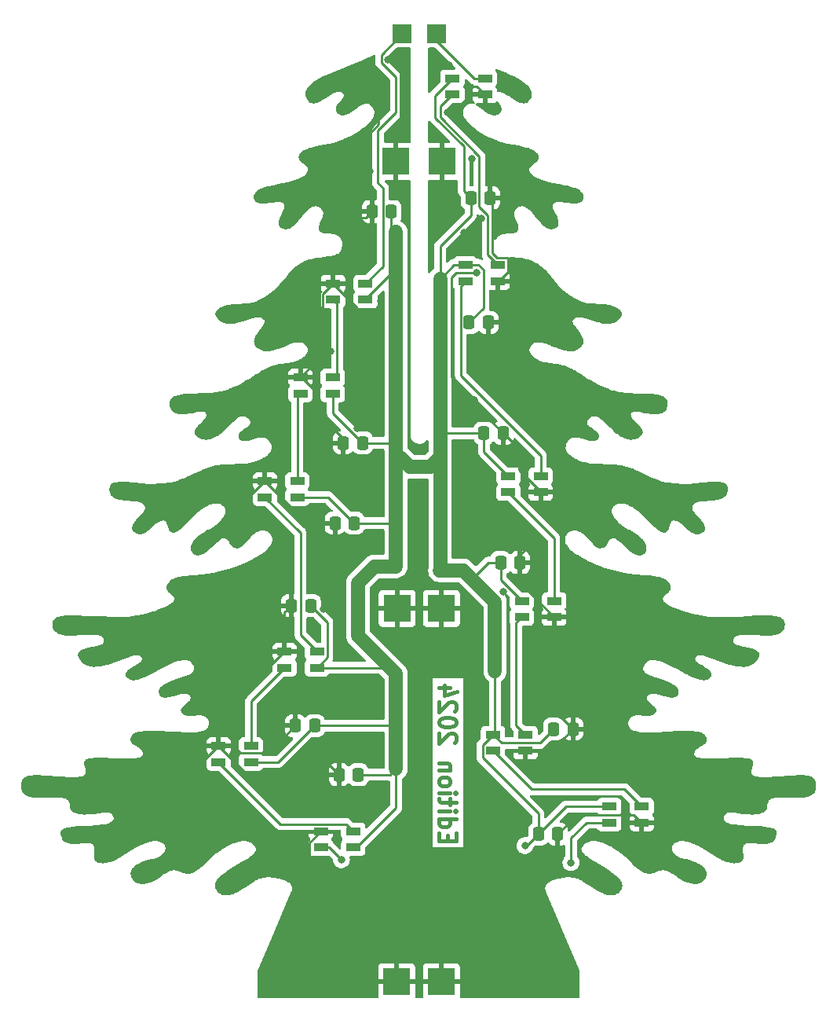
<source format=gbl>
G04 #@! TF.GenerationSoftware,KiCad,Pcbnew,8.0.5*
G04 #@! TF.CreationDate,2024-11-01T20:50:17+01:00*
G04 #@! TF.ProjectId,SL_Christmas_Tree_B,534c5f43-6872-4697-9374-6d61735f5472,2.0*
G04 #@! TF.SameCoordinates,Original*
G04 #@! TF.FileFunction,Copper,L2,Bot*
G04 #@! TF.FilePolarity,Positive*
%FSLAX46Y46*%
G04 Gerber Fmt 4.6, Leading zero omitted, Abs format (unit mm)*
G04 Created by KiCad (PCBNEW 8.0.5) date 2024-11-01 20:50:17*
%MOMM*%
%LPD*%
G01*
G04 APERTURE LIST*
G04 Aperture macros list*
%AMRoundRect*
0 Rectangle with rounded corners*
0 $1 Rounding radius*
0 $2 $3 $4 $5 $6 $7 $8 $9 X,Y pos of 4 corners*
0 Add a 4 corners polygon primitive as box body*
4,1,4,$2,$3,$4,$5,$6,$7,$8,$9,$2,$3,0*
0 Add four circle primitives for the rounded corners*
1,1,$1+$1,$2,$3*
1,1,$1+$1,$4,$5*
1,1,$1+$1,$6,$7*
1,1,$1+$1,$8,$9*
0 Add four rect primitives between the rounded corners*
20,1,$1+$1,$2,$3,$4,$5,0*
20,1,$1+$1,$4,$5,$6,$7,0*
20,1,$1+$1,$6,$7,$8,$9,0*
20,1,$1+$1,$8,$9,$2,$3,0*%
G04 Aperture macros list end*
%ADD10C,0.400000*%
G04 #@! TA.AperFunction,NonConductor*
%ADD11C,0.400000*%
G04 #@! TD*
G04 #@! TA.AperFunction,SMDPad,CuDef*
%ADD12RoundRect,0.250000X0.337500X0.475000X-0.337500X0.475000X-0.337500X-0.475000X0.337500X-0.475000X0*%
G04 #@! TD*
G04 #@! TA.AperFunction,SMDPad,CuDef*
%ADD13R,3.000000X3.000000*%
G04 #@! TD*
G04 #@! TA.AperFunction,SMDPad,CuDef*
%ADD14R,2.000000X2.000000*%
G04 #@! TD*
G04 #@! TA.AperFunction,SMDPad,CuDef*
%ADD15R,1.600000X0.850000*%
G04 #@! TD*
G04 #@! TA.AperFunction,SMDPad,CuDef*
%ADD16RoundRect,0.250000X-0.337500X-0.475000X0.337500X-0.475000X0.337500X0.475000X-0.337500X0.475000X0*%
G04 #@! TD*
G04 #@! TA.AperFunction,ViaPad*
%ADD17C,0.800000*%
G04 #@! TD*
G04 #@! TA.AperFunction,Conductor*
%ADD18C,1.500000*%
G04 #@! TD*
G04 #@! TA.AperFunction,Conductor*
%ADD19C,0.250000*%
G04 #@! TD*
G04 APERTURE END LIST*
D10*
D11*
X102960942Y-148654285D02*
X102960942Y-148054285D01*
X102018085Y-147797142D02*
X102018085Y-148654285D01*
X102018085Y-148654285D02*
X103818085Y-148654285D01*
X103818085Y-148654285D02*
X103818085Y-147797142D01*
X102018085Y-146254286D02*
X103818085Y-146254286D01*
X102103800Y-146254286D02*
X102018085Y-146425714D01*
X102018085Y-146425714D02*
X102018085Y-146768571D01*
X102018085Y-146768571D02*
X102103800Y-146940000D01*
X102103800Y-146940000D02*
X102189514Y-147025714D01*
X102189514Y-147025714D02*
X102360942Y-147111428D01*
X102360942Y-147111428D02*
X102875228Y-147111428D01*
X102875228Y-147111428D02*
X103046657Y-147025714D01*
X103046657Y-147025714D02*
X103132371Y-146940000D01*
X103132371Y-146940000D02*
X103218085Y-146768571D01*
X103218085Y-146768571D02*
X103218085Y-146425714D01*
X103218085Y-146425714D02*
X103132371Y-146254286D01*
X102018085Y-145397143D02*
X103218085Y-145397143D01*
X103818085Y-145397143D02*
X103732371Y-145482857D01*
X103732371Y-145482857D02*
X103646657Y-145397143D01*
X103646657Y-145397143D02*
X103732371Y-145311429D01*
X103732371Y-145311429D02*
X103818085Y-145397143D01*
X103818085Y-145397143D02*
X103646657Y-145397143D01*
X103218085Y-144797143D02*
X103218085Y-144111429D01*
X103818085Y-144540000D02*
X102275228Y-144540000D01*
X102275228Y-144540000D02*
X102103800Y-144454286D01*
X102103800Y-144454286D02*
X102018085Y-144282857D01*
X102018085Y-144282857D02*
X102018085Y-144111429D01*
X102018085Y-143511429D02*
X103218085Y-143511429D01*
X103818085Y-143511429D02*
X103732371Y-143597143D01*
X103732371Y-143597143D02*
X103646657Y-143511429D01*
X103646657Y-143511429D02*
X103732371Y-143425715D01*
X103732371Y-143425715D02*
X103818085Y-143511429D01*
X103818085Y-143511429D02*
X103646657Y-143511429D01*
X102018085Y-142397143D02*
X102103800Y-142568572D01*
X102103800Y-142568572D02*
X102189514Y-142654286D01*
X102189514Y-142654286D02*
X102360942Y-142740000D01*
X102360942Y-142740000D02*
X102875228Y-142740000D01*
X102875228Y-142740000D02*
X103046657Y-142654286D01*
X103046657Y-142654286D02*
X103132371Y-142568572D01*
X103132371Y-142568572D02*
X103218085Y-142397143D01*
X103218085Y-142397143D02*
X103218085Y-142140000D01*
X103218085Y-142140000D02*
X103132371Y-141968572D01*
X103132371Y-141968572D02*
X103046657Y-141882858D01*
X103046657Y-141882858D02*
X102875228Y-141797143D01*
X102875228Y-141797143D02*
X102360942Y-141797143D01*
X102360942Y-141797143D02*
X102189514Y-141882858D01*
X102189514Y-141882858D02*
X102103800Y-141968572D01*
X102103800Y-141968572D02*
X102018085Y-142140000D01*
X102018085Y-142140000D02*
X102018085Y-142397143D01*
X103218085Y-141025715D02*
X102018085Y-141025715D01*
X103046657Y-141025715D02*
X103132371Y-140940001D01*
X103132371Y-140940001D02*
X103218085Y-140768572D01*
X103218085Y-140768572D02*
X103218085Y-140511429D01*
X103218085Y-140511429D02*
X103132371Y-140340001D01*
X103132371Y-140340001D02*
X102960942Y-140254287D01*
X102960942Y-140254287D02*
X102018085Y-140254287D01*
X103646657Y-138111429D02*
X103732371Y-138025715D01*
X103732371Y-138025715D02*
X103818085Y-137854287D01*
X103818085Y-137854287D02*
X103818085Y-137425715D01*
X103818085Y-137425715D02*
X103732371Y-137254287D01*
X103732371Y-137254287D02*
X103646657Y-137168572D01*
X103646657Y-137168572D02*
X103475228Y-137082858D01*
X103475228Y-137082858D02*
X103303800Y-137082858D01*
X103303800Y-137082858D02*
X103046657Y-137168572D01*
X103046657Y-137168572D02*
X102018085Y-138197144D01*
X102018085Y-138197144D02*
X102018085Y-137082858D01*
X103818085Y-135968572D02*
X103818085Y-135797143D01*
X103818085Y-135797143D02*
X103732371Y-135625715D01*
X103732371Y-135625715D02*
X103646657Y-135540001D01*
X103646657Y-135540001D02*
X103475228Y-135454286D01*
X103475228Y-135454286D02*
X103132371Y-135368572D01*
X103132371Y-135368572D02*
X102703800Y-135368572D01*
X102703800Y-135368572D02*
X102360942Y-135454286D01*
X102360942Y-135454286D02*
X102189514Y-135540001D01*
X102189514Y-135540001D02*
X102103800Y-135625715D01*
X102103800Y-135625715D02*
X102018085Y-135797143D01*
X102018085Y-135797143D02*
X102018085Y-135968572D01*
X102018085Y-135968572D02*
X102103800Y-136140001D01*
X102103800Y-136140001D02*
X102189514Y-136225715D01*
X102189514Y-136225715D02*
X102360942Y-136311429D01*
X102360942Y-136311429D02*
X102703800Y-136397143D01*
X102703800Y-136397143D02*
X103132371Y-136397143D01*
X103132371Y-136397143D02*
X103475228Y-136311429D01*
X103475228Y-136311429D02*
X103646657Y-136225715D01*
X103646657Y-136225715D02*
X103732371Y-136140001D01*
X103732371Y-136140001D02*
X103818085Y-135968572D01*
X103646657Y-134682857D02*
X103732371Y-134597143D01*
X103732371Y-134597143D02*
X103818085Y-134425715D01*
X103818085Y-134425715D02*
X103818085Y-133997143D01*
X103818085Y-133997143D02*
X103732371Y-133825715D01*
X103732371Y-133825715D02*
X103646657Y-133740000D01*
X103646657Y-133740000D02*
X103475228Y-133654286D01*
X103475228Y-133654286D02*
X103303800Y-133654286D01*
X103303800Y-133654286D02*
X103046657Y-133740000D01*
X103046657Y-133740000D02*
X102018085Y-134768572D01*
X102018085Y-134768572D02*
X102018085Y-133654286D01*
X103218085Y-132111429D02*
X102018085Y-132111429D01*
X103903800Y-132540000D02*
X102618085Y-132968571D01*
X102618085Y-132968571D02*
X102618085Y-131854286D01*
D12*
X107325000Y-92800000D03*
X105250000Y-92800000D03*
D13*
X97450000Y-163850000D03*
X102300000Y-75450000D03*
D14*
X98050000Y-61675000D03*
D12*
X116450000Y-136600000D03*
X114375000Y-136600000D03*
D15*
X85342500Y-130000000D03*
X85342500Y-128250000D03*
X88842500Y-128250000D03*
X88842500Y-130000000D03*
D16*
X86087500Y-123300000D03*
X88162500Y-123300000D03*
D12*
X107500000Y-79375000D03*
X105425000Y-79375000D03*
D15*
X90575000Y-90350000D03*
X90575000Y-88600000D03*
X94075000Y-88600000D03*
X94075000Y-90350000D03*
X83225000Y-111625000D03*
X83225000Y-109875000D03*
X86725000Y-109875000D03*
X86725000Y-111625000D03*
D16*
X94787500Y-80850000D03*
X96862500Y-80850000D03*
D15*
X123864392Y-144952866D03*
X123864392Y-146702866D03*
X120364392Y-146702866D03*
X120364392Y-144952866D03*
D16*
X91225000Y-141525000D03*
X93300000Y-141525000D03*
D15*
X89255000Y-149350000D03*
X89255000Y-147600000D03*
X92755000Y-147600000D03*
X92755000Y-149350000D03*
D13*
X97475000Y-123625000D03*
D16*
X91687500Y-105775000D03*
X93762500Y-105775000D03*
D13*
X97350000Y-75450000D03*
D15*
X112975000Y-109350000D03*
X112975000Y-111100000D03*
X109475000Y-111100000D03*
X109475000Y-109350000D03*
X111325000Y-137200000D03*
X111325000Y-138950000D03*
X107825000Y-138950000D03*
X107825000Y-137200000D03*
X78225000Y-140175000D03*
X78225000Y-138425000D03*
X81725000Y-138425000D03*
X81725000Y-140175000D03*
D14*
X101725000Y-61675000D03*
D15*
X114425000Y-122800000D03*
X114425000Y-124550000D03*
X110925000Y-124550000D03*
X110925000Y-122800000D03*
D12*
X108925000Y-104725000D03*
X106850000Y-104725000D03*
D15*
X108344617Y-86587079D03*
X108344617Y-88337079D03*
X104844617Y-88337079D03*
X104844617Y-86587079D03*
D12*
X110725000Y-118675000D03*
X108650000Y-118675000D03*
D13*
X102275000Y-123625000D03*
D12*
X114787500Y-147925000D03*
X112712500Y-147925000D03*
D16*
X90775000Y-114425000D03*
X92850000Y-114425000D03*
D13*
X102275000Y-163850000D03*
D16*
X86512500Y-136250000D03*
X88587500Y-136250000D03*
D15*
X87050000Y-100475000D03*
X87050000Y-98725000D03*
X90550000Y-98725000D03*
X90550000Y-100475000D03*
X106950000Y-66500000D03*
X106950000Y-68250000D03*
X103450000Y-68250000D03*
X103450000Y-66500000D03*
D17*
X111275000Y-149175000D03*
X102190000Y-103010000D03*
X97370000Y-95420000D03*
X97370000Y-90710000D03*
X97370000Y-105180000D03*
X102190000Y-105240000D03*
X97370000Y-99740000D03*
X97370000Y-87300000D03*
X97370000Y-83070000D03*
X82300000Y-102340000D03*
X88750000Y-77500000D03*
X105570000Y-75130000D03*
X123600000Y-124000000D03*
X88650000Y-125925000D03*
X105320000Y-151120000D03*
X80600000Y-114600000D03*
X94500000Y-76500000D03*
X85400000Y-98800000D03*
X108450000Y-142950000D03*
X98250000Y-65050000D03*
X75200000Y-127000000D03*
X130400000Y-143900000D03*
X106200000Y-132600000D03*
X107700000Y-115525000D03*
X88000000Y-155770000D03*
X93800000Y-138925000D03*
X109175000Y-132250000D03*
X95750000Y-90475000D03*
X84970000Y-106980000D03*
X86150000Y-133025000D03*
X105200000Y-114275000D03*
X108900000Y-121825000D03*
X74460000Y-150610000D03*
X66410000Y-143440000D03*
X97820000Y-71550000D03*
X87075000Y-142737913D03*
X105600000Y-124400000D03*
X105200000Y-108000000D03*
X96500000Y-64500000D03*
X92500000Y-67500000D03*
X103125000Y-65125000D03*
X109000000Y-153000000D03*
X125650000Y-113420000D03*
X132480000Y-149090000D03*
X90975000Y-86300000D03*
X111450000Y-78225000D03*
X89430000Y-160710000D03*
X104725000Y-83125000D03*
X83625000Y-136800000D03*
X88025000Y-145150000D03*
X102900000Y-70150000D03*
X106069933Y-87435290D03*
X95050000Y-92500000D03*
X94750000Y-133550000D03*
X110975000Y-155850000D03*
X97000000Y-127000000D03*
X119025000Y-152375000D03*
X93200000Y-104200000D03*
X88280000Y-138950000D03*
X92400000Y-90800000D03*
X111520000Y-128420000D03*
X73000000Y-112600000D03*
X112400000Y-104600000D03*
X105840000Y-101170000D03*
X109125000Y-82025000D03*
X80000000Y-135380000D03*
X120650000Y-134500000D03*
X84900000Y-91950000D03*
X106550000Y-81600000D03*
X74500000Y-142500000D03*
X102800000Y-127400000D03*
X124730000Y-150860000D03*
X96600000Y-120800000D03*
X119825000Y-140625000D03*
X95400000Y-67875000D03*
X94175000Y-145775000D03*
X104670000Y-110910000D03*
X103540000Y-80175000D03*
X89540000Y-123650000D03*
X90280000Y-95950000D03*
X88775000Y-100350000D03*
X94200000Y-110800000D03*
X96000000Y-150750000D03*
X107000000Y-95600000D03*
X105150000Y-67350000D03*
X101500000Y-72625000D03*
X115000000Y-150600000D03*
X111225000Y-93175000D03*
X110575000Y-98725000D03*
X94800000Y-85600000D03*
X96350000Y-69700000D03*
X116000000Y-132000000D03*
X112600000Y-133400000D03*
X121690000Y-103390000D03*
X93650000Y-156160000D03*
X109250000Y-67000000D03*
X93170000Y-81520000D03*
X111950000Y-116625000D03*
X116225000Y-151000000D03*
X91475000Y-150675000D03*
D18*
X97370000Y-90710000D02*
X97370000Y-90090000D01*
X97370000Y-95420000D02*
X97370000Y-93370000D01*
D19*
X90550000Y-100475000D02*
X90550000Y-102575305D01*
D18*
X97370000Y-90090000D02*
X97370000Y-87300000D01*
D19*
X96715000Y-141525000D02*
X93300000Y-141525000D01*
D18*
X102130000Y-111000000D02*
X102130000Y-104725000D01*
D19*
X93130000Y-149350000D02*
X92755000Y-149350000D01*
X112712500Y-147925000D02*
X112712500Y-145712500D01*
X97120000Y-133120000D02*
X97370000Y-132870000D01*
D18*
X97370000Y-136200000D02*
X97370000Y-140870000D01*
X102100000Y-119520000D02*
X104650000Y-119520000D01*
D19*
X111275000Y-149175000D02*
X111462500Y-149175000D01*
X90050000Y-111625000D02*
X92850000Y-114425000D01*
X104844617Y-86587079D02*
X106247027Y-86587079D01*
X104844617Y-86587079D02*
X103622921Y-86587079D01*
X111462500Y-149175000D02*
X112712500Y-147925000D01*
D18*
X104650000Y-119520000D02*
X105565000Y-120435000D01*
D19*
X88162500Y-123300000D02*
X89967500Y-125105000D01*
D18*
X102130000Y-104725000D02*
X102130000Y-88080000D01*
X95060000Y-128350000D02*
X96405000Y-129695000D01*
X97370000Y-119080000D02*
X95030000Y-119080000D01*
X97370000Y-87300000D02*
X97370000Y-85130000D01*
X108040000Y-122910000D02*
X108040000Y-127140000D01*
D19*
X101575000Y-68375000D02*
X101575000Y-70749998D01*
X107675000Y-137050000D02*
X107675000Y-137500000D01*
X93749695Y-105775000D02*
X93762500Y-105775000D01*
X96835000Y-104065000D02*
X97370000Y-103530000D01*
D18*
X108040000Y-129960000D02*
X108040000Y-130350000D01*
D19*
X96870000Y-109870000D02*
X97370000Y-110370000D01*
X97370000Y-140870000D02*
X97370000Y-145110000D01*
X106850000Y-106725000D02*
X109475000Y-109350000D01*
X107825000Y-137200000D02*
X108725000Y-138100000D01*
X106247027Y-86587079D02*
X106794933Y-87134985D01*
X106850000Y-104725000D02*
X106850000Y-106725000D01*
D18*
X97370000Y-130660000D02*
X97370000Y-132870000D01*
D19*
X97320000Y-136250000D02*
X97370000Y-136200000D01*
X108040000Y-136985000D02*
X107825000Y-137200000D01*
X112875000Y-138100000D02*
X114375000Y-136600000D01*
D18*
X93245000Y-125455000D02*
X93245000Y-126535000D01*
X97370000Y-114500000D02*
X97370000Y-110370000D01*
D19*
X102130000Y-84545000D02*
X105425000Y-81250000D01*
X96862500Y-87562500D02*
X96862500Y-80850000D01*
X106794933Y-91255067D02*
X105250000Y-92800000D01*
D18*
X93245000Y-120865000D02*
X93245000Y-125455000D01*
D19*
X106700000Y-138325000D02*
X107825000Y-137200000D01*
X103622921Y-86587079D02*
X102130000Y-88080000D01*
X106850000Y-104725000D02*
X102130000Y-104725000D01*
D18*
X97370000Y-84420000D02*
X97370000Y-83070000D01*
D19*
X108040000Y-129960000D02*
X108040000Y-136985000D01*
D18*
X105565000Y-120435000D02*
X106425000Y-121295000D01*
X97370000Y-99740000D02*
X97370000Y-95420000D01*
D19*
X94075000Y-90350000D02*
X96862500Y-87562500D01*
D18*
X97370000Y-115810000D02*
X97370000Y-114500000D01*
X97370000Y-110370000D02*
X97370000Y-105180000D01*
D19*
X93762500Y-105775000D02*
X96775000Y-105775000D01*
D18*
X106425000Y-121295000D02*
X108040000Y-122910000D01*
X97370000Y-93370000D02*
X97370000Y-90710000D01*
D19*
X108650000Y-118675000D02*
X107325000Y-118675000D01*
X112712500Y-145712500D02*
X106700000Y-139700000D01*
D18*
X96405000Y-129695000D02*
X97370000Y-130660000D01*
X97370000Y-119080000D02*
X97370000Y-115810000D01*
D19*
X105425000Y-81250000D02*
X105425000Y-79375000D01*
X90550000Y-102575305D02*
X93749695Y-105775000D01*
X104675000Y-73849998D02*
X104675000Y-78625000D01*
X108650000Y-120525000D02*
X110925000Y-122800000D01*
X120364392Y-144952866D02*
X115684634Y-144952866D01*
D18*
X97370000Y-102900000D02*
X97370000Y-101830000D01*
D19*
X106700000Y-139700000D02*
X106700000Y-138325000D01*
X84662500Y-140175000D02*
X88587500Y-136250000D01*
X89967500Y-128875000D02*
X88842500Y-130000000D01*
X96550000Y-141525000D02*
X96715000Y-141525000D01*
D18*
X97370000Y-101830000D02*
X97370000Y-99740000D01*
D19*
X108650000Y-118675000D02*
X108650000Y-120525000D01*
X97210000Y-93210000D02*
X97370000Y-93370000D01*
X88842500Y-130000000D02*
X96100000Y-130000000D01*
D18*
X93245000Y-126535000D02*
X95060000Y-128350000D01*
D19*
X92850000Y-114425000D02*
X97295000Y-114425000D01*
X94825000Y-128585000D02*
X95060000Y-128350000D01*
X104675000Y-78625000D02*
X105425000Y-79375000D01*
D18*
X95030000Y-119080000D02*
X93245000Y-120865000D01*
D19*
X108725000Y-138100000D02*
X112875000Y-138100000D01*
D18*
X97370000Y-103530000D02*
X97370000Y-102900000D01*
X101025000Y-108350000D02*
X102130000Y-107245000D01*
D19*
X101575000Y-70749998D02*
X104675000Y-73849998D01*
D18*
X97370000Y-132870000D02*
X97370000Y-136200000D01*
D19*
X96775000Y-105775000D02*
X97370000Y-105180000D01*
D18*
X97370000Y-106900000D02*
X98820000Y-108350000D01*
X97370000Y-85130000D02*
X97370000Y-84420000D01*
D19*
X92695000Y-124905000D02*
X93245000Y-125455000D01*
X81725000Y-140175000D02*
X84662500Y-140175000D01*
X97360000Y-99730000D02*
X97370000Y-99740000D01*
X103450000Y-66500000D02*
X101575000Y-68375000D01*
D18*
X102130000Y-107245000D02*
X102130000Y-119490000D01*
X97370000Y-105180000D02*
X97370000Y-103530000D01*
D19*
X97370000Y-140870000D02*
X96715000Y-141525000D01*
X97295000Y-114425000D02*
X97370000Y-114500000D01*
X86725000Y-111625000D02*
X90050000Y-111625000D01*
X97370000Y-145110000D02*
X93130000Y-149350000D01*
X96100000Y-130000000D02*
X96405000Y-129695000D01*
X106794933Y-87134985D02*
X106794933Y-91255067D01*
X115684634Y-144952866D02*
X112712500Y-147925000D01*
X102130000Y-88080000D02*
X102130000Y-84545000D01*
D18*
X108040000Y-127140000D02*
X108040000Y-129960000D01*
D19*
X97095000Y-115535000D02*
X97370000Y-115810000D01*
X89967500Y-125105000D02*
X89967500Y-128875000D01*
X88587500Y-136250000D02*
X97320000Y-136250000D01*
D18*
X98820000Y-108350000D02*
X101025000Y-108350000D01*
D19*
X107325000Y-118675000D02*
X105565000Y-120435000D01*
X83225000Y-108725000D02*
X84970000Y-106980000D01*
X80600000Y-114600000D02*
X84100000Y-114600000D01*
X105840000Y-101170000D02*
X105840000Y-101640000D01*
X83225000Y-109875000D02*
X75725000Y-109875000D01*
X80000000Y-135380000D02*
X80000000Y-138575000D01*
X94787500Y-80850000D02*
X92100000Y-80850000D01*
X88650000Y-138950000D02*
X88280000Y-138950000D01*
X88280000Y-138950000D02*
X88280000Y-141532913D01*
X92387500Y-90412500D02*
X92387500Y-90787500D01*
X102275000Y-123625000D02*
X102275000Y-126875000D01*
X103845256Y-70150000D02*
X102900000Y-70150000D01*
X109000000Y-143500000D02*
X108450000Y-142950000D01*
X106069933Y-87435290D02*
X103871406Y-87435290D01*
X110725000Y-120850000D02*
X114425000Y-124550000D01*
X123864392Y-146702866D02*
X130092866Y-146702866D01*
X74500000Y-142150000D02*
X74500000Y-142500000D01*
X87075000Y-142737913D02*
X82537913Y-142737913D01*
X97475000Y-121625000D02*
X97475000Y-123625000D01*
X102275000Y-123625000D02*
X104825000Y-123625000D01*
X108925000Y-104725000D02*
X110600000Y-106400000D01*
X91225000Y-141525000D02*
X88650000Y-138950000D01*
X110600000Y-108725000D02*
X112975000Y-111100000D01*
X88000000Y-155770000D02*
X88000000Y-159280000D01*
X86087500Y-123300000D02*
X78900000Y-123300000D01*
X95469302Y-70041029D02*
X95469302Y-71469302D01*
X107000000Y-97900000D02*
X115100000Y-106000000D01*
X103375000Y-98705000D02*
X105840000Y-101170000D01*
X106050000Y-67350000D02*
X106950000Y-68250000D01*
X74109443Y-150610000D02*
X74460000Y-150610000D01*
X107500000Y-73804744D02*
X103845256Y-70150000D01*
X103375000Y-87931696D02*
X103375000Y-98705000D01*
X113250000Y-133400000D02*
X116450000Y-136600000D01*
X84100000Y-114600000D02*
X86087500Y-116587500D01*
X123011526Y-145850000D02*
X123864392Y-146702866D01*
X105840000Y-101640000D02*
X108925000Y-104725000D01*
X88000000Y-159280000D02*
X89430000Y-160710000D01*
X115100000Y-111100000D02*
X123330000Y-111100000D01*
X85400000Y-98800000D02*
X86975000Y-98800000D01*
X106200000Y-130800000D02*
X106200000Y-132600000D01*
X108469617Y-88337079D02*
X109469617Y-87337079D01*
X105375000Y-68250000D02*
X103475000Y-70150000D01*
X108344617Y-88337079D02*
X108469617Y-88337079D01*
X111520000Y-132320000D02*
X112600000Y-133400000D01*
X105200000Y-110380000D02*
X104670000Y-110910000D01*
X111400000Y-150600000D02*
X109000000Y-153000000D01*
X82300000Y-102340000D02*
X82300000Y-101900000D01*
X82300000Y-101900000D02*
X85400000Y-98800000D01*
X93170000Y-83970000D02*
X93170000Y-81520000D01*
X89255000Y-147600000D02*
X77470000Y-147600000D01*
X116000000Y-132000000D02*
X116450000Y-132450000D01*
X110725000Y-118675000D02*
X110725000Y-120850000D01*
X115100000Y-106000000D02*
X115100000Y-111100000D01*
X91687500Y-105775000D02*
X91687500Y-108287500D01*
X95469302Y-71469302D02*
X94500000Y-72438604D01*
X116862500Y-145850000D02*
X123011526Y-145850000D01*
X92928273Y-67500000D02*
X95469302Y-70041029D01*
X110725000Y-116965000D02*
X110725000Y-118675000D01*
X66410000Y-143440000D02*
X66939443Y-143440000D01*
X121690000Y-103390000D02*
X121068326Y-102768326D01*
X84970000Y-105010000D02*
X82300000Y-102340000D01*
X85342500Y-128250000D02*
X85342500Y-124045000D01*
X80000000Y-133592500D02*
X85342500Y-128250000D01*
X78900000Y-123300000D02*
X75200000Y-127000000D01*
X92500000Y-67500000D02*
X92928273Y-67500000D01*
X111520000Y-128420000D02*
X111520000Y-132320000D01*
X109469617Y-85837079D02*
X108231013Y-85837079D01*
X97350000Y-72020000D02*
X97820000Y-71550000D01*
X83225000Y-109875000D02*
X80600000Y-112500000D01*
X92262500Y-90287500D02*
X90575000Y-88600000D01*
X86087500Y-116587500D02*
X86087500Y-123300000D01*
X111950000Y-116625000D02*
X110725000Y-117850000D01*
X88750000Y-77500000D02*
X93500000Y-77500000D01*
X109469617Y-87337079D02*
X109469617Y-85837079D01*
X93500000Y-77500000D02*
X94500000Y-76500000D01*
X92387500Y-90787500D02*
X92400000Y-90800000D01*
X114787500Y-150387500D02*
X115000000Y-150600000D01*
X109000000Y-153875000D02*
X110975000Y-155850000D01*
X94800000Y-85600000D02*
X91800000Y-88600000D01*
X97350000Y-75450000D02*
X97350000Y-72020000D01*
X103871406Y-87435290D02*
X103375000Y-87931696D01*
X92262500Y-90287500D02*
X92387500Y-90412500D01*
X107500000Y-79375000D02*
X107500000Y-73804744D01*
X97450000Y-163850000D02*
X97450000Y-159960000D01*
X94800000Y-85600000D02*
X93170000Y-83970000D01*
X87150000Y-98725000D02*
X88775000Y-100350000D01*
X90775000Y-114425000D02*
X87775000Y-114425000D01*
X85342500Y-124045000D02*
X86087500Y-123300000D01*
X77470000Y-147600000D02*
X74460000Y-150610000D01*
X114100000Y-138950000D02*
X110875000Y-138950000D01*
X104670000Y-110910000D02*
X110725000Y-116965000D01*
X91687500Y-105332600D02*
X91687500Y-105775000D01*
X107725000Y-79600000D02*
X107500000Y-79375000D01*
X102275000Y-123625000D02*
X97475000Y-123625000D01*
X88775000Y-100350000D02*
X88775000Y-102420100D01*
X110600000Y-106400000D02*
X110600000Y-108725000D01*
X105700000Y-140200000D02*
X108450000Y-142950000D01*
X102275000Y-163850000D02*
X97450000Y-163850000D01*
X80000000Y-138575000D02*
X80600000Y-139175000D01*
X90575000Y-88600000D02*
X89425000Y-89750000D01*
X94117500Y-81520000D02*
X94787500Y-80850000D01*
X88000000Y-148855000D02*
X88000000Y-155770000D01*
X92100000Y-80850000D02*
X88750000Y-77500000D01*
X88280000Y-141532913D02*
X87075000Y-142737913D01*
X107120000Y-151120000D02*
X109000000Y-153000000D01*
X112975000Y-111100000D02*
X115100000Y-111100000D01*
X88775000Y-102420100D02*
X91687500Y-105332600D01*
X107000000Y-95600000D02*
X107000000Y-97900000D01*
X93170000Y-81520000D02*
X94117500Y-81520000D01*
X114425000Y-130425000D02*
X116000000Y-132000000D01*
X106200000Y-68250000D02*
X105375000Y-68250000D01*
X80000000Y-135380000D02*
X78225000Y-137155000D01*
X115000000Y-150600000D02*
X111400000Y-150600000D01*
X105700000Y-133100000D02*
X105700000Y-140200000D01*
X123864392Y-146702866D02*
X123864392Y-149994392D01*
X96600000Y-120750000D02*
X97475000Y-121625000D01*
X89540000Y-123650000D02*
X90775000Y-122415000D01*
X90280000Y-95950000D02*
X89825000Y-95950000D01*
X123864392Y-149994392D02*
X124730000Y-150860000D01*
X118331674Y-102768326D02*
X115100000Y-106000000D01*
X74500000Y-142500000D02*
X67350000Y-142500000D01*
X90775000Y-122415000D02*
X90775000Y-114425000D01*
X116000000Y-131600000D02*
X116000000Y-132000000D01*
X91687500Y-108287500D02*
X94200000Y-110800000D01*
X110725000Y-117850000D02*
X110725000Y-118675000D01*
X67350000Y-142500000D02*
X66410000Y-143440000D01*
X87775000Y-114425000D02*
X83225000Y-109875000D01*
X123600000Y-124000000D02*
X116000000Y-131600000D01*
X97475000Y-123625000D02*
X97475000Y-126525000D01*
X89425000Y-89750000D02*
X89425000Y-95095000D01*
X78225000Y-138425000D02*
X74500000Y-142150000D01*
X93200000Y-91225000D02*
X92262500Y-90287500D01*
X102275000Y-159725000D02*
X102275000Y-163850000D01*
X75725000Y-109875000D02*
X73000000Y-112600000D01*
X91800000Y-88600000D02*
X90575000Y-88600000D01*
X105150000Y-67350000D02*
X106050000Y-67350000D01*
X97820000Y-71550000D02*
X97820000Y-65820000D01*
X89255000Y-147600000D02*
X88000000Y-148855000D01*
X82537913Y-142737913D02*
X78225000Y-138425000D01*
X112600000Y-133400000D02*
X113250000Y-133400000D01*
X114787500Y-147925000D02*
X114787500Y-150387500D01*
X105320000Y-151120000D02*
X107120000Y-151120000D01*
X109000000Y-153000000D02*
X109000000Y-143500000D01*
X107325000Y-95275000D02*
X107000000Y-95600000D01*
X105200000Y-108000000D02*
X105200000Y-110380000D01*
X86975000Y-98800000D02*
X87050000Y-98725000D01*
X108231013Y-85837079D02*
X107725000Y-85331066D01*
X102300000Y-75450000D02*
X102300000Y-78935000D01*
X84970000Y-106980000D02*
X84970000Y-105010000D01*
X102275000Y-126875000D02*
X102800000Y-127400000D01*
X97820000Y-65820000D02*
X96500000Y-64500000D01*
X80600000Y-139175000D02*
X83587500Y-139175000D01*
X83225000Y-109875000D02*
X83225000Y-108725000D01*
X109000000Y-153000000D02*
X102275000Y-159725000D01*
X94500000Y-72438604D02*
X94500000Y-76500000D01*
X89825000Y-95950000D02*
X87050000Y-98725000D01*
X130092866Y-146702866D02*
X132480000Y-149090000D01*
X87050000Y-98725000D02*
X87150000Y-98725000D01*
X95400000Y-67875000D02*
X95400000Y-68750000D01*
X114787500Y-147925000D02*
X116862500Y-145850000D01*
X104825000Y-123625000D02*
X105600000Y-124400000D01*
X96600000Y-120800000D02*
X96600000Y-120750000D01*
X114425000Y-124550000D02*
X114425000Y-130425000D01*
X123330000Y-111100000D02*
X125650000Y-113420000D01*
X95400000Y-68750000D02*
X96350000Y-69700000D01*
X116450000Y-136600000D02*
X114100000Y-138950000D01*
X66939443Y-143440000D02*
X74109443Y-150610000D01*
X89425000Y-95095000D02*
X90280000Y-95950000D01*
X109000000Y-153000000D02*
X109000000Y-153875000D01*
X106200000Y-132600000D02*
X105700000Y-133100000D01*
X83587500Y-139175000D02*
X86512500Y-136250000D01*
X121068326Y-102768326D02*
X118331674Y-102768326D01*
X102800000Y-127400000D02*
X106200000Y-130800000D01*
X93200000Y-104200000D02*
X93200000Y-91225000D01*
X97450000Y-159960000D02*
X93650000Y-156160000D01*
X102300000Y-78935000D02*
X103540000Y-80175000D01*
X107325000Y-92800000D02*
X107325000Y-95275000D01*
X97475000Y-126525000D02*
X97000000Y-127000000D01*
X80000000Y-135380000D02*
X80000000Y-133592500D01*
X107725000Y-85331066D02*
X107725000Y-79600000D01*
X78225000Y-137155000D02*
X78225000Y-138425000D01*
X116450000Y-132450000D02*
X116450000Y-136600000D01*
X103475000Y-70150000D02*
X102900000Y-70150000D01*
X80600000Y-112500000D02*
X80600000Y-114600000D01*
X117871829Y-146702866D02*
X116250000Y-148324695D01*
X116250000Y-148324695D02*
X116250000Y-150975000D01*
X120364392Y-146702866D02*
X117871829Y-146702866D01*
X116250000Y-150975000D02*
X116225000Y-151000000D01*
X90150000Y-149350000D02*
X89255000Y-149350000D01*
X91475000Y-150675000D02*
X90150000Y-149350000D01*
X107825000Y-138950000D02*
X111950000Y-143075000D01*
X111950000Y-143075000D02*
X121986526Y-143075000D01*
X121986526Y-143075000D02*
X123864392Y-144952866D01*
X110325000Y-125150000D02*
X110325000Y-136200000D01*
X110325000Y-136200000D02*
X111325000Y-137200000D01*
X110925000Y-124550000D02*
X110325000Y-125150000D01*
X109475000Y-111100000D02*
X114425000Y-116050000D01*
X114425000Y-116050000D02*
X114425000Y-122800000D01*
X104337500Y-88844196D02*
X104337500Y-98504900D01*
X112975000Y-107142400D02*
X112975000Y-109350000D01*
X104337500Y-98504900D02*
X112975000Y-107142400D01*
X104844617Y-88337079D02*
X104337500Y-88844196D01*
X102175000Y-69525000D02*
X102175000Y-70709695D01*
X106337500Y-74872195D02*
X106337500Y-80362195D01*
X102175000Y-70709695D02*
X106337500Y-74872195D01*
X103450000Y-68250000D02*
X102175000Y-69525000D01*
X106337500Y-80362195D02*
X107275000Y-81299695D01*
X107275000Y-85517462D02*
X108344617Y-86587079D01*
X107275000Y-81299695D02*
X107275000Y-85517462D01*
X101725000Y-61675000D02*
X101725000Y-62450000D01*
X105775000Y-66500000D02*
X106950000Y-66500000D01*
X101725000Y-62450000D02*
X105775000Y-66500000D01*
X90550000Y-98725000D02*
X91005000Y-98270000D01*
X91005000Y-90780000D02*
X90575000Y-90350000D01*
X91005000Y-98270000D02*
X91005000Y-90780000D01*
X95950000Y-86725000D02*
X95950000Y-78300000D01*
X97370000Y-70205000D02*
X97370000Y-66395305D01*
X95775000Y-64800305D02*
X95775000Y-63950000D01*
X95425000Y-72150000D02*
X97370000Y-70205000D01*
X95775000Y-63950000D02*
X98050000Y-61675000D01*
X97370000Y-66395305D02*
X95775000Y-64800305D01*
X94075000Y-88600000D02*
X95950000Y-86725000D01*
X95425000Y-77775000D02*
X95425000Y-72150000D01*
X95950000Y-78300000D02*
X95425000Y-77775000D01*
X86725000Y-100800000D02*
X87050000Y-100475000D01*
X86725000Y-109875000D02*
X86725000Y-100800000D01*
X87075000Y-126482500D02*
X87075000Y-115475000D01*
X88842500Y-128250000D02*
X87075000Y-126482500D01*
X87075000Y-115475000D02*
X83225000Y-111625000D01*
X81725000Y-138425000D02*
X81725000Y-133617500D01*
X81725000Y-133617500D02*
X85342500Y-130000000D01*
X84900000Y-146850000D02*
X78225000Y-140175000D01*
X92005000Y-146850000D02*
X84900000Y-146850000D01*
X92755000Y-147600000D02*
X92005000Y-146850000D01*
G04 #@! TA.AperFunction,Conductor*
G36*
X95094185Y-63982042D02*
G01*
X95134899Y-64040205D01*
X95141500Y-64080453D01*
X95141500Y-64737911D01*
X95141500Y-64862699D01*
X95165845Y-64985090D01*
X95213600Y-65100380D01*
X95282929Y-65204138D01*
X95282931Y-65204140D01*
X96699595Y-66620804D01*
X96733621Y-66683116D01*
X96736500Y-66709899D01*
X96736500Y-69890406D01*
X96716498Y-69958527D01*
X96699595Y-69979501D01*
X94932931Y-71746164D01*
X94932926Y-71746171D01*
X94863601Y-71849923D01*
X94815846Y-71965212D01*
X94791500Y-72087603D01*
X94791500Y-72087606D01*
X94791500Y-77712606D01*
X94791500Y-77837394D01*
X94815845Y-77959785D01*
X94863600Y-78075075D01*
X94932929Y-78178833D01*
X94932931Y-78178835D01*
X95279595Y-78525499D01*
X95313621Y-78587811D01*
X95316500Y-78614594D01*
X95316500Y-79491875D01*
X95296498Y-79559996D01*
X95242842Y-79606489D01*
X95178725Y-79617054D01*
X95178720Y-79617163D01*
X95178220Y-79617137D01*
X95177702Y-79617223D01*
X95175519Y-79617000D01*
X95041500Y-79617000D01*
X95041500Y-82083000D01*
X95175509Y-82083000D01*
X95177679Y-82082778D01*
X95178152Y-82082865D01*
X95178720Y-82082837D01*
X95178726Y-82082972D01*
X95247481Y-82095745D01*
X95299193Y-82144391D01*
X95316500Y-82208124D01*
X95316500Y-86410406D01*
X95296498Y-86478527D01*
X95279595Y-86499501D01*
X94149501Y-87629595D01*
X94087189Y-87663621D01*
X94060406Y-87666500D01*
X93226350Y-87666500D01*
X93165803Y-87673009D01*
X93165795Y-87673011D01*
X93028797Y-87724110D01*
X93028792Y-87724112D01*
X92911738Y-87811738D01*
X92824112Y-87928792D01*
X92824110Y-87928797D01*
X92773011Y-88065795D01*
X92773009Y-88065803D01*
X92766500Y-88126350D01*
X92766500Y-89073649D01*
X92773009Y-89134196D01*
X92773011Y-89134204D01*
X92824110Y-89271202D01*
X92824112Y-89271207D01*
X92917139Y-89395475D01*
X92915342Y-89396820D01*
X92943408Y-89448217D01*
X92938343Y-89519032D01*
X92916054Y-89553712D01*
X92917139Y-89554525D01*
X92824112Y-89678792D01*
X92824110Y-89678797D01*
X92773011Y-89815795D01*
X92773009Y-89815803D01*
X92766500Y-89876350D01*
X92766500Y-90823649D01*
X92773009Y-90884196D01*
X92773011Y-90884204D01*
X92824110Y-91021202D01*
X92824112Y-91021207D01*
X92911738Y-91138261D01*
X93028792Y-91225887D01*
X93028794Y-91225888D01*
X93028796Y-91225889D01*
X93087875Y-91247924D01*
X93165795Y-91276988D01*
X93165803Y-91276990D01*
X93226350Y-91283499D01*
X93226355Y-91283499D01*
X93226362Y-91283500D01*
X93226368Y-91283500D01*
X94923632Y-91283500D01*
X94923638Y-91283500D01*
X94923645Y-91283499D01*
X94923649Y-91283499D01*
X94984196Y-91276990D01*
X94984199Y-91276989D01*
X94984201Y-91276989D01*
X94986821Y-91276012D01*
X95003045Y-91269960D01*
X95121204Y-91225889D01*
X95138501Y-91212941D01*
X95238261Y-91138261D01*
X95325887Y-91021207D01*
X95325887Y-91021206D01*
X95325889Y-91021204D01*
X95373534Y-90893464D01*
X95376988Y-90884204D01*
X95376990Y-90884196D01*
X95383499Y-90823649D01*
X95383500Y-90823632D01*
X95383500Y-89989594D01*
X95403502Y-89921473D01*
X95420405Y-89900499D01*
X95896405Y-89424499D01*
X95958717Y-89390473D01*
X96029532Y-89395538D01*
X96086368Y-89438085D01*
X96111179Y-89504605D01*
X96111500Y-89513594D01*
X96111500Y-105015500D01*
X96091498Y-105083621D01*
X96037842Y-105130114D01*
X95985500Y-105141500D01*
X94937523Y-105141500D01*
X94869402Y-105121498D01*
X94822909Y-105067842D01*
X94817918Y-105055133D01*
X94810384Y-105032396D01*
X94792115Y-104977262D01*
X94699030Y-104826348D01*
X94699029Y-104826347D01*
X94699024Y-104826341D01*
X94573658Y-104700975D01*
X94573652Y-104700970D01*
X94515332Y-104664998D01*
X94422738Y-104607885D01*
X94313359Y-104571641D01*
X94254427Y-104552113D01*
X94254420Y-104552112D01*
X94150553Y-104541500D01*
X94150545Y-104541500D01*
X93464289Y-104541500D01*
X93396168Y-104521498D01*
X93375194Y-104504595D01*
X91220405Y-102349806D01*
X91186379Y-102287494D01*
X91183500Y-102260711D01*
X91183500Y-101534500D01*
X91203502Y-101466379D01*
X91257158Y-101419886D01*
X91309500Y-101408500D01*
X91398632Y-101408500D01*
X91398638Y-101408500D01*
X91398645Y-101408499D01*
X91398649Y-101408499D01*
X91459196Y-101401990D01*
X91459199Y-101401989D01*
X91459201Y-101401989D01*
X91596204Y-101350889D01*
X91643162Y-101315737D01*
X91713261Y-101263261D01*
X91800887Y-101146207D01*
X91800887Y-101146206D01*
X91800889Y-101146204D01*
X91851989Y-101009201D01*
X91854368Y-100987080D01*
X91858499Y-100948649D01*
X91858500Y-100948632D01*
X91858500Y-100001367D01*
X91858499Y-100001350D01*
X91851990Y-99940803D01*
X91851988Y-99940795D01*
X91800889Y-99803797D01*
X91800887Y-99803792D01*
X91707861Y-99679525D01*
X91709657Y-99678179D01*
X91681592Y-99626783D01*
X91686657Y-99555968D01*
X91708945Y-99521287D01*
X91707861Y-99520475D01*
X91800887Y-99396207D01*
X91800887Y-99396206D01*
X91800889Y-99396204D01*
X91851989Y-99259201D01*
X91858500Y-99198638D01*
X91858500Y-98251362D01*
X91857547Y-98242495D01*
X91851990Y-98190803D01*
X91851988Y-98190795D01*
X91800978Y-98054035D01*
X91800889Y-98053796D01*
X91800888Y-98053794D01*
X91800887Y-98053792D01*
X91713261Y-97936738D01*
X91688990Y-97918569D01*
X91646444Y-97861733D01*
X91638500Y-97817702D01*
X91638500Y-91276012D01*
X91658502Y-91207891D01*
X91688987Y-91175146D01*
X91738261Y-91138261D01*
X91825889Y-91021204D01*
X91873534Y-90893464D01*
X91876988Y-90884204D01*
X91876990Y-90884196D01*
X91883499Y-90823649D01*
X91883500Y-90823632D01*
X91883500Y-89876367D01*
X91883499Y-89876350D01*
X91876990Y-89815803D01*
X91876988Y-89815795D01*
X91825889Y-89678797D01*
X91825887Y-89678792D01*
X91732861Y-89554525D01*
X91734542Y-89553266D01*
X91706234Y-89501425D01*
X91711299Y-89430610D01*
X91733589Y-89395930D01*
X91732503Y-89395117D01*
X91825445Y-89270963D01*
X91876494Y-89134093D01*
X91882999Y-89073597D01*
X91883000Y-89073585D01*
X91883000Y-88854000D01*
X89267000Y-88854000D01*
X89267000Y-89073597D01*
X89273505Y-89134093D01*
X89324555Y-89270964D01*
X89324555Y-89270965D01*
X89417496Y-89395118D01*
X89415699Y-89396463D01*
X89443765Y-89447860D01*
X89438700Y-89518675D01*
X89416140Y-89553777D01*
X89417139Y-89554525D01*
X89324112Y-89678792D01*
X89324110Y-89678797D01*
X89273011Y-89815795D01*
X89273009Y-89815803D01*
X89266500Y-89876350D01*
X89266500Y-90823649D01*
X89273009Y-90884196D01*
X89273011Y-90884204D01*
X89324110Y-91021202D01*
X89324112Y-91021207D01*
X89411738Y-91138261D01*
X89528792Y-91225887D01*
X89528794Y-91225888D01*
X89528796Y-91225889D01*
X89587875Y-91247924D01*
X89665795Y-91276988D01*
X89665803Y-91276990D01*
X89726350Y-91283499D01*
X89726355Y-91283499D01*
X89726362Y-91283500D01*
X90245500Y-91283500D01*
X90313621Y-91303502D01*
X90360114Y-91357158D01*
X90371500Y-91409500D01*
X90371500Y-97665500D01*
X90351498Y-97733621D01*
X90297842Y-97780114D01*
X90245500Y-97791500D01*
X89701350Y-97791500D01*
X89640803Y-97798009D01*
X89640795Y-97798011D01*
X89503797Y-97849110D01*
X89503792Y-97849112D01*
X89386738Y-97936738D01*
X89299112Y-98053792D01*
X89299110Y-98053797D01*
X89248011Y-98190795D01*
X89248009Y-98190803D01*
X89241500Y-98251350D01*
X89241500Y-99198649D01*
X89248009Y-99259196D01*
X89248011Y-99259204D01*
X89299110Y-99396202D01*
X89299112Y-99396207D01*
X89392139Y-99520475D01*
X89390342Y-99521820D01*
X89418408Y-99573217D01*
X89413343Y-99644032D01*
X89391054Y-99678712D01*
X89392139Y-99679525D01*
X89299112Y-99803792D01*
X89299110Y-99803797D01*
X89248011Y-99940795D01*
X89248009Y-99940803D01*
X89241500Y-100001350D01*
X89241500Y-100948649D01*
X89248009Y-101009196D01*
X89248011Y-101009204D01*
X89299110Y-101146202D01*
X89299112Y-101146207D01*
X89386738Y-101263261D01*
X89503792Y-101350887D01*
X89503794Y-101350888D01*
X89503796Y-101350889D01*
X89509534Y-101353029D01*
X89640795Y-101401988D01*
X89640803Y-101401990D01*
X89701350Y-101408499D01*
X89701355Y-101408499D01*
X89701362Y-101408500D01*
X89790500Y-101408500D01*
X89858621Y-101428502D01*
X89905114Y-101482158D01*
X89916500Y-101534500D01*
X89916500Y-102512911D01*
X89916500Y-102637699D01*
X89940845Y-102760090D01*
X89988600Y-102875380D01*
X90057929Y-102979138D01*
X90057931Y-102979140D01*
X91405696Y-104326905D01*
X91439722Y-104389217D01*
X91434657Y-104460032D01*
X91392110Y-104516868D01*
X91325590Y-104541679D01*
X91316601Y-104542000D01*
X91299483Y-104542000D01*
X91195681Y-104552605D01*
X91195678Y-104552606D01*
X91027474Y-104608342D01*
X90876660Y-104701365D01*
X90876654Y-104701370D01*
X90751370Y-104826654D01*
X90751365Y-104826660D01*
X90658342Y-104977474D01*
X90602606Y-105145678D01*
X90602605Y-105145681D01*
X90592000Y-105249483D01*
X90592000Y-105521000D01*
X91815500Y-105521000D01*
X91883621Y-105541002D01*
X91930114Y-105594658D01*
X91941500Y-105647000D01*
X91941500Y-107008000D01*
X92075517Y-107008000D01*
X92075516Y-107007999D01*
X92179318Y-106997394D01*
X92179321Y-106997393D01*
X92347525Y-106941657D01*
X92498339Y-106848634D01*
X92498345Y-106848629D01*
X92623624Y-106723350D01*
X92625832Y-106720558D01*
X92627837Y-106719137D01*
X92628825Y-106718150D01*
X92628993Y-106718318D01*
X92683768Y-106679522D01*
X92754693Y-106676323D01*
X92816088Y-106711976D01*
X92823515Y-106720547D01*
X92825974Y-106723657D01*
X92951341Y-106849024D01*
X92951347Y-106849029D01*
X92951348Y-106849030D01*
X93102262Y-106942115D01*
X93270574Y-106997887D01*
X93374455Y-107008500D01*
X94150544Y-107008499D01*
X94254426Y-106997887D01*
X94422738Y-106942115D01*
X94573652Y-106849030D01*
X94699030Y-106723652D01*
X94792115Y-106572738D01*
X94817918Y-106494865D01*
X94858332Y-106436496D01*
X94923889Y-106409240D01*
X94937523Y-106408500D01*
X95985500Y-106408500D01*
X96053621Y-106428502D01*
X96100114Y-106482158D01*
X96111500Y-106534500D01*
X96111500Y-113665500D01*
X96091498Y-113733621D01*
X96037842Y-113780114D01*
X95985500Y-113791500D01*
X94025023Y-113791500D01*
X93956902Y-113771498D01*
X93910409Y-113717842D01*
X93905418Y-113705133D01*
X93879615Y-113627262D01*
X93786530Y-113476348D01*
X93786529Y-113476347D01*
X93786524Y-113476341D01*
X93661158Y-113350975D01*
X93661152Y-113350970D01*
X93631360Y-113332594D01*
X93510238Y-113257885D01*
X93390239Y-113218122D01*
X93341927Y-113202113D01*
X93341920Y-113202112D01*
X93238053Y-113191500D01*
X93238045Y-113191500D01*
X92564594Y-113191500D01*
X92496473Y-113171498D01*
X92475499Y-113154595D01*
X90453835Y-111132931D01*
X90453833Y-111132929D01*
X90350075Y-111063600D01*
X90234785Y-111015845D01*
X90161086Y-111001185D01*
X90112396Y-110991500D01*
X90112394Y-110991500D01*
X88067185Y-110991500D01*
X87999064Y-110971498D01*
X87966317Y-110941009D01*
X87882861Y-110829525D01*
X87884657Y-110828179D01*
X87856592Y-110776783D01*
X87861657Y-110705968D01*
X87883945Y-110671287D01*
X87882861Y-110670475D01*
X87975887Y-110546207D01*
X87975887Y-110546206D01*
X87975889Y-110546204D01*
X88026989Y-110409201D01*
X88033500Y-110348638D01*
X88033500Y-109401362D01*
X88027001Y-109340906D01*
X88026990Y-109340803D01*
X88026988Y-109340795D01*
X87975978Y-109204035D01*
X87975889Y-109203796D01*
X87975888Y-109203794D01*
X87975887Y-109203792D01*
X87888261Y-109086738D01*
X87771207Y-108999112D01*
X87771202Y-108999110D01*
X87634204Y-108948011D01*
X87634196Y-108948009D01*
X87573649Y-108941500D01*
X87573638Y-108941500D01*
X87484500Y-108941500D01*
X87416379Y-108921498D01*
X87369886Y-108867842D01*
X87358500Y-108815500D01*
X87358500Y-106300516D01*
X90592000Y-106300516D01*
X90602605Y-106404318D01*
X90602606Y-106404321D01*
X90658342Y-106572525D01*
X90751365Y-106723339D01*
X90751370Y-106723345D01*
X90876654Y-106848629D01*
X90876660Y-106848634D01*
X91027474Y-106941657D01*
X91195678Y-106997393D01*
X91195681Y-106997394D01*
X91299483Y-107007999D01*
X91299483Y-107008000D01*
X91433500Y-107008000D01*
X91433500Y-106029000D01*
X90592000Y-106029000D01*
X90592000Y-106300516D01*
X87358500Y-106300516D01*
X87358500Y-101534500D01*
X87378502Y-101466379D01*
X87432158Y-101419886D01*
X87484500Y-101408500D01*
X87898632Y-101408500D01*
X87898638Y-101408500D01*
X87898645Y-101408499D01*
X87898649Y-101408499D01*
X87959196Y-101401990D01*
X87959199Y-101401989D01*
X87959201Y-101401989D01*
X88096204Y-101350889D01*
X88143162Y-101315737D01*
X88213261Y-101263261D01*
X88300887Y-101146207D01*
X88300887Y-101146206D01*
X88300889Y-101146204D01*
X88351989Y-101009201D01*
X88354368Y-100987080D01*
X88358499Y-100948649D01*
X88358500Y-100948632D01*
X88358500Y-100001367D01*
X88358499Y-100001350D01*
X88351990Y-99940803D01*
X88351988Y-99940795D01*
X88300889Y-99803797D01*
X88300887Y-99803792D01*
X88207861Y-99679525D01*
X88209542Y-99678266D01*
X88181234Y-99626425D01*
X88186299Y-99555610D01*
X88208589Y-99520930D01*
X88207503Y-99520117D01*
X88300445Y-99395963D01*
X88351494Y-99259093D01*
X88357999Y-99198597D01*
X88358000Y-99198585D01*
X88358000Y-98979000D01*
X85742000Y-98979000D01*
X85742000Y-99198597D01*
X85748505Y-99259093D01*
X85799555Y-99395964D01*
X85799555Y-99395965D01*
X85892496Y-99520118D01*
X85890699Y-99521463D01*
X85918765Y-99572860D01*
X85913700Y-99643675D01*
X85891140Y-99678777D01*
X85892139Y-99679525D01*
X85799112Y-99803792D01*
X85799110Y-99803797D01*
X85748011Y-99940795D01*
X85748009Y-99940803D01*
X85741500Y-100001350D01*
X85741500Y-100948649D01*
X85748009Y-101009196D01*
X85748011Y-101009204D01*
X85799110Y-101146202D01*
X85799112Y-101146207D01*
X85886738Y-101263261D01*
X86003792Y-101350887D01*
X86003794Y-101350888D01*
X86003796Y-101350889D01*
X86007510Y-101352274D01*
X86009533Y-101353029D01*
X86066369Y-101395576D01*
X86091179Y-101462096D01*
X86091500Y-101471084D01*
X86091500Y-108815500D01*
X86071498Y-108883621D01*
X86017842Y-108930114D01*
X85965500Y-108941500D01*
X85876350Y-108941500D01*
X85815803Y-108948009D01*
X85815795Y-108948011D01*
X85678797Y-108999110D01*
X85678792Y-108999112D01*
X85561738Y-109086738D01*
X85474112Y-109203792D01*
X85474110Y-109203797D01*
X85423011Y-109340795D01*
X85423009Y-109340803D01*
X85416500Y-109401350D01*
X85416500Y-110348649D01*
X85423009Y-110409196D01*
X85423011Y-110409204D01*
X85474110Y-110546202D01*
X85474112Y-110546207D01*
X85567139Y-110670475D01*
X85565342Y-110671820D01*
X85593408Y-110723217D01*
X85588343Y-110794032D01*
X85566054Y-110828712D01*
X85567139Y-110829525D01*
X85474112Y-110953792D01*
X85474110Y-110953797D01*
X85423011Y-111090795D01*
X85423009Y-111090803D01*
X85416500Y-111151350D01*
X85416500Y-112098649D01*
X85423009Y-112159196D01*
X85423011Y-112159204D01*
X85474110Y-112296202D01*
X85474112Y-112296207D01*
X85561738Y-112413261D01*
X85678792Y-112500887D01*
X85678794Y-112500888D01*
X85678796Y-112500889D01*
X85737875Y-112522924D01*
X85815795Y-112551988D01*
X85815803Y-112551990D01*
X85876350Y-112558499D01*
X85876355Y-112558499D01*
X85876362Y-112558500D01*
X85876368Y-112558500D01*
X87573632Y-112558500D01*
X87573638Y-112558500D01*
X87573645Y-112558499D01*
X87573649Y-112558499D01*
X87634196Y-112551990D01*
X87634199Y-112551989D01*
X87634201Y-112551989D01*
X87771204Y-112500889D01*
X87785370Y-112490285D01*
X87888261Y-112413261D01*
X87966317Y-112308991D01*
X88023153Y-112266444D01*
X88067185Y-112258500D01*
X89735406Y-112258500D01*
X89803527Y-112278502D01*
X89824501Y-112295405D01*
X90506001Y-112976905D01*
X90540027Y-113039217D01*
X90534962Y-113110032D01*
X90492415Y-113166868D01*
X90425895Y-113191679D01*
X90416906Y-113192000D01*
X90386983Y-113192000D01*
X90283181Y-113202605D01*
X90283178Y-113202606D01*
X90114974Y-113258342D01*
X89964160Y-113351365D01*
X89964154Y-113351370D01*
X89838870Y-113476654D01*
X89838865Y-113476660D01*
X89745842Y-113627474D01*
X89690106Y-113795678D01*
X89690105Y-113795681D01*
X89679500Y-113899483D01*
X89679500Y-114171000D01*
X90903000Y-114171000D01*
X90971121Y-114191002D01*
X91017614Y-114244658D01*
X91029000Y-114297000D01*
X91029000Y-115658000D01*
X91163017Y-115658000D01*
X91163016Y-115657999D01*
X91266818Y-115647394D01*
X91266821Y-115647393D01*
X91435025Y-115591657D01*
X91585839Y-115498634D01*
X91585845Y-115498629D01*
X91711124Y-115373350D01*
X91713332Y-115370558D01*
X91715337Y-115369137D01*
X91716325Y-115368150D01*
X91716493Y-115368318D01*
X91771268Y-115329522D01*
X91842193Y-115326323D01*
X91903588Y-115361976D01*
X91911015Y-115370547D01*
X91913474Y-115373657D01*
X92038841Y-115499024D01*
X92038847Y-115499029D01*
X92038848Y-115499030D01*
X92189762Y-115592115D01*
X92358074Y-115647887D01*
X92461955Y-115658500D01*
X93238044Y-115658499D01*
X93341926Y-115647887D01*
X93510238Y-115592115D01*
X93661152Y-115499030D01*
X93786530Y-115373652D01*
X93879615Y-115222738D01*
X93905418Y-115144865D01*
X93945832Y-115086496D01*
X94011389Y-115059240D01*
X94025023Y-115058500D01*
X95985500Y-115058500D01*
X96053621Y-115078502D01*
X96100114Y-115132158D01*
X96111500Y-115184500D01*
X96111500Y-117695500D01*
X96091498Y-117763621D01*
X96037842Y-117810114D01*
X95985500Y-117821500D01*
X94930954Y-117821500D01*
X94735300Y-117852488D01*
X94735297Y-117852488D01*
X94735296Y-117852489D01*
X94546903Y-117913702D01*
X94546901Y-117913703D01*
X94370398Y-118003636D01*
X94210139Y-118120071D01*
X94210136Y-118120074D01*
X92866775Y-119463437D01*
X92425142Y-119905070D01*
X92381186Y-119949026D01*
X92285070Y-120045141D01*
X92168636Y-120205398D01*
X92078703Y-120381901D01*
X92078702Y-120381903D01*
X92040587Y-120499210D01*
X92017488Y-120570300D01*
X91986500Y-120765954D01*
X91986500Y-125355954D01*
X91986500Y-126634046D01*
X92017151Y-126827571D01*
X92017489Y-126829705D01*
X92078700Y-127018093D01*
X92116103Y-127091500D01*
X92168635Y-127194600D01*
X92285071Y-127354860D01*
X92285074Y-127354863D01*
X94081617Y-129151405D01*
X94115642Y-129213717D01*
X94110578Y-129284532D01*
X94068031Y-129341368D01*
X94001511Y-129366179D01*
X93992522Y-129366500D01*
X90636723Y-129366500D01*
X90568602Y-129346498D01*
X90522109Y-129292842D01*
X90512005Y-129222568D01*
X90527754Y-129181478D01*
X90525983Y-129180532D01*
X90528898Y-129175078D01*
X90528898Y-129175077D01*
X90528900Y-129175075D01*
X90576655Y-129059785D01*
X90601000Y-128937394D01*
X90601000Y-128812606D01*
X90601000Y-125042606D01*
X90576655Y-124920215D01*
X90528900Y-124804925D01*
X90459571Y-124701167D01*
X90371333Y-124612929D01*
X89295404Y-123537000D01*
X89261378Y-123474688D01*
X89258499Y-123447905D01*
X89258499Y-122774455D01*
X89247887Y-122670574D01*
X89234623Y-122630546D01*
X89192115Y-122502262D01*
X89099030Y-122351348D01*
X89099029Y-122351347D01*
X89099024Y-122351341D01*
X88973658Y-122225975D01*
X88973652Y-122225970D01*
X88960230Y-122217691D01*
X88822738Y-122132885D01*
X88693746Y-122090142D01*
X88654427Y-122077113D01*
X88654420Y-122077112D01*
X88550553Y-122066500D01*
X87834500Y-122066500D01*
X87766379Y-122046498D01*
X87719886Y-121992842D01*
X87708500Y-121940500D01*
X87708500Y-115412607D01*
X87708499Y-115412603D01*
X87684155Y-115290215D01*
X87636400Y-115174925D01*
X87567071Y-115071167D01*
X87478833Y-114982929D01*
X87446420Y-114950516D01*
X89679500Y-114950516D01*
X89690105Y-115054318D01*
X89690106Y-115054321D01*
X89745842Y-115222525D01*
X89838865Y-115373339D01*
X89838870Y-115373345D01*
X89964154Y-115498629D01*
X89964160Y-115498634D01*
X90114974Y-115591657D01*
X90283178Y-115647393D01*
X90283181Y-115647394D01*
X90386983Y-115657999D01*
X90386983Y-115658000D01*
X90521000Y-115658000D01*
X90521000Y-114679000D01*
X89679500Y-114679000D01*
X89679500Y-114950516D01*
X87446420Y-114950516D01*
X84570405Y-112074501D01*
X84536379Y-112012189D01*
X84533500Y-111985406D01*
X84533500Y-111151367D01*
X84533499Y-111151350D01*
X84526990Y-111090803D01*
X84526988Y-111090795D01*
X84489952Y-110991500D01*
X84475889Y-110953796D01*
X84475888Y-110953794D01*
X84475887Y-110953792D01*
X84382861Y-110829525D01*
X84384542Y-110828266D01*
X84356234Y-110776425D01*
X84361299Y-110705610D01*
X84383589Y-110670930D01*
X84382503Y-110670117D01*
X84475445Y-110545963D01*
X84526494Y-110409093D01*
X84532999Y-110348597D01*
X84533000Y-110348585D01*
X84533000Y-110129000D01*
X81917000Y-110129000D01*
X81917000Y-110348597D01*
X81923505Y-110409093D01*
X81974555Y-110545964D01*
X81974555Y-110545965D01*
X82067496Y-110670118D01*
X82065699Y-110671463D01*
X82093765Y-110722860D01*
X82088700Y-110793675D01*
X82066140Y-110828777D01*
X82067139Y-110829525D01*
X81974112Y-110953792D01*
X81974110Y-110953797D01*
X81923011Y-111090795D01*
X81923009Y-111090803D01*
X81916500Y-111151350D01*
X81916500Y-112098649D01*
X81923009Y-112159196D01*
X81923011Y-112159204D01*
X81974110Y-112296202D01*
X81974112Y-112296207D01*
X82061738Y-112413261D01*
X82178792Y-112500887D01*
X82178794Y-112500888D01*
X82178796Y-112500889D01*
X82237875Y-112522924D01*
X82315795Y-112551988D01*
X82315803Y-112551990D01*
X82376350Y-112558499D01*
X82376355Y-112558499D01*
X82376362Y-112558500D01*
X83210406Y-112558500D01*
X83278527Y-112578502D01*
X83299501Y-112595405D01*
X86404595Y-115700499D01*
X86438621Y-115762811D01*
X86441500Y-115789594D01*
X86441500Y-121941000D01*
X86421498Y-122009121D01*
X86367842Y-122055614D01*
X86348726Y-122059772D01*
X86341500Y-122066999D01*
X86341500Y-124533001D01*
X86352306Y-124543807D01*
X86383621Y-124553002D01*
X86430114Y-124606658D01*
X86441500Y-124659000D01*
X86441500Y-126420106D01*
X86441500Y-126544894D01*
X86465845Y-126667285D01*
X86513600Y-126782575D01*
X86582929Y-126886333D01*
X86582931Y-126886335D01*
X87497095Y-127800499D01*
X87531121Y-127862811D01*
X87534000Y-127889594D01*
X87534000Y-128723649D01*
X87540509Y-128784196D01*
X87540511Y-128784204D01*
X87591610Y-128921202D01*
X87591612Y-128921207D01*
X87684639Y-129045475D01*
X87682842Y-129046820D01*
X87710908Y-129098217D01*
X87705843Y-129169032D01*
X87683554Y-129203712D01*
X87684639Y-129204525D01*
X87591612Y-129328792D01*
X87591610Y-129328797D01*
X87540511Y-129465795D01*
X87540509Y-129465803D01*
X87534000Y-129526350D01*
X87534000Y-130473649D01*
X87540509Y-130534196D01*
X87540511Y-130534204D01*
X87591610Y-130671202D01*
X87591612Y-130671207D01*
X87679238Y-130788261D01*
X87796292Y-130875887D01*
X87796294Y-130875888D01*
X87796296Y-130875889D01*
X87855375Y-130897924D01*
X87933295Y-130926988D01*
X87933303Y-130926990D01*
X87993850Y-130933499D01*
X87993855Y-130933499D01*
X87993862Y-130933500D01*
X87993868Y-130933500D01*
X89691132Y-130933500D01*
X89691138Y-130933500D01*
X89691145Y-130933499D01*
X89691149Y-130933499D01*
X89751696Y-130926990D01*
X89751699Y-130926989D01*
X89751701Y-130926989D01*
X89758423Y-130924482D01*
X89770545Y-130919960D01*
X89888704Y-130875889D01*
X89911048Y-130859163D01*
X90005761Y-130788261D01*
X90083817Y-130683991D01*
X90140653Y-130641444D01*
X90184685Y-130633500D01*
X95511522Y-130633500D01*
X95579643Y-130653502D01*
X95600617Y-130670405D01*
X96074595Y-131144383D01*
X96108621Y-131206695D01*
X96111500Y-131233478D01*
X96111500Y-135490500D01*
X96091498Y-135558621D01*
X96037842Y-135605114D01*
X95985500Y-135616500D01*
X89762523Y-135616500D01*
X89694402Y-135596498D01*
X89647909Y-135542842D01*
X89642918Y-135530133D01*
X89641671Y-135526370D01*
X89617115Y-135452262D01*
X89524030Y-135301348D01*
X89524027Y-135301345D01*
X89524024Y-135301341D01*
X89398658Y-135175975D01*
X89398652Y-135175970D01*
X89391711Y-135171689D01*
X89247738Y-135082885D01*
X89163582Y-135054999D01*
X89079427Y-135027113D01*
X89079420Y-135027112D01*
X88975553Y-135016500D01*
X88199455Y-135016500D01*
X88095574Y-135027112D01*
X87927261Y-135082885D01*
X87776347Y-135175970D01*
X87776341Y-135175975D01*
X87650971Y-135301345D01*
X87648511Y-135304457D01*
X87646281Y-135306035D01*
X87645780Y-135306537D01*
X87645694Y-135306451D01*
X87590568Y-135345483D01*
X87519643Y-135348671D01*
X87458254Y-135313008D01*
X87450837Y-135304446D01*
X87448632Y-135301657D01*
X87323345Y-135176370D01*
X87323339Y-135176365D01*
X87172525Y-135083342D01*
X87004321Y-135027606D01*
X87004318Y-135027605D01*
X86900516Y-135017000D01*
X86766500Y-135017000D01*
X86766500Y-136378000D01*
X86746498Y-136446121D01*
X86692842Y-136492614D01*
X86640500Y-136504000D01*
X85417000Y-136504000D01*
X85417000Y-136775516D01*
X85427605Y-136879318D01*
X85427606Y-136879321D01*
X85483342Y-137047525D01*
X85576365Y-137198339D01*
X85576370Y-137198345D01*
X85701654Y-137323629D01*
X85701660Y-137323634D01*
X85852474Y-137416657D01*
X86020678Y-137472393D01*
X86020681Y-137472394D01*
X86124483Y-137482999D01*
X86124483Y-137483000D01*
X86154405Y-137483000D01*
X86222526Y-137503002D01*
X86269019Y-137556658D01*
X86279123Y-137626932D01*
X86249629Y-137691512D01*
X86243500Y-137698095D01*
X84437001Y-139504595D01*
X84374689Y-139538620D01*
X84347906Y-139541500D01*
X83067185Y-139541500D01*
X82999064Y-139521498D01*
X82966317Y-139491009D01*
X82882861Y-139379525D01*
X82884657Y-139378179D01*
X82856592Y-139326783D01*
X82861657Y-139255968D01*
X82883945Y-139221287D01*
X82882861Y-139220475D01*
X82975887Y-139096207D01*
X82975887Y-139096206D01*
X82975889Y-139096204D01*
X83026989Y-138959201D01*
X83028709Y-138943210D01*
X83033499Y-138898649D01*
X83033500Y-138898632D01*
X83033500Y-137951367D01*
X83033499Y-137951350D01*
X83026990Y-137890803D01*
X83026988Y-137890795D01*
X82986644Y-137782632D01*
X82975889Y-137753796D01*
X82975888Y-137753794D01*
X82975887Y-137753792D01*
X82888261Y-137636738D01*
X82771207Y-137549112D01*
X82771202Y-137549110D01*
X82634204Y-137498011D01*
X82634196Y-137498009D01*
X82573649Y-137491500D01*
X82573638Y-137491500D01*
X82484500Y-137491500D01*
X82416379Y-137471498D01*
X82369886Y-137417842D01*
X82358500Y-137365500D01*
X82358500Y-135724483D01*
X85417000Y-135724483D01*
X85417000Y-135996000D01*
X86258500Y-135996000D01*
X86258500Y-135017000D01*
X86124483Y-135017000D01*
X86020681Y-135027605D01*
X86020678Y-135027606D01*
X85852474Y-135083342D01*
X85701660Y-135176365D01*
X85701654Y-135176370D01*
X85576370Y-135301654D01*
X85576365Y-135301660D01*
X85483342Y-135452474D01*
X85427606Y-135620678D01*
X85427605Y-135620681D01*
X85417000Y-135724483D01*
X82358500Y-135724483D01*
X82358500Y-133932094D01*
X82378502Y-133863973D01*
X82395405Y-133842999D01*
X85268000Y-130970405D01*
X85330312Y-130936379D01*
X85357095Y-130933500D01*
X86191132Y-130933500D01*
X86191138Y-130933500D01*
X86191145Y-130933499D01*
X86191149Y-130933499D01*
X86251696Y-130926990D01*
X86251699Y-130926989D01*
X86251701Y-130926989D01*
X86258423Y-130924482D01*
X86270545Y-130919960D01*
X86388704Y-130875889D01*
X86411048Y-130859163D01*
X86505761Y-130788261D01*
X86593387Y-130671207D01*
X86593387Y-130671206D01*
X86593389Y-130671204D01*
X86637460Y-130553045D01*
X86644488Y-130534204D01*
X86644490Y-130534196D01*
X86650999Y-130473649D01*
X86651000Y-130473632D01*
X86651000Y-129526367D01*
X86650999Y-129526350D01*
X86644490Y-129465803D01*
X86644488Y-129465795D01*
X86607332Y-129366179D01*
X86593389Y-129328796D01*
X86593388Y-129328794D01*
X86593387Y-129328792D01*
X86500361Y-129204525D01*
X86502042Y-129203266D01*
X86473734Y-129151425D01*
X86478799Y-129080610D01*
X86501089Y-129045930D01*
X86500003Y-129045117D01*
X86592945Y-128920963D01*
X86643994Y-128784093D01*
X86650499Y-128723597D01*
X86650500Y-128723585D01*
X86650500Y-128504000D01*
X84034500Y-128504000D01*
X84034500Y-128723597D01*
X84041005Y-128784093D01*
X84092055Y-128920964D01*
X84092055Y-128920965D01*
X84184996Y-129045118D01*
X84183199Y-129046463D01*
X84211265Y-129097860D01*
X84206200Y-129168675D01*
X84183640Y-129203777D01*
X84184639Y-129204525D01*
X84091612Y-129328792D01*
X84091610Y-129328797D01*
X84040511Y-129465795D01*
X84040509Y-129465803D01*
X84034000Y-129526350D01*
X84034000Y-130360405D01*
X84013998Y-130428526D01*
X83997095Y-130449500D01*
X81321167Y-133125429D01*
X81232931Y-133213664D01*
X81232926Y-133213671D01*
X81163601Y-133317423D01*
X81115846Y-133432712D01*
X81091500Y-133555103D01*
X81091500Y-137365500D01*
X81071498Y-137433621D01*
X81017842Y-137480114D01*
X80965500Y-137491500D01*
X80876350Y-137491500D01*
X80815803Y-137498009D01*
X80815795Y-137498011D01*
X80678797Y-137549110D01*
X80678792Y-137549112D01*
X80561738Y-137636738D01*
X80474112Y-137753792D01*
X80474110Y-137753797D01*
X80423011Y-137890795D01*
X80423009Y-137890803D01*
X80416500Y-137951350D01*
X80416500Y-138898649D01*
X80423009Y-138959196D01*
X80423011Y-138959204D01*
X80474110Y-139096202D01*
X80474112Y-139096207D01*
X80567139Y-139220475D01*
X80565342Y-139221820D01*
X80593408Y-139273217D01*
X80588343Y-139344032D01*
X80566054Y-139378712D01*
X80567139Y-139379525D01*
X80474112Y-139503792D01*
X80474110Y-139503797D01*
X80423011Y-139640795D01*
X80423009Y-139640803D01*
X80416500Y-139701350D01*
X80416500Y-140648649D01*
X80423009Y-140709196D01*
X80423011Y-140709204D01*
X80474110Y-140846202D01*
X80474112Y-140846207D01*
X80561738Y-140963261D01*
X80678792Y-141050887D01*
X80678794Y-141050888D01*
X80678796Y-141050889D01*
X80737875Y-141072924D01*
X80815795Y-141101988D01*
X80815803Y-141101990D01*
X80876350Y-141108499D01*
X80876355Y-141108499D01*
X80876362Y-141108500D01*
X80876368Y-141108500D01*
X82573632Y-141108500D01*
X82573638Y-141108500D01*
X82573645Y-141108499D01*
X82573649Y-141108499D01*
X82634196Y-141101990D01*
X82634199Y-141101989D01*
X82634201Y-141101989D01*
X82771204Y-141050889D01*
X82839874Y-140999483D01*
X90129500Y-140999483D01*
X90129500Y-141271000D01*
X90971000Y-141271000D01*
X90971000Y-140292000D01*
X90836983Y-140292000D01*
X90733181Y-140302605D01*
X90733178Y-140302606D01*
X90564974Y-140358342D01*
X90414160Y-140451365D01*
X90414154Y-140451370D01*
X90288870Y-140576654D01*
X90288865Y-140576660D01*
X90195842Y-140727474D01*
X90140106Y-140895678D01*
X90140105Y-140895681D01*
X90129500Y-140999483D01*
X82839874Y-140999483D01*
X82888261Y-140963261D01*
X82966317Y-140858991D01*
X83023153Y-140816444D01*
X83067185Y-140808500D01*
X84724893Y-140808500D01*
X84724894Y-140808500D01*
X84847285Y-140784155D01*
X84962575Y-140736400D01*
X85066333Y-140667071D01*
X88212999Y-137520403D01*
X88275311Y-137486379D01*
X88302094Y-137483499D01*
X88975544Y-137483499D01*
X89079426Y-137472887D01*
X89247738Y-137417115D01*
X89398652Y-137324030D01*
X89524030Y-137198652D01*
X89617115Y-137047738D01*
X89642918Y-136969865D01*
X89683332Y-136911496D01*
X89748889Y-136884240D01*
X89762523Y-136883500D01*
X95985500Y-136883500D01*
X96053621Y-136903502D01*
X96100114Y-136957158D01*
X96111500Y-137009500D01*
X96111500Y-140765500D01*
X96091498Y-140833621D01*
X96037842Y-140880114D01*
X95985500Y-140891500D01*
X94475023Y-140891500D01*
X94406902Y-140871498D01*
X94360409Y-140817842D01*
X94355418Y-140805133D01*
X94348466Y-140784153D01*
X94329615Y-140727262D01*
X94236530Y-140576348D01*
X94236527Y-140576345D01*
X94236524Y-140576341D01*
X94111158Y-140450975D01*
X94111152Y-140450970D01*
X94088847Y-140437212D01*
X93960238Y-140357885D01*
X93876082Y-140329999D01*
X93791927Y-140302113D01*
X93791920Y-140302112D01*
X93688053Y-140291500D01*
X92911955Y-140291500D01*
X92808074Y-140302112D01*
X92639761Y-140357885D01*
X92488847Y-140450970D01*
X92488841Y-140450975D01*
X92363471Y-140576345D01*
X92361011Y-140579457D01*
X92358781Y-140581035D01*
X92358280Y-140581537D01*
X92358194Y-140581451D01*
X92303068Y-140620483D01*
X92232143Y-140623671D01*
X92170754Y-140588008D01*
X92163337Y-140579446D01*
X92161132Y-140576657D01*
X92035845Y-140451370D01*
X92035839Y-140451365D01*
X91885025Y-140358342D01*
X91716821Y-140302606D01*
X91716818Y-140302605D01*
X91613016Y-140292000D01*
X91479000Y-140292000D01*
X91479000Y-142758000D01*
X91613017Y-142758000D01*
X91613016Y-142757999D01*
X91716818Y-142747394D01*
X91716821Y-142747393D01*
X91885025Y-142691657D01*
X92035839Y-142598634D01*
X92035845Y-142598629D01*
X92161124Y-142473350D01*
X92163332Y-142470558D01*
X92165337Y-142469137D01*
X92166325Y-142468150D01*
X92166493Y-142468318D01*
X92221268Y-142429522D01*
X92292193Y-142426323D01*
X92353588Y-142461976D01*
X92361015Y-142470547D01*
X92363474Y-142473657D01*
X92488841Y-142599024D01*
X92488847Y-142599029D01*
X92488848Y-142599030D01*
X92639762Y-142692115D01*
X92808074Y-142747887D01*
X92911955Y-142758500D01*
X93688044Y-142758499D01*
X93791926Y-142747887D01*
X93960238Y-142692115D01*
X94111152Y-142599030D01*
X94236530Y-142473652D01*
X94329615Y-142322738D01*
X94355418Y-142244865D01*
X94395832Y-142186496D01*
X94461389Y-142159240D01*
X94475023Y-142158500D01*
X96487606Y-142158500D01*
X96610500Y-142158500D01*
X96678621Y-142178502D01*
X96725114Y-142232158D01*
X96736500Y-142284500D01*
X96736500Y-144795405D01*
X96716498Y-144863526D01*
X96699595Y-144884500D01*
X94278595Y-147305500D01*
X94216283Y-147339526D01*
X94145468Y-147334461D01*
X94088632Y-147291914D01*
X94063821Y-147225394D01*
X94063500Y-147216405D01*
X94063500Y-147126367D01*
X94063499Y-147126350D01*
X94056990Y-147065803D01*
X94056988Y-147065795D01*
X94027924Y-146987875D01*
X94005889Y-146928796D01*
X94005888Y-146928794D01*
X94005887Y-146928792D01*
X93918261Y-146811738D01*
X93801207Y-146724112D01*
X93801202Y-146724110D01*
X93664204Y-146673011D01*
X93664196Y-146673009D01*
X93603649Y-146666500D01*
X93603638Y-146666500D01*
X92769594Y-146666500D01*
X92701473Y-146646498D01*
X92680499Y-146629595D01*
X92408835Y-146357931D01*
X92408833Y-146357929D01*
X92305075Y-146288600D01*
X92189785Y-146240845D01*
X92116086Y-146226185D01*
X92067396Y-146216500D01*
X92067394Y-146216500D01*
X85214595Y-146216500D01*
X85146474Y-146196498D01*
X85125500Y-146179595D01*
X80996421Y-142050516D01*
X90129500Y-142050516D01*
X90140105Y-142154318D01*
X90140106Y-142154321D01*
X90195842Y-142322525D01*
X90288865Y-142473339D01*
X90288870Y-142473345D01*
X90414154Y-142598629D01*
X90414160Y-142598634D01*
X90564974Y-142691657D01*
X90733178Y-142747393D01*
X90733181Y-142747394D01*
X90836983Y-142757999D01*
X90836983Y-142758000D01*
X90971000Y-142758000D01*
X90971000Y-141779000D01*
X90129500Y-141779000D01*
X90129500Y-142050516D01*
X80996421Y-142050516D01*
X79570405Y-140624500D01*
X79536379Y-140562188D01*
X79533500Y-140535405D01*
X79533500Y-139701367D01*
X79533499Y-139701350D01*
X79526990Y-139640803D01*
X79526988Y-139640795D01*
X79485493Y-139529546D01*
X79475889Y-139503796D01*
X79475888Y-139503794D01*
X79475887Y-139503792D01*
X79382861Y-139379525D01*
X79384542Y-139378266D01*
X79356234Y-139326425D01*
X79361299Y-139255610D01*
X79383589Y-139220930D01*
X79382503Y-139220117D01*
X79475445Y-139095963D01*
X79526494Y-138959093D01*
X79532999Y-138898597D01*
X79533000Y-138898585D01*
X79533000Y-138679000D01*
X76917000Y-138679000D01*
X76917000Y-138898597D01*
X76923505Y-138959093D01*
X76974555Y-139095964D01*
X76974555Y-139095965D01*
X77067496Y-139220118D01*
X77065699Y-139221463D01*
X77093765Y-139272860D01*
X77088700Y-139343675D01*
X77066140Y-139378777D01*
X77067139Y-139379525D01*
X76974112Y-139503792D01*
X76974110Y-139503797D01*
X76923011Y-139640795D01*
X76923009Y-139640803D01*
X76916500Y-139701350D01*
X76916500Y-140648649D01*
X76923009Y-140709196D01*
X76923011Y-140709204D01*
X76974110Y-140846202D01*
X76974112Y-140846207D01*
X77061738Y-140963261D01*
X77178792Y-141050887D01*
X77178794Y-141050888D01*
X77178796Y-141050889D01*
X77237875Y-141072924D01*
X77315795Y-141101988D01*
X77315803Y-141101990D01*
X77376350Y-141108499D01*
X77376355Y-141108499D01*
X77376362Y-141108500D01*
X78210406Y-141108500D01*
X78278527Y-141128502D01*
X78299500Y-141145404D01*
X84496167Y-147342072D01*
X84599925Y-147411401D01*
X84681447Y-147445168D01*
X84715215Y-147459155D01*
X84837606Y-147483500D01*
X84837607Y-147483500D01*
X84962394Y-147483500D01*
X91320500Y-147483500D01*
X91388621Y-147503502D01*
X91435114Y-147557158D01*
X91446500Y-147609500D01*
X91446500Y-148073649D01*
X91453009Y-148134196D01*
X91453011Y-148134204D01*
X91504110Y-148271202D01*
X91504112Y-148271207D01*
X91597139Y-148395475D01*
X91595342Y-148396820D01*
X91623408Y-148448217D01*
X91618343Y-148519032D01*
X91596054Y-148553712D01*
X91597139Y-148554525D01*
X91504112Y-148678792D01*
X91504110Y-148678797D01*
X91453011Y-148815795D01*
X91453009Y-148815803D01*
X91446500Y-148876350D01*
X91446500Y-149446406D01*
X91426498Y-149514527D01*
X91372842Y-149561020D01*
X91302568Y-149571124D01*
X91237988Y-149541630D01*
X91231405Y-149535501D01*
X90593876Y-148897972D01*
X90559850Y-148835660D01*
X90557693Y-148822343D01*
X90556989Y-148815800D01*
X90556989Y-148815798D01*
X90522279Y-148722738D01*
X90505889Y-148678796D01*
X90505888Y-148678794D01*
X90505887Y-148678792D01*
X90412861Y-148554525D01*
X90414542Y-148553266D01*
X90386234Y-148501425D01*
X90391299Y-148430610D01*
X90413589Y-148395930D01*
X90412503Y-148395117D01*
X90505445Y-148270963D01*
X90556494Y-148134093D01*
X90562999Y-148073597D01*
X90563000Y-148073585D01*
X90563000Y-147854000D01*
X87947000Y-147854000D01*
X87947000Y-148073597D01*
X87953505Y-148134093D01*
X88004555Y-148270964D01*
X88004555Y-148270965D01*
X88097496Y-148395118D01*
X88095699Y-148396463D01*
X88123765Y-148447860D01*
X88118700Y-148518675D01*
X88096140Y-148553777D01*
X88097139Y-148554525D01*
X88004112Y-148678792D01*
X88004110Y-148678797D01*
X87953011Y-148815795D01*
X87953009Y-148815803D01*
X87946500Y-148876350D01*
X87946500Y-149823649D01*
X87953009Y-149884196D01*
X87953011Y-149884204D01*
X88004110Y-150021202D01*
X88004112Y-150021207D01*
X88091738Y-150138261D01*
X88208792Y-150225887D01*
X88208794Y-150225888D01*
X88208796Y-150225889D01*
X88259501Y-150244801D01*
X88345795Y-150276988D01*
X88345803Y-150276990D01*
X88406350Y-150283499D01*
X88406355Y-150283499D01*
X88406362Y-150283500D01*
X88406368Y-150283500D01*
X90103632Y-150283500D01*
X90103638Y-150283500D01*
X90103644Y-150283499D01*
X90103650Y-150283499D01*
X90109507Y-150282868D01*
X90119503Y-150281794D01*
X90189371Y-150294396D01*
X90222072Y-150317976D01*
X90527877Y-150623781D01*
X90561903Y-150686093D01*
X90564092Y-150699705D01*
X90581457Y-150864927D01*
X90611526Y-150957470D01*
X90640473Y-151046556D01*
X90640476Y-151046561D01*
X90735958Y-151211941D01*
X90735965Y-151211951D01*
X90863744Y-151353864D01*
X90863747Y-151353866D01*
X91018248Y-151466118D01*
X91192712Y-151543794D01*
X91379513Y-151583500D01*
X91570487Y-151583500D01*
X91757288Y-151543794D01*
X91931752Y-151466118D01*
X92086253Y-151353866D01*
X92129496Y-151305840D01*
X92214034Y-151211951D01*
X92214035Y-151211949D01*
X92214040Y-151211944D01*
X92309527Y-151046556D01*
X92368542Y-150864928D01*
X92388504Y-150675000D01*
X92368542Y-150485072D01*
X92356637Y-150448435D01*
X92354610Y-150377470D01*
X92391272Y-150316672D01*
X92454983Y-150285346D01*
X92476471Y-150283500D01*
X93603632Y-150283500D01*
X93603638Y-150283500D01*
X93603645Y-150283499D01*
X93603649Y-150283499D01*
X93664196Y-150276990D01*
X93664199Y-150276989D01*
X93664201Y-150276989D01*
X93801204Y-150225889D01*
X93819805Y-150211965D01*
X93918261Y-150138261D01*
X94005887Y-150021207D01*
X94005887Y-150021206D01*
X94005889Y-150021204D01*
X94056989Y-149884201D01*
X94060251Y-149853866D01*
X94063499Y-149823649D01*
X94063500Y-149823632D01*
X94063500Y-149367785D01*
X101302281Y-149367785D01*
X104619603Y-149367785D01*
X104619603Y-131140786D01*
X101302281Y-131140786D01*
X101302281Y-149367785D01*
X94063500Y-149367785D01*
X94063500Y-149364594D01*
X94083502Y-149296473D01*
X94100405Y-149275499D01*
X95964504Y-147411401D01*
X97862072Y-145513833D01*
X97931401Y-145410075D01*
X97979155Y-145294784D01*
X98003500Y-145172393D01*
X98003500Y-145047606D01*
X98003500Y-142029526D01*
X98023502Y-141961405D01*
X98055438Y-141927592D01*
X98189858Y-141829930D01*
X98329930Y-141689858D01*
X98446366Y-141529598D01*
X98536298Y-141353097D01*
X98597512Y-141164700D01*
X98628500Y-140969046D01*
X98628500Y-136100954D01*
X98628500Y-132770954D01*
X98628500Y-130560954D01*
X98597512Y-130365300D01*
X98536298Y-130176903D01*
X98446366Y-130000402D01*
X98329930Y-129840142D01*
X98189858Y-129700070D01*
X97224858Y-128735070D01*
X95879858Y-127390070D01*
X94540405Y-126050617D01*
X94506379Y-125988305D01*
X94503500Y-125961522D01*
X94503500Y-125173597D01*
X95467000Y-125173597D01*
X95473505Y-125234093D01*
X95524555Y-125370964D01*
X95524555Y-125370965D01*
X95612095Y-125487904D01*
X95729034Y-125575444D01*
X95865906Y-125626494D01*
X95926402Y-125632999D01*
X95926415Y-125633000D01*
X97221000Y-125633000D01*
X97729000Y-125633000D01*
X99023585Y-125633000D01*
X99023597Y-125632999D01*
X99084093Y-125626494D01*
X99220964Y-125575444D01*
X99220965Y-125575444D01*
X99337904Y-125487904D01*
X99425444Y-125370965D01*
X99425444Y-125370964D01*
X99476494Y-125234093D01*
X99482999Y-125173597D01*
X100267000Y-125173597D01*
X100273505Y-125234093D01*
X100324555Y-125370964D01*
X100324555Y-125370965D01*
X100412095Y-125487904D01*
X100529034Y-125575444D01*
X100665906Y-125626494D01*
X100726402Y-125632999D01*
X100726415Y-125633000D01*
X102021000Y-125633000D01*
X102529000Y-125633000D01*
X103823585Y-125633000D01*
X103823597Y-125632999D01*
X103884093Y-125626494D01*
X104020964Y-125575444D01*
X104020965Y-125575444D01*
X104137904Y-125487904D01*
X104225444Y-125370965D01*
X104225444Y-125370964D01*
X104276494Y-125234093D01*
X104282999Y-125173597D01*
X104283000Y-125173585D01*
X104283000Y-123879000D01*
X102529000Y-123879000D01*
X102529000Y-125633000D01*
X102021000Y-125633000D01*
X102021000Y-123879000D01*
X100267000Y-123879000D01*
X100267000Y-125173597D01*
X99482999Y-125173597D01*
X99483000Y-125173585D01*
X99483000Y-123879000D01*
X97729000Y-123879000D01*
X97729000Y-125633000D01*
X97221000Y-125633000D01*
X97221000Y-123879000D01*
X95467000Y-123879000D01*
X95467000Y-125173597D01*
X94503500Y-125173597D01*
X94503500Y-122076402D01*
X95467000Y-122076402D01*
X95467000Y-123371000D01*
X97221000Y-123371000D01*
X97729000Y-123371000D01*
X99483000Y-123371000D01*
X99483000Y-122076414D01*
X99482999Y-122076402D01*
X100267000Y-122076402D01*
X100267000Y-123371000D01*
X102021000Y-123371000D01*
X102529000Y-123371000D01*
X104283000Y-123371000D01*
X104283000Y-122076414D01*
X104282999Y-122076402D01*
X104276494Y-122015906D01*
X104225444Y-121879035D01*
X104225444Y-121879034D01*
X104137904Y-121762095D01*
X104020965Y-121674555D01*
X103884093Y-121623505D01*
X103823597Y-121617000D01*
X102529000Y-121617000D01*
X102529000Y-123371000D01*
X102021000Y-123371000D01*
X102021000Y-121617000D01*
X100726402Y-121617000D01*
X100665906Y-121623505D01*
X100529035Y-121674555D01*
X100529034Y-121674555D01*
X100412095Y-121762095D01*
X100324555Y-121879034D01*
X100324555Y-121879035D01*
X100273505Y-122015906D01*
X100267000Y-122076402D01*
X99482999Y-122076402D01*
X99476494Y-122015906D01*
X99425444Y-121879035D01*
X99425444Y-121879034D01*
X99337904Y-121762095D01*
X99220965Y-121674555D01*
X99084093Y-121623505D01*
X99023597Y-121617000D01*
X97729000Y-121617000D01*
X97729000Y-123371000D01*
X97221000Y-123371000D01*
X97221000Y-121617000D01*
X95926402Y-121617000D01*
X95865906Y-121623505D01*
X95729035Y-121674555D01*
X95729034Y-121674555D01*
X95612095Y-121762095D01*
X95524555Y-121879034D01*
X95524555Y-121879035D01*
X95473505Y-122015906D01*
X95467000Y-122076402D01*
X94503500Y-122076402D01*
X94503500Y-121438478D01*
X94523502Y-121370357D01*
X94540405Y-121349383D01*
X95514383Y-120375405D01*
X95576695Y-120341379D01*
X95603478Y-120338500D01*
X97469043Y-120338500D01*
X97469046Y-120338500D01*
X97664700Y-120307512D01*
X97853097Y-120246298D01*
X98029598Y-120156366D01*
X98189858Y-120039930D01*
X98329930Y-119899858D01*
X98446366Y-119739598D01*
X98536298Y-119563097D01*
X98597512Y-119374700D01*
X98628500Y-119179046D01*
X98628500Y-115710954D01*
X98628500Y-114400954D01*
X98628500Y-110270954D01*
X98628500Y-109734500D01*
X98648502Y-109666379D01*
X98702158Y-109619886D01*
X98754500Y-109608500D01*
X100745500Y-109608500D01*
X100813621Y-109628502D01*
X100860114Y-109682158D01*
X100871500Y-109734500D01*
X100871500Y-119221620D01*
X100869949Y-119241330D01*
X100859956Y-119304426D01*
X100841500Y-119420954D01*
X100841500Y-119619046D01*
X100872488Y-119814700D01*
X100933702Y-120003097D01*
X101011797Y-120156366D01*
X101023636Y-120179601D01*
X101140071Y-120339860D01*
X101280139Y-120479928D01*
X101385413Y-120556414D01*
X101440402Y-120596366D01*
X101616903Y-120686298D01*
X101805300Y-120747512D01*
X102000954Y-120778500D01*
X104076522Y-120778500D01*
X104144643Y-120798502D01*
X104165617Y-120815405D01*
X106744595Y-123394383D01*
X106778621Y-123456695D01*
X106781500Y-123483478D01*
X106781500Y-127040954D01*
X106781500Y-129860954D01*
X106781500Y-130449046D01*
X106812488Y-130644700D01*
X106873702Y-130833097D01*
X106963634Y-131009598D01*
X106963636Y-131009601D01*
X107080071Y-131169860D01*
X107220136Y-131309925D01*
X107220144Y-131309932D01*
X107238420Y-131323210D01*
X107354561Y-131407591D01*
X107397915Y-131463812D01*
X107406500Y-131509526D01*
X107406500Y-136140500D01*
X107386498Y-136208621D01*
X107332842Y-136255114D01*
X107280500Y-136266500D01*
X106976350Y-136266500D01*
X106915803Y-136273009D01*
X106915795Y-136273011D01*
X106778797Y-136324110D01*
X106778792Y-136324112D01*
X106661738Y-136411738D01*
X106574112Y-136528792D01*
X106574110Y-136528797D01*
X106523011Y-136665795D01*
X106523009Y-136665803D01*
X106516500Y-136726350D01*
X106516500Y-137560406D01*
X106496498Y-137628527D01*
X106479595Y-137649501D01*
X106207931Y-137921164D01*
X106207926Y-137921171D01*
X106163204Y-137988103D01*
X106138600Y-138024925D01*
X106090845Y-138140215D01*
X106087703Y-138156012D01*
X106066500Y-138262603D01*
X106066500Y-139762396D01*
X106068764Y-139773775D01*
X106090845Y-139884785D01*
X106138600Y-140000075D01*
X106207929Y-140103833D01*
X106207931Y-140103835D01*
X112042095Y-145937999D01*
X112076121Y-146000311D01*
X112079000Y-146027094D01*
X112079000Y-146671070D01*
X112058998Y-146739191D01*
X112019148Y-146778309D01*
X111973169Y-146806669D01*
X111901347Y-146850970D01*
X111901341Y-146850975D01*
X111775975Y-146976341D01*
X111775970Y-146976347D01*
X111682885Y-147127262D01*
X111627113Y-147295572D01*
X111627112Y-147295579D01*
X111616500Y-147399446D01*
X111616500Y-148072905D01*
X111596498Y-148141026D01*
X111579599Y-148161995D01*
X111505133Y-148236462D01*
X111442820Y-148270487D01*
X111389845Y-148270614D01*
X111370487Y-148266500D01*
X111179513Y-148266500D01*
X110992711Y-148306206D01*
X110818247Y-148383882D01*
X110663744Y-148496135D01*
X110535965Y-148638048D01*
X110535958Y-148638058D01*
X110442534Y-148799874D01*
X110440473Y-148803444D01*
X110425999Y-148847986D01*
X110381457Y-148985072D01*
X110361496Y-149175000D01*
X110381457Y-149364927D01*
X110407932Y-149446406D01*
X110440473Y-149546556D01*
X110440476Y-149546561D01*
X110535958Y-149711941D01*
X110535965Y-149711951D01*
X110663744Y-149853864D01*
X110712976Y-149889633D01*
X110818248Y-149966118D01*
X110992712Y-150043794D01*
X111179513Y-150083500D01*
X111370487Y-150083500D01*
X111557288Y-150043794D01*
X111731752Y-149966118D01*
X111886253Y-149853866D01*
X111904176Y-149833961D01*
X112014034Y-149711951D01*
X112014035Y-149711949D01*
X112014040Y-149711944D01*
X112109527Y-149546556D01*
X112159227Y-149393594D01*
X112189960Y-149343442D01*
X112338001Y-149195401D01*
X112400311Y-149161378D01*
X112427094Y-149158499D01*
X113100544Y-149158499D01*
X113204426Y-149147887D01*
X113372738Y-149092115D01*
X113523652Y-148999030D01*
X113649030Y-148873652D01*
X113649037Y-148873639D01*
X113651478Y-148870554D01*
X113653709Y-148868973D01*
X113654220Y-148868463D01*
X113654307Y-148868550D01*
X113709416Y-148829521D01*
X113780340Y-148826324D01*
X113841734Y-148861980D01*
X113849161Y-148870551D01*
X113851369Y-148873344D01*
X113976654Y-148998629D01*
X113976660Y-148998634D01*
X114127474Y-149091657D01*
X114295678Y-149147393D01*
X114295681Y-149147394D01*
X114399483Y-149157999D01*
X114399483Y-149158000D01*
X114533500Y-149158000D01*
X114533500Y-147797000D01*
X114553502Y-147728879D01*
X114607158Y-147682386D01*
X114659500Y-147671000D01*
X114915500Y-147671000D01*
X114983621Y-147691002D01*
X115030114Y-147744658D01*
X115041500Y-147797000D01*
X115041500Y-149158000D01*
X115175517Y-149158000D01*
X115175516Y-149157999D01*
X115279318Y-149147394D01*
X115279330Y-149147392D01*
X115450867Y-149090550D01*
X115521821Y-149088109D01*
X115582832Y-149124417D01*
X115614527Y-149187946D01*
X115616500Y-149210154D01*
X115616500Y-150269709D01*
X115596498Y-150337830D01*
X115584137Y-150354019D01*
X115485961Y-150463054D01*
X115485958Y-150463058D01*
X115393165Y-150623781D01*
X115390473Y-150628444D01*
X115387543Y-150637461D01*
X115331457Y-150810072D01*
X115311496Y-151000000D01*
X115331457Y-151189927D01*
X115349560Y-151245641D01*
X115390473Y-151371556D01*
X115390476Y-151371561D01*
X115485958Y-151536941D01*
X115485965Y-151536951D01*
X115613744Y-151678864D01*
X115633740Y-151693392D01*
X115768248Y-151791118D01*
X115942712Y-151868794D01*
X116129513Y-151908500D01*
X116320487Y-151908500D01*
X116507288Y-151868794D01*
X116681752Y-151791118D01*
X116836253Y-151678866D01*
X116869913Y-151641483D01*
X116964034Y-151536951D01*
X116964035Y-151536949D01*
X116964040Y-151536944D01*
X117059527Y-151371556D01*
X117118542Y-151189928D01*
X117138504Y-151000000D01*
X117118542Y-150810072D01*
X117059527Y-150628444D01*
X116964040Y-150463056D01*
X116964038Y-150463054D01*
X116964034Y-150463048D01*
X116915864Y-150409550D01*
X116885146Y-150345543D01*
X116883500Y-150325240D01*
X116883500Y-148639289D01*
X116903502Y-148571168D01*
X116920405Y-148550194D01*
X118097329Y-147373271D01*
X118159641Y-147339245D01*
X118186424Y-147336366D01*
X119022207Y-147336366D01*
X119090328Y-147356368D01*
X119123075Y-147386857D01*
X119201130Y-147491127D01*
X119318184Y-147578753D01*
X119318186Y-147578754D01*
X119318188Y-147578755D01*
X119367075Y-147596989D01*
X119455187Y-147629854D01*
X119455195Y-147629856D01*
X119515742Y-147636365D01*
X119515747Y-147636365D01*
X119515754Y-147636366D01*
X119515760Y-147636366D01*
X121213024Y-147636366D01*
X121213030Y-147636366D01*
X121213037Y-147636365D01*
X121213041Y-147636365D01*
X121273588Y-147629856D01*
X121273591Y-147629855D01*
X121273593Y-147629855D01*
X121410596Y-147578755D01*
X121411191Y-147578310D01*
X121527653Y-147491127D01*
X121615279Y-147374073D01*
X121615279Y-147374072D01*
X121615281Y-147374070D01*
X121666381Y-147237067D01*
X121667269Y-147228814D01*
X121672891Y-147176515D01*
X121672892Y-147176498D01*
X121672892Y-147176463D01*
X122556392Y-147176463D01*
X122562897Y-147236959D01*
X122613947Y-147373830D01*
X122613947Y-147373831D01*
X122701487Y-147490770D01*
X122818426Y-147578310D01*
X122955298Y-147629360D01*
X123015794Y-147635865D01*
X123015807Y-147635866D01*
X123610392Y-147635866D01*
X124118392Y-147635866D01*
X124712977Y-147635866D01*
X124712989Y-147635865D01*
X124773485Y-147629360D01*
X124910356Y-147578310D01*
X124910357Y-147578310D01*
X125027296Y-147490770D01*
X125114836Y-147373831D01*
X125114836Y-147373830D01*
X125165886Y-147236959D01*
X125172391Y-147176463D01*
X125172392Y-147176451D01*
X125172392Y-146956866D01*
X124118392Y-146956866D01*
X124118392Y-147635866D01*
X123610392Y-147635866D01*
X123610392Y-146956866D01*
X122556392Y-146956866D01*
X122556392Y-147176463D01*
X121672892Y-147176463D01*
X121672892Y-146229233D01*
X121672891Y-146229216D01*
X121666382Y-146168669D01*
X121666380Y-146168661D01*
X121615370Y-146031901D01*
X121615281Y-146031662D01*
X121615280Y-146031660D01*
X121615279Y-146031658D01*
X121522253Y-145907391D01*
X121524049Y-145906045D01*
X121495984Y-145854649D01*
X121501049Y-145783834D01*
X121523337Y-145749153D01*
X121522253Y-145748341D01*
X121615279Y-145624073D01*
X121615279Y-145624072D01*
X121615281Y-145624070D01*
X121666381Y-145487067D01*
X121667836Y-145473539D01*
X121672891Y-145426515D01*
X121672892Y-145426498D01*
X121672892Y-144479233D01*
X121672891Y-144479216D01*
X121666382Y-144418669D01*
X121666380Y-144418661D01*
X121626381Y-144311422D01*
X121615281Y-144281662D01*
X121615280Y-144281660D01*
X121615279Y-144281658D01*
X121527653Y-144164604D01*
X121410599Y-144076978D01*
X121410594Y-144076976D01*
X121273596Y-144025877D01*
X121273588Y-144025875D01*
X121213041Y-144019366D01*
X121213030Y-144019366D01*
X119515754Y-144019366D01*
X119515742Y-144019366D01*
X119455195Y-144025875D01*
X119455187Y-144025877D01*
X119318189Y-144076976D01*
X119318184Y-144076978D01*
X119201130Y-144164604D01*
X119123075Y-144268875D01*
X119066239Y-144311422D01*
X119022207Y-144319366D01*
X115622237Y-144319366D01*
X115549202Y-144333894D01*
X115499849Y-144343711D01*
X115499847Y-144343711D01*
X115499846Y-144343712D01*
X115384557Y-144391467D01*
X115280805Y-144460792D01*
X115280798Y-144460797D01*
X113561095Y-146180501D01*
X113498783Y-146214527D01*
X113427968Y-146209462D01*
X113371132Y-146166915D01*
X113346321Y-146100395D01*
X113346000Y-146091406D01*
X113346000Y-145650107D01*
X113345999Y-145650103D01*
X113321655Y-145527715D01*
X113273900Y-145412425D01*
X113204571Y-145308667D01*
X113116333Y-145220429D01*
X111819499Y-143923595D01*
X111785473Y-143861283D01*
X111790538Y-143790468D01*
X111833085Y-143733632D01*
X111899605Y-143708821D01*
X111908594Y-143708500D01*
X121671932Y-143708500D01*
X121740053Y-143728502D01*
X121761027Y-143745405D01*
X122518987Y-144503365D01*
X122553013Y-144565677D01*
X122555892Y-144592460D01*
X122555892Y-145426515D01*
X122562401Y-145487062D01*
X122562403Y-145487070D01*
X122613502Y-145624068D01*
X122613504Y-145624073D01*
X122706531Y-145748341D01*
X122704849Y-145749599D01*
X122733157Y-145801440D01*
X122728092Y-145872255D01*
X122705803Y-145906935D01*
X122706888Y-145907748D01*
X122613947Y-146031900D01*
X122613947Y-146031901D01*
X122562897Y-146168772D01*
X122556392Y-146229268D01*
X122556392Y-146448866D01*
X125172392Y-146448866D01*
X125172392Y-146229280D01*
X125172391Y-146229268D01*
X125165886Y-146168772D01*
X125114836Y-146031901D01*
X125114836Y-146031900D01*
X125021896Y-145907748D01*
X125023692Y-145906402D01*
X124995627Y-145855006D01*
X125000692Y-145784191D01*
X125023251Y-145749088D01*
X125022253Y-145748341D01*
X125115279Y-145624073D01*
X125115279Y-145624072D01*
X125115281Y-145624070D01*
X125166381Y-145487067D01*
X125167836Y-145473539D01*
X125172891Y-145426515D01*
X125172892Y-145426498D01*
X125172892Y-144479233D01*
X125172891Y-144479216D01*
X125166382Y-144418669D01*
X125166380Y-144418661D01*
X125126381Y-144311422D01*
X125115281Y-144281662D01*
X125115280Y-144281660D01*
X125115279Y-144281658D01*
X125027653Y-144164604D01*
X124910599Y-144076978D01*
X124910594Y-144076976D01*
X124773596Y-144025877D01*
X124773588Y-144025875D01*
X124713041Y-144019366D01*
X124713030Y-144019366D01*
X123878987Y-144019366D01*
X123810866Y-143999364D01*
X123789892Y-143982461D01*
X122390361Y-142582931D01*
X122390359Y-142582929D01*
X122286601Y-142513600D01*
X122171311Y-142465845D01*
X122097612Y-142451185D01*
X122048922Y-142441500D01*
X122048920Y-142441500D01*
X112264594Y-142441500D01*
X112196473Y-142421498D01*
X112175499Y-142404595D01*
X109194501Y-139423597D01*
X110017000Y-139423597D01*
X110023505Y-139484093D01*
X110074555Y-139620964D01*
X110074555Y-139620965D01*
X110162095Y-139737904D01*
X110279034Y-139825444D01*
X110415906Y-139876494D01*
X110476402Y-139882999D01*
X110476415Y-139883000D01*
X111071000Y-139883000D01*
X111579000Y-139883000D01*
X112173585Y-139883000D01*
X112173597Y-139882999D01*
X112234093Y-139876494D01*
X112370964Y-139825444D01*
X112370965Y-139825444D01*
X112487904Y-139737904D01*
X112575444Y-139620965D01*
X112575444Y-139620964D01*
X112626494Y-139484093D01*
X112632999Y-139423597D01*
X112633000Y-139423585D01*
X112633000Y-139204000D01*
X111579000Y-139204000D01*
X111579000Y-139883000D01*
X111071000Y-139883000D01*
X111071000Y-139204000D01*
X110017000Y-139204000D01*
X110017000Y-139423597D01*
X109194501Y-139423597D01*
X109170405Y-139399501D01*
X109136379Y-139337189D01*
X109133500Y-139310406D01*
X109133500Y-138859500D01*
X109153502Y-138791379D01*
X109207158Y-138744886D01*
X109259500Y-138733500D01*
X112937393Y-138733500D01*
X112937394Y-138733500D01*
X113059785Y-138709155D01*
X113175075Y-138661400D01*
X113278833Y-138592071D01*
X114000499Y-137870403D01*
X114062812Y-137836379D01*
X114089595Y-137833499D01*
X114763044Y-137833499D01*
X114866926Y-137822887D01*
X115035238Y-137767115D01*
X115186152Y-137674030D01*
X115311530Y-137548652D01*
X115311537Y-137548639D01*
X115313978Y-137545554D01*
X115316209Y-137543973D01*
X115316720Y-137543463D01*
X115316807Y-137543550D01*
X115371916Y-137504521D01*
X115442840Y-137501324D01*
X115504234Y-137536980D01*
X115511661Y-137545551D01*
X115513869Y-137548344D01*
X115639154Y-137673629D01*
X115639160Y-137673634D01*
X115789974Y-137766657D01*
X115958178Y-137822393D01*
X115958181Y-137822394D01*
X116061983Y-137832999D01*
X116061983Y-137833000D01*
X116196000Y-137833000D01*
X116704000Y-137833000D01*
X116838017Y-137833000D01*
X116838016Y-137832999D01*
X116941818Y-137822394D01*
X116941821Y-137822393D01*
X117110025Y-137766657D01*
X117260839Y-137673634D01*
X117260845Y-137673629D01*
X117386129Y-137548345D01*
X117386134Y-137548339D01*
X117479157Y-137397525D01*
X117534893Y-137229321D01*
X117534894Y-137229318D01*
X117545499Y-137125516D01*
X117545500Y-137125516D01*
X117545500Y-136854000D01*
X116704000Y-136854000D01*
X116704000Y-137833000D01*
X116196000Y-137833000D01*
X116196000Y-136346000D01*
X116704000Y-136346000D01*
X117545500Y-136346000D01*
X117545500Y-136074483D01*
X117534894Y-135970681D01*
X117534893Y-135970678D01*
X117479157Y-135802474D01*
X117386134Y-135651660D01*
X117386129Y-135651654D01*
X117260845Y-135526370D01*
X117260839Y-135526365D01*
X117110025Y-135433342D01*
X116941821Y-135377606D01*
X116941818Y-135377605D01*
X116838016Y-135367000D01*
X116704000Y-135367000D01*
X116704000Y-136346000D01*
X116196000Y-136346000D01*
X116196000Y-135367000D01*
X116061983Y-135367000D01*
X115958181Y-135377605D01*
X115958178Y-135377606D01*
X115789974Y-135433342D01*
X115639160Y-135526365D01*
X115639154Y-135526370D01*
X115513870Y-135651654D01*
X115511657Y-135654454D01*
X115509649Y-135655875D01*
X115508675Y-135656850D01*
X115508508Y-135656683D01*
X115453716Y-135695482D01*
X115382791Y-135698672D01*
X115321400Y-135663011D01*
X115313983Y-135654450D01*
X115311528Y-135651345D01*
X115186158Y-135525975D01*
X115186152Y-135525970D01*
X115135551Y-135494759D01*
X115035238Y-135432885D01*
X114951082Y-135404999D01*
X114866927Y-135377113D01*
X114866920Y-135377112D01*
X114763053Y-135366500D01*
X113986955Y-135366500D01*
X113883074Y-135377112D01*
X113714761Y-135432885D01*
X113563847Y-135525970D01*
X113563841Y-135525975D01*
X113438475Y-135651341D01*
X113438470Y-135651347D01*
X113345385Y-135802262D01*
X113289613Y-135970572D01*
X113289612Y-135970579D01*
X113279000Y-136074446D01*
X113279000Y-136747904D01*
X113258998Y-136816025D01*
X113242095Y-136836999D01*
X112848595Y-137230499D01*
X112786283Y-137264525D01*
X112715468Y-137259460D01*
X112658632Y-137216913D01*
X112633821Y-137150393D01*
X112633500Y-137141404D01*
X112633500Y-136726367D01*
X112633499Y-136726350D01*
X112626990Y-136665803D01*
X112626988Y-136665795D01*
X112575889Y-136528797D01*
X112575887Y-136528792D01*
X112488261Y-136411738D01*
X112371207Y-136324112D01*
X112371202Y-136324110D01*
X112234204Y-136273011D01*
X112234196Y-136273009D01*
X112173649Y-136266500D01*
X112173638Y-136266500D01*
X111339595Y-136266500D01*
X111271474Y-136246498D01*
X111250500Y-136229595D01*
X110995405Y-135974500D01*
X110961379Y-135912188D01*
X110958500Y-135885405D01*
X110958500Y-125609500D01*
X110978502Y-125541379D01*
X111032158Y-125494886D01*
X111084500Y-125483500D01*
X111773632Y-125483500D01*
X111773638Y-125483500D01*
X111773645Y-125483499D01*
X111773649Y-125483499D01*
X111834196Y-125476990D01*
X111834199Y-125476989D01*
X111834201Y-125476989D01*
X111971204Y-125425889D01*
X111971799Y-125425444D01*
X112088261Y-125338261D01*
X112175887Y-125221207D01*
X112175887Y-125221206D01*
X112175889Y-125221204D01*
X112226989Y-125084201D01*
X112233500Y-125023638D01*
X112233500Y-125023597D01*
X113117000Y-125023597D01*
X113123505Y-125084093D01*
X113174555Y-125220964D01*
X113174555Y-125220965D01*
X113262095Y-125337904D01*
X113379034Y-125425444D01*
X113515906Y-125476494D01*
X113576402Y-125482999D01*
X113576415Y-125483000D01*
X114171000Y-125483000D01*
X114679000Y-125483000D01*
X115273585Y-125483000D01*
X115273597Y-125482999D01*
X115334093Y-125476494D01*
X115470964Y-125425444D01*
X115470965Y-125425444D01*
X115587904Y-125337904D01*
X115675444Y-125220965D01*
X115675444Y-125220964D01*
X115726494Y-125084093D01*
X115732999Y-125023597D01*
X115733000Y-125023585D01*
X115733000Y-124804000D01*
X114679000Y-124804000D01*
X114679000Y-125483000D01*
X114171000Y-125483000D01*
X114171000Y-124804000D01*
X113117000Y-124804000D01*
X113117000Y-125023597D01*
X112233500Y-125023597D01*
X112233500Y-124076362D01*
X112227001Y-124015906D01*
X112226990Y-124015803D01*
X112226988Y-124015795D01*
X112175978Y-123879035D01*
X112175889Y-123878796D01*
X112175888Y-123878794D01*
X112175887Y-123878792D01*
X112082861Y-123754525D01*
X112084657Y-123753179D01*
X112056592Y-123701783D01*
X112061657Y-123630968D01*
X112083945Y-123596287D01*
X112082861Y-123595475D01*
X112175887Y-123471207D01*
X112175887Y-123471206D01*
X112175889Y-123471204D01*
X112226989Y-123334201D01*
X112228789Y-123317463D01*
X112233499Y-123273649D01*
X112233500Y-123273632D01*
X112233500Y-122326367D01*
X112233499Y-122326350D01*
X112226990Y-122265803D01*
X112226988Y-122265795D01*
X112184105Y-122150824D01*
X112175889Y-122128796D01*
X112175888Y-122128794D01*
X112175887Y-122128792D01*
X112088261Y-122011738D01*
X111971207Y-121924112D01*
X111971202Y-121924110D01*
X111834204Y-121873011D01*
X111834196Y-121873009D01*
X111773649Y-121866500D01*
X111773638Y-121866500D01*
X110939594Y-121866500D01*
X110871473Y-121846498D01*
X110850499Y-121829595D01*
X109320405Y-120299501D01*
X109286379Y-120237189D01*
X109283500Y-120210406D01*
X109283500Y-119928930D01*
X109303502Y-119860809D01*
X109343351Y-119821690D01*
X109461152Y-119749030D01*
X109586530Y-119623652D01*
X109586537Y-119623639D01*
X109588978Y-119620554D01*
X109591209Y-119618973D01*
X109591720Y-119618463D01*
X109591807Y-119618550D01*
X109646916Y-119579521D01*
X109717840Y-119576324D01*
X109779234Y-119611980D01*
X109786661Y-119620551D01*
X109788869Y-119623344D01*
X109914154Y-119748629D01*
X109914160Y-119748634D01*
X110064974Y-119841657D01*
X110233178Y-119897393D01*
X110233181Y-119897394D01*
X110336983Y-119907999D01*
X110336983Y-119908000D01*
X110471000Y-119908000D01*
X110979000Y-119908000D01*
X111113017Y-119908000D01*
X111113016Y-119907999D01*
X111216818Y-119897394D01*
X111216821Y-119897393D01*
X111385025Y-119841657D01*
X111535839Y-119748634D01*
X111535845Y-119748629D01*
X111661129Y-119623345D01*
X111661134Y-119623339D01*
X111754157Y-119472525D01*
X111809893Y-119304321D01*
X111809894Y-119304318D01*
X111820499Y-119200516D01*
X111820500Y-119200516D01*
X111820500Y-118929000D01*
X110979000Y-118929000D01*
X110979000Y-119908000D01*
X110471000Y-119908000D01*
X110471000Y-118421000D01*
X110979000Y-118421000D01*
X111820500Y-118421000D01*
X111820500Y-118149483D01*
X111809894Y-118045681D01*
X111809893Y-118045678D01*
X111754157Y-117877474D01*
X111661134Y-117726660D01*
X111661129Y-117726654D01*
X111535845Y-117601370D01*
X111535839Y-117601365D01*
X111385025Y-117508342D01*
X111216821Y-117452606D01*
X111216818Y-117452605D01*
X111113016Y-117442000D01*
X110979000Y-117442000D01*
X110979000Y-118421000D01*
X110471000Y-118421000D01*
X110471000Y-117442000D01*
X110336983Y-117442000D01*
X110233181Y-117452605D01*
X110233178Y-117452606D01*
X110064974Y-117508342D01*
X109914160Y-117601365D01*
X109914154Y-117601370D01*
X109788870Y-117726654D01*
X109786657Y-117729454D01*
X109784649Y-117730875D01*
X109783675Y-117731850D01*
X109783508Y-117731683D01*
X109728716Y-117770482D01*
X109657791Y-117773672D01*
X109596400Y-117738011D01*
X109588983Y-117729450D01*
X109586528Y-117726345D01*
X109461158Y-117600975D01*
X109461152Y-117600970D01*
X109418458Y-117574636D01*
X109310238Y-117507885D01*
X109203240Y-117472430D01*
X109141927Y-117452113D01*
X109141920Y-117452112D01*
X109038053Y-117441500D01*
X108261955Y-117441500D01*
X108158074Y-117452112D01*
X107989761Y-117507885D01*
X107838847Y-117600970D01*
X107838841Y-117600975D01*
X107713475Y-117726341D01*
X107713470Y-117726347D01*
X107620385Y-117877261D01*
X107594582Y-117955133D01*
X107554168Y-118013504D01*
X107488611Y-118040760D01*
X107474977Y-118041500D01*
X107262603Y-118041500D01*
X107189568Y-118056028D01*
X107140215Y-118065845D01*
X107140213Y-118065845D01*
X107140212Y-118065846D01*
X107024923Y-118113601D01*
X106921171Y-118182926D01*
X106921169Y-118182927D01*
X106096037Y-119008059D01*
X106033725Y-119042084D01*
X105962909Y-119037019D01*
X105917847Y-119008058D01*
X105469860Y-118560071D01*
X105309600Y-118443635D01*
X105174749Y-118374925D01*
X105174749Y-118374924D01*
X105133098Y-118353702D01*
X105133095Y-118353701D01*
X104944705Y-118292489D01*
X104944701Y-118292488D01*
X104944700Y-118292488D01*
X104749046Y-118261500D01*
X104749043Y-118261500D01*
X103514500Y-118261500D01*
X103446379Y-118241498D01*
X103399886Y-118187842D01*
X103388500Y-118135500D01*
X103388500Y-105484500D01*
X103408502Y-105416379D01*
X103462158Y-105369886D01*
X103514500Y-105358500D01*
X105674977Y-105358500D01*
X105743098Y-105378502D01*
X105789591Y-105432158D01*
X105794579Y-105444860D01*
X105809736Y-105490600D01*
X105820385Y-105522738D01*
X105913470Y-105673652D01*
X105913475Y-105673658D01*
X106038841Y-105799024D01*
X106038847Y-105799029D01*
X106038848Y-105799030D01*
X106156647Y-105871689D01*
X106204125Y-105924475D01*
X106216500Y-105978930D01*
X106216500Y-106787396D01*
X106220283Y-106806414D01*
X106240845Y-106909785D01*
X106288600Y-107025075D01*
X106357929Y-107128833D01*
X106357931Y-107128835D01*
X108129595Y-108900499D01*
X108163621Y-108962811D01*
X108166500Y-108989594D01*
X108166500Y-109823649D01*
X108173009Y-109884196D01*
X108173011Y-109884204D01*
X108224110Y-110021202D01*
X108224112Y-110021207D01*
X108317139Y-110145475D01*
X108315342Y-110146820D01*
X108343408Y-110198217D01*
X108338343Y-110269032D01*
X108316054Y-110303712D01*
X108317139Y-110304525D01*
X108224112Y-110428792D01*
X108224110Y-110428797D01*
X108173011Y-110565795D01*
X108173009Y-110565803D01*
X108166500Y-110626350D01*
X108166500Y-111573649D01*
X108173009Y-111634196D01*
X108173011Y-111634204D01*
X108224110Y-111771202D01*
X108224112Y-111771207D01*
X108311738Y-111888261D01*
X108428792Y-111975887D01*
X108428794Y-111975888D01*
X108428796Y-111975889D01*
X108454312Y-111985406D01*
X108565795Y-112026988D01*
X108565803Y-112026990D01*
X108626350Y-112033499D01*
X108626355Y-112033499D01*
X108626362Y-112033500D01*
X109460406Y-112033500D01*
X109528527Y-112053502D01*
X109549501Y-112070405D01*
X113754595Y-116275499D01*
X113788621Y-116337811D01*
X113791500Y-116364594D01*
X113791500Y-121740500D01*
X113771498Y-121808621D01*
X113717842Y-121855114D01*
X113665500Y-121866500D01*
X113576350Y-121866500D01*
X113515803Y-121873009D01*
X113515795Y-121873011D01*
X113378797Y-121924110D01*
X113378792Y-121924112D01*
X113261738Y-122011738D01*
X113174112Y-122128792D01*
X113174110Y-122128797D01*
X113123011Y-122265795D01*
X113123009Y-122265803D01*
X113116500Y-122326350D01*
X113116500Y-123273649D01*
X113123009Y-123334196D01*
X113123011Y-123334204D01*
X113174110Y-123471202D01*
X113174112Y-123471207D01*
X113267139Y-123595475D01*
X113265457Y-123596733D01*
X113293765Y-123648574D01*
X113288700Y-123719389D01*
X113266411Y-123754069D01*
X113267496Y-123754882D01*
X113174555Y-123879034D01*
X113174555Y-123879035D01*
X113123505Y-124015906D01*
X113117000Y-124076402D01*
X113117000Y-124296000D01*
X115733000Y-124296000D01*
X115733000Y-124076414D01*
X115732999Y-124076402D01*
X115726494Y-124015906D01*
X115675444Y-123879035D01*
X115675444Y-123879034D01*
X115582504Y-123754882D01*
X115584300Y-123753536D01*
X115556235Y-123702140D01*
X115561300Y-123631325D01*
X115583859Y-123596222D01*
X115582861Y-123595475D01*
X115675887Y-123471207D01*
X115675887Y-123471206D01*
X115675889Y-123471204D01*
X115726989Y-123334201D01*
X115728789Y-123317463D01*
X115733499Y-123273649D01*
X115733500Y-123273632D01*
X115733500Y-122326367D01*
X115733499Y-122326350D01*
X115726990Y-122265803D01*
X115726988Y-122265795D01*
X115684105Y-122150824D01*
X115675889Y-122128796D01*
X115675888Y-122128794D01*
X115675887Y-122128792D01*
X115588261Y-122011738D01*
X115471207Y-121924112D01*
X115471202Y-121924110D01*
X115334204Y-121873011D01*
X115334196Y-121873009D01*
X115273649Y-121866500D01*
X115273638Y-121866500D01*
X115184500Y-121866500D01*
X115116379Y-121846498D01*
X115069886Y-121792842D01*
X115058500Y-121740500D01*
X115058500Y-115987607D01*
X115058499Y-115987603D01*
X115053848Y-115964220D01*
X115034155Y-115865215D01*
X114986400Y-115749925D01*
X114917071Y-115646167D01*
X114828833Y-115557929D01*
X110844501Y-111573597D01*
X111667000Y-111573597D01*
X111673505Y-111634093D01*
X111724555Y-111770964D01*
X111724555Y-111770965D01*
X111812095Y-111887904D01*
X111929034Y-111975444D01*
X112065906Y-112026494D01*
X112126402Y-112032999D01*
X112126415Y-112033000D01*
X112721000Y-112033000D01*
X113229000Y-112033000D01*
X113823585Y-112033000D01*
X113823597Y-112032999D01*
X113884093Y-112026494D01*
X114020964Y-111975444D01*
X114020965Y-111975444D01*
X114137904Y-111887904D01*
X114225444Y-111770965D01*
X114225444Y-111770964D01*
X114276494Y-111634093D01*
X114282999Y-111573597D01*
X114283000Y-111573585D01*
X114283000Y-111354000D01*
X113229000Y-111354000D01*
X113229000Y-112033000D01*
X112721000Y-112033000D01*
X112721000Y-111354000D01*
X111667000Y-111354000D01*
X111667000Y-111573597D01*
X110844501Y-111573597D01*
X110820405Y-111549501D01*
X110786379Y-111487189D01*
X110783500Y-111460406D01*
X110783500Y-110626367D01*
X110783499Y-110626350D01*
X110776990Y-110565803D01*
X110776988Y-110565795D01*
X110725978Y-110429035D01*
X110725889Y-110428796D01*
X110725888Y-110428794D01*
X110725887Y-110428792D01*
X110632861Y-110304525D01*
X110634657Y-110303179D01*
X110606592Y-110251783D01*
X110611657Y-110180968D01*
X110633945Y-110146287D01*
X110632861Y-110145475D01*
X110725887Y-110021207D01*
X110725887Y-110021206D01*
X110725889Y-110021204D01*
X110776989Y-109884201D01*
X110783500Y-109823638D01*
X110783500Y-108876362D01*
X110781906Y-108861532D01*
X110776990Y-108815803D01*
X110776988Y-108815795D01*
X110725889Y-108678797D01*
X110725887Y-108678792D01*
X110638261Y-108561738D01*
X110521207Y-108474112D01*
X110521202Y-108474110D01*
X110384204Y-108423011D01*
X110384196Y-108423009D01*
X110323649Y-108416500D01*
X110323638Y-108416500D01*
X109489595Y-108416500D01*
X109421474Y-108396498D01*
X109400500Y-108379595D01*
X107520405Y-106499500D01*
X107486379Y-106437188D01*
X107483500Y-106410405D01*
X107483500Y-105978930D01*
X107503502Y-105910809D01*
X107543351Y-105871690D01*
X107661152Y-105799030D01*
X107786530Y-105673652D01*
X107786537Y-105673639D01*
X107788978Y-105670554D01*
X107791209Y-105668973D01*
X107791720Y-105668463D01*
X107791807Y-105668550D01*
X107846916Y-105629521D01*
X107917840Y-105626324D01*
X107979234Y-105661980D01*
X107986661Y-105670551D01*
X107988869Y-105673344D01*
X108114154Y-105798629D01*
X108114160Y-105798634D01*
X108264974Y-105891657D01*
X108433178Y-105947393D01*
X108433181Y-105947394D01*
X108536983Y-105957999D01*
X108536983Y-105958000D01*
X108671000Y-105958000D01*
X108671000Y-104597000D01*
X108691002Y-104528879D01*
X108744658Y-104482386D01*
X108797000Y-104471000D01*
X109053000Y-104471000D01*
X109121121Y-104491002D01*
X109167614Y-104544658D01*
X109179000Y-104597000D01*
X109179000Y-105958000D01*
X109313017Y-105958000D01*
X109313016Y-105957999D01*
X109416818Y-105947394D01*
X109416821Y-105947393D01*
X109585025Y-105891657D01*
X109735839Y-105798634D01*
X109735845Y-105798629D01*
X109861129Y-105673345D01*
X109861134Y-105673339D01*
X109954157Y-105522525D01*
X110009895Y-105354317D01*
X110010969Y-105349301D01*
X110044785Y-105286875D01*
X110106983Y-105252642D01*
X110177815Y-105257470D01*
X110223273Y-105286577D01*
X112304595Y-107367899D01*
X112338621Y-107430211D01*
X112341500Y-107456994D01*
X112341500Y-108290500D01*
X112321498Y-108358621D01*
X112267842Y-108405114D01*
X112215500Y-108416500D01*
X112126350Y-108416500D01*
X112065803Y-108423009D01*
X112065795Y-108423011D01*
X111928797Y-108474110D01*
X111928792Y-108474112D01*
X111811738Y-108561738D01*
X111724112Y-108678792D01*
X111724110Y-108678797D01*
X111673011Y-108815795D01*
X111673009Y-108815803D01*
X111666500Y-108876350D01*
X111666500Y-109823649D01*
X111673009Y-109884196D01*
X111673011Y-109884204D01*
X111724110Y-110021202D01*
X111724112Y-110021207D01*
X111817139Y-110145475D01*
X111815457Y-110146733D01*
X111843765Y-110198574D01*
X111838700Y-110269389D01*
X111816411Y-110304069D01*
X111817496Y-110304882D01*
X111724555Y-110429034D01*
X111724555Y-110429035D01*
X111673505Y-110565906D01*
X111667000Y-110626402D01*
X111667000Y-110846000D01*
X114283000Y-110846000D01*
X114283000Y-110626414D01*
X114282999Y-110626402D01*
X114276494Y-110565906D01*
X114225444Y-110429035D01*
X114225444Y-110429034D01*
X114132504Y-110304882D01*
X114134300Y-110303536D01*
X114106235Y-110252140D01*
X114111300Y-110181325D01*
X114133859Y-110146222D01*
X114132861Y-110145475D01*
X114225887Y-110021207D01*
X114225887Y-110021206D01*
X114225889Y-110021204D01*
X114276989Y-109884201D01*
X114283500Y-109823638D01*
X114283500Y-108876362D01*
X114281906Y-108861532D01*
X114276990Y-108815803D01*
X114276988Y-108815795D01*
X114225889Y-108678797D01*
X114225887Y-108678792D01*
X114138261Y-108561738D01*
X114021207Y-108474112D01*
X114021202Y-108474110D01*
X113884204Y-108423011D01*
X113884196Y-108423009D01*
X113823649Y-108416500D01*
X113823638Y-108416500D01*
X113734500Y-108416500D01*
X113666379Y-108396498D01*
X113619886Y-108342842D01*
X113608500Y-108290500D01*
X113608500Y-107080007D01*
X113608499Y-107080003D01*
X113607195Y-107073446D01*
X113584155Y-106957615D01*
X113577735Y-106942115D01*
X113564344Y-106909786D01*
X113564343Y-106909785D01*
X113536401Y-106842325D01*
X113467072Y-106738567D01*
X105007905Y-98279400D01*
X104973879Y-98217088D01*
X104971000Y-98190305D01*
X104971000Y-94159499D01*
X104991002Y-94091378D01*
X105044658Y-94044885D01*
X105097000Y-94033499D01*
X105638044Y-94033499D01*
X105741926Y-94022887D01*
X105910238Y-93967115D01*
X106061152Y-93874030D01*
X106186530Y-93748652D01*
X106186537Y-93748639D01*
X106188978Y-93745554D01*
X106191209Y-93743973D01*
X106191720Y-93743463D01*
X106191807Y-93743550D01*
X106246916Y-93704521D01*
X106317840Y-93701324D01*
X106379234Y-93736980D01*
X106386661Y-93745551D01*
X106388869Y-93748344D01*
X106514154Y-93873629D01*
X106514160Y-93873634D01*
X106664974Y-93966657D01*
X106833178Y-94022393D01*
X106833181Y-94022394D01*
X106936983Y-94032999D01*
X106936983Y-94033000D01*
X107071000Y-94033000D01*
X107579000Y-94033000D01*
X107713017Y-94033000D01*
X107713016Y-94032999D01*
X107816818Y-94022394D01*
X107816821Y-94022393D01*
X107985025Y-93966657D01*
X108135839Y-93873634D01*
X108135845Y-93873629D01*
X108261129Y-93748345D01*
X108261134Y-93748339D01*
X108354157Y-93597525D01*
X108409893Y-93429321D01*
X108409894Y-93429318D01*
X108420499Y-93325516D01*
X108420500Y-93325516D01*
X108420500Y-93054000D01*
X107579000Y-93054000D01*
X107579000Y-94033000D01*
X107071000Y-94033000D01*
X107071000Y-92672000D01*
X107091002Y-92603879D01*
X107144658Y-92557386D01*
X107197000Y-92546000D01*
X108420500Y-92546000D01*
X108420500Y-92274483D01*
X108409894Y-92170681D01*
X108409893Y-92170678D01*
X108354157Y-92002474D01*
X108261134Y-91851660D01*
X108261129Y-91851654D01*
X108135845Y-91726370D01*
X108135839Y-91726365D01*
X107985025Y-91633342D01*
X107816821Y-91577606D01*
X107816818Y-91577605D01*
X107713016Y-91567000D01*
X107532328Y-91567000D01*
X107464207Y-91546998D01*
X107417714Y-91493342D01*
X107407610Y-91423068D01*
X107408749Y-91416418D01*
X107410125Y-91409500D01*
X107428433Y-91317461D01*
X107428433Y-91192673D01*
X107428433Y-89396079D01*
X107448435Y-89327958D01*
X107502091Y-89281465D01*
X107554433Y-89270079D01*
X108090617Y-89270079D01*
X108598617Y-89270079D01*
X109193202Y-89270079D01*
X109193214Y-89270078D01*
X109253710Y-89263573D01*
X109390581Y-89212523D01*
X109390582Y-89212523D01*
X109507521Y-89124983D01*
X109595061Y-89008044D01*
X109595061Y-89008043D01*
X109646111Y-88871172D01*
X109652616Y-88810676D01*
X109652617Y-88810664D01*
X109652617Y-88591079D01*
X108598617Y-88591079D01*
X108598617Y-89270079D01*
X108090617Y-89270079D01*
X108090617Y-88209079D01*
X108110619Y-88140958D01*
X108164275Y-88094465D01*
X108216617Y-88083079D01*
X109652617Y-88083079D01*
X109652617Y-87863493D01*
X109652616Y-87863481D01*
X109646111Y-87802985D01*
X109595061Y-87666114D01*
X109595061Y-87666113D01*
X109502121Y-87541961D01*
X109503917Y-87540615D01*
X109475852Y-87489219D01*
X109480917Y-87418404D01*
X109503476Y-87383301D01*
X109502478Y-87382554D01*
X109595504Y-87258286D01*
X109595504Y-87258285D01*
X109595506Y-87258283D01*
X109646606Y-87121280D01*
X109646737Y-87120070D01*
X109653116Y-87060728D01*
X109653117Y-87060711D01*
X109653117Y-86113446D01*
X109653116Y-86113429D01*
X109646607Y-86052882D01*
X109646605Y-86052874D01*
X109612863Y-85962410D01*
X109595506Y-85915875D01*
X109595504Y-85915872D01*
X109593019Y-85912552D01*
X109591569Y-85908664D01*
X109591185Y-85907961D01*
X109591286Y-85907905D01*
X109568209Y-85846032D01*
X109583301Y-85776658D01*
X109633504Y-85726456D01*
X109702878Y-85711365D01*
X109707763Y-85711810D01*
X110041677Y-85748883D01*
X110041671Y-85748928D01*
X110041840Y-85748901D01*
X110478770Y-85797997D01*
X110482716Y-85798505D01*
X110934631Y-85864008D01*
X110941992Y-85865301D01*
X111403573Y-85960639D01*
X111410996Y-85962410D01*
X111640912Y-86024735D01*
X111646793Y-86026485D01*
X111877341Y-86101317D01*
X111883870Y-86103637D01*
X112113127Y-86192267D01*
X112120151Y-86195229D01*
X112347440Y-86299305D01*
X112354808Y-86302975D01*
X112579345Y-86424114D01*
X112586885Y-86428526D01*
X112808021Y-86568433D01*
X112815544Y-86573583D01*
X113032532Y-86733951D01*
X113039838Y-86739781D01*
X113252036Y-86922418D01*
X113258945Y-86928830D01*
X113352505Y-87022408D01*
X113451360Y-87121283D01*
X113465604Y-87135529D01*
X113471962Y-87142380D01*
X113674210Y-87377176D01*
X113676338Y-87379713D01*
X114070211Y-87862046D01*
X114445975Y-88300805D01*
X114805099Y-88696602D01*
X114805105Y-88696608D01*
X115136352Y-89037190D01*
X115150111Y-89051336D01*
X115483459Y-89366832D01*
X115483488Y-89366859D01*
X115807730Y-89645049D01*
X115807737Y-89645054D01*
X115807746Y-89645062D01*
X116110375Y-89876350D01*
X116125412Y-89887842D01*
X116438978Y-90097070D01*
X116438985Y-90097074D01*
X116595021Y-90189698D01*
X116750975Y-90274640D01*
X116907161Y-90352137D01*
X117063891Y-90422423D01*
X117221480Y-90485735D01*
X117380242Y-90542306D01*
X117702537Y-90636170D01*
X118033284Y-90705899D01*
X118374994Y-90753375D01*
X118730174Y-90780479D01*
X119101335Y-90789096D01*
X119242454Y-90790763D01*
X119245330Y-90790831D01*
X119384971Y-90795749D01*
X119387801Y-90795883D01*
X119526875Y-90804009D01*
X119529673Y-90804205D01*
X119667891Y-90815493D01*
X119670688Y-90815754D01*
X119807549Y-90830141D01*
X119810392Y-90830473D01*
X119945455Y-90847896D01*
X119948357Y-90848306D01*
X120081162Y-90868695D01*
X120084212Y-90869202D01*
X120214357Y-90892496D01*
X120217497Y-90893101D01*
X120344510Y-90919220D01*
X120347802Y-90919943D01*
X120471359Y-90948837D01*
X120474758Y-90949682D01*
X120594446Y-90981283D01*
X120597971Y-90982271D01*
X120713188Y-91016449D01*
X120717066Y-91017668D01*
X120727715Y-91021207D01*
X120827407Y-91054336D01*
X120831588Y-91055808D01*
X120903038Y-91082377D01*
X120934540Y-91094092D01*
X120936606Y-91094860D01*
X120941111Y-91096635D01*
X121040383Y-91137958D01*
X121045267Y-91140113D01*
X121101598Y-91166413D01*
X121138339Y-91183568D01*
X121143615Y-91186184D01*
X121219155Y-91225887D01*
X121230019Y-91231597D01*
X121235824Y-91234847D01*
X121315079Y-91282002D01*
X121321406Y-91286027D01*
X121367717Y-91317463D01*
X121393069Y-91334672D01*
X121399975Y-91339710D01*
X121463647Y-91389558D01*
X121471095Y-91395869D01*
X121499810Y-91422179D01*
X121526417Y-91446558D01*
X121534311Y-91454464D01*
X121581028Y-91505600D01*
X121589144Y-91515443D01*
X121627160Y-91566637D01*
X121635118Y-91578754D01*
X121664528Y-91629699D01*
X121671710Y-91644224D01*
X121692812Y-91694859D01*
X121698451Y-91711615D01*
X121711631Y-91762293D01*
X121714978Y-91780648D01*
X121720470Y-91832156D01*
X121721057Y-91851082D01*
X121718695Y-91904493D01*
X121716534Y-91922809D01*
X121705650Y-91979190D01*
X121701217Y-91995896D01*
X121680767Y-92055994D01*
X121674794Y-92070512D01*
X121643617Y-92134618D01*
X121636834Y-92146801D01*
X121594031Y-92214563D01*
X121586604Y-92225089D01*
X121457545Y-92389448D01*
X121448263Y-92399999D01*
X121312727Y-92537759D01*
X121301687Y-92547728D01*
X121160147Y-92661118D01*
X121147680Y-92669922D01*
X121000350Y-92761107D01*
X120987018Y-92768288D01*
X120833970Y-92839214D01*
X120820462Y-92844551D01*
X120661684Y-92896927D01*
X120648654Y-92900464D01*
X120514318Y-92929295D01*
X120484239Y-92935751D01*
X120472184Y-92937732D01*
X120302453Y-92957234D01*
X120291662Y-92958007D01*
X120117049Y-92962987D01*
X120107643Y-92962904D01*
X119928822Y-92954644D01*
X119920786Y-92954015D01*
X119738462Y-92933852D01*
X119731714Y-92932920D01*
X119547867Y-92902456D01*
X119540022Y-92900899D01*
X119163517Y-92813654D01*
X119156373Y-92811776D01*
X118780321Y-92701057D01*
X118776303Y-92699801D01*
X118044015Y-92457335D01*
X117702407Y-92352477D01*
X117702384Y-92352470D01*
X117702375Y-92352468D01*
X117458864Y-92293773D01*
X117384987Y-92275966D01*
X117237126Y-92252402D01*
X117237113Y-92252401D01*
X117180760Y-92247715D01*
X117097377Y-92240783D01*
X117097374Y-92240783D01*
X117097368Y-92240782D01*
X116966447Y-92242725D01*
X116845002Y-92259851D01*
X116844999Y-92259851D01*
X116733747Y-92293772D01*
X116733746Y-92293773D01*
X116633351Y-92346113D01*
X116544511Y-92418484D01*
X116544509Y-92418485D01*
X116467904Y-92512506D01*
X116467902Y-92512510D01*
X116438491Y-92572069D01*
X116438489Y-92572076D01*
X116425361Y-92636599D01*
X116425361Y-92636601D01*
X116427179Y-92705867D01*
X116436154Y-92748740D01*
X116442619Y-92779620D01*
X116470344Y-92857618D01*
X116509024Y-92939622D01*
X116557328Y-93025391D01*
X116613923Y-93114682D01*
X117202648Y-93923168D01*
X117207803Y-93930822D01*
X117307553Y-94091378D01*
X117340751Y-94144813D01*
X117344857Y-94151930D01*
X117401137Y-94257269D01*
X117404339Y-94263698D01*
X117453211Y-94369233D01*
X117456590Y-94377242D01*
X117496383Y-94481478D01*
X117499687Y-94491334D01*
X117529371Y-94593731D01*
X117532208Y-94605665D01*
X117550927Y-94705821D01*
X117552746Y-94719907D01*
X117559796Y-94817674D01*
X117559930Y-94833693D01*
X117554647Y-94929225D01*
X117552477Y-94946548D01*
X117534037Y-95040447D01*
X117529238Y-95058040D01*
X117496403Y-95151227D01*
X117489138Y-95167897D01*
X117440161Y-95261240D01*
X117431076Y-95275991D01*
X117363834Y-95370017D01*
X117353804Y-95382323D01*
X117266081Y-95477075D01*
X117255926Y-95486880D01*
X117145675Y-95581992D01*
X117135977Y-95589565D01*
X117002490Y-95683682D01*
X116991270Y-95690739D01*
X116852565Y-95768119D01*
X116838578Y-95774829D01*
X116696045Y-95832698D01*
X116681950Y-95837472D01*
X116534304Y-95877937D01*
X116520807Y-95880851D01*
X116367917Y-95905188D01*
X116355534Y-95906536D01*
X116197450Y-95915866D01*
X116186472Y-95916035D01*
X116023479Y-95911436D01*
X116014002Y-95910810D01*
X115846597Y-95893404D01*
X115838574Y-95892309D01*
X115667242Y-95863272D01*
X115660565Y-95861953D01*
X115486000Y-95822567D01*
X115480526Y-95821203D01*
X115304155Y-95773020D01*
X115298008Y-95771171D01*
X114968577Y-95662867D01*
X114936686Y-95652382D01*
X114931456Y-95650535D01*
X114930808Y-95650290D01*
X114750286Y-95581992D01*
X114567754Y-95512934D01*
X114565557Y-95512079D01*
X114202781Y-95367013D01*
X114202736Y-95366995D01*
X113933817Y-95261240D01*
X113846076Y-95226735D01*
X113500512Y-95103545D01*
X113333098Y-95052043D01*
X113169874Y-95009228D01*
X113113226Y-94997563D01*
X113011325Y-94976580D01*
X112857941Y-94955574D01*
X112857942Y-94955574D01*
X112710191Y-94947685D01*
X112568570Y-94954389D01*
X112568562Y-94954389D01*
X112568561Y-94954390D01*
X112534204Y-94960183D01*
X112433521Y-94977160D01*
X112433518Y-94977161D01*
X112305544Y-95017473D01*
X112185112Y-95076804D01*
X112185108Y-95076807D01*
X112072713Y-95156621D01*
X111968799Y-95258418D01*
X111908195Y-95338367D01*
X111874874Y-95382326D01*
X111873870Y-95383650D01*
X111833472Y-95453232D01*
X111802646Y-95524037D01*
X111802645Y-95524039D01*
X111781171Y-95595846D01*
X111768818Y-95668456D01*
X111768817Y-95668461D01*
X111765357Y-95741692D01*
X111770563Y-95815305D01*
X111770565Y-95815317D01*
X111784213Y-95889148D01*
X111784215Y-95889156D01*
X111799339Y-95940230D01*
X111806074Y-95962974D01*
X111835922Y-96036597D01*
X111873521Y-96109797D01*
X111873533Y-96109820D01*
X111918658Y-96182406D01*
X111918677Y-96182434D01*
X111971106Y-96254207D01*
X111971110Y-96254213D01*
X112030631Y-96324992D01*
X112030658Y-96325021D01*
X112097001Y-96394553D01*
X112097010Y-96394562D01*
X112249403Y-96529231D01*
X112426477Y-96656604D01*
X112626415Y-96775060D01*
X112847400Y-96882979D01*
X112847423Y-96882988D01*
X113087604Y-96978737D01*
X113087611Y-96978739D01*
X113087618Y-96978742D01*
X113345250Y-97060728D01*
X113618482Y-97127318D01*
X113905496Y-97176891D01*
X114204477Y-97207828D01*
X114436758Y-97228851D01*
X114440868Y-97229224D01*
X114446245Y-97229827D01*
X114670955Y-97259935D01*
X114676269Y-97260765D01*
X114892642Y-97299351D01*
X114892648Y-97299352D01*
X114897977Y-97300421D01*
X115106728Y-97347020D01*
X115111867Y-97348282D01*
X115313817Y-97402466D01*
X115318757Y-97403902D01*
X115513423Y-97464855D01*
X115520323Y-97467238D01*
X115897653Y-97609992D01*
X115905715Y-97613366D01*
X116019031Y-97665500D01*
X116265923Y-97779088D01*
X116272348Y-97782269D01*
X116563254Y-97936738D01*
X116622134Y-97968003D01*
X116626804Y-97970610D01*
X116971697Y-98172959D01*
X116974619Y-98174728D01*
X117319823Y-98390046D01*
X117320917Y-98390736D01*
X118032101Y-98844539D01*
X118251467Y-98979000D01*
X118407258Y-99074493D01*
X118802407Y-99301303D01*
X118802413Y-99301306D01*
X118802418Y-99301309D01*
X119222913Y-99521184D01*
X119674091Y-99730322D01*
X119674094Y-99730323D01*
X119674098Y-99730325D01*
X119674101Y-99730326D01*
X120161297Y-99924924D01*
X120420080Y-100015587D01*
X120689874Y-100101192D01*
X120930082Y-100167915D01*
X121174391Y-100225396D01*
X121174400Y-100225397D01*
X121174401Y-100225398D01*
X121422030Y-100274398D01*
X121422041Y-100274399D01*
X121422042Y-100274400D01*
X121672276Y-100315690D01*
X122177458Y-100378183D01*
X122683863Y-100418986D01*
X123185417Y-100444210D01*
X123676049Y-100459967D01*
X124598602Y-100487469D01*
X124601888Y-100487612D01*
X125018927Y-100511378D01*
X125024412Y-100511811D01*
X125062076Y-100515613D01*
X125404785Y-100550213D01*
X125410981Y-100550996D01*
X125583128Y-100577128D01*
X125588626Y-100578089D01*
X125749387Y-100609926D01*
X125756221Y-100611480D01*
X125903655Y-100649370D01*
X125912047Y-100651842D01*
X126045221Y-100696162D01*
X126055366Y-100700032D01*
X126173375Y-100750979D01*
X126185312Y-100756900D01*
X126287508Y-100814514D01*
X126300966Y-100823276D01*
X126387085Y-100887514D01*
X126401271Y-100899844D01*
X126471717Y-100970969D01*
X126485207Y-100987080D01*
X126540842Y-101066072D01*
X126551944Y-101085207D01*
X126593556Y-101174105D01*
X126601040Y-101194522D01*
X126628583Y-101296031D01*
X126632276Y-101315737D01*
X126644780Y-101433641D01*
X126645470Y-101448716D01*
X126642714Y-101643026D01*
X126641784Y-101656624D01*
X126620745Y-101827639D01*
X126617829Y-101843198D01*
X126580488Y-101990587D01*
X126574856Y-102007619D01*
X126523095Y-102133321D01*
X126514253Y-102150796D01*
X126449535Y-102257258D01*
X126437579Y-102273754D01*
X126360671Y-102363580D01*
X126346451Y-102377733D01*
X126257437Y-102453215D01*
X126242284Y-102464238D01*
X126141035Y-102526938D01*
X126126243Y-102534789D01*
X126012844Y-102585629D01*
X125999311Y-102590784D01*
X125874346Y-102630327D01*
X125862488Y-102633453D01*
X125726915Y-102662222D01*
X125716806Y-102663941D01*
X125571936Y-102682541D01*
X125563457Y-102683340D01*
X125410618Y-102692536D01*
X125403584Y-102692762D01*
X125245446Y-102693431D01*
X125237270Y-102693200D01*
X124903091Y-102672891D01*
X124895440Y-102672191D01*
X124553523Y-102630379D01*
X124548952Y-102629735D01*
X124207855Y-102575277D01*
X124206385Y-102575034D01*
X123569600Y-102465632D01*
X123295972Y-102429835D01*
X123295945Y-102429833D01*
X123124821Y-102421926D01*
X123065415Y-102419181D01*
X123065413Y-102419181D01*
X123065412Y-102419181D01*
X123065404Y-102419181D01*
X122969388Y-102426216D01*
X122969384Y-102426217D01*
X122887813Y-102443060D01*
X122887798Y-102443064D01*
X122821921Y-102470883D01*
X122821919Y-102470884D01*
X122821918Y-102470885D01*
X122821917Y-102470886D01*
X122772942Y-102510861D01*
X122728398Y-102574924D01*
X122728397Y-102574926D01*
X122702157Y-102641602D01*
X122692838Y-102710753D01*
X122699059Y-102782250D01*
X122719439Y-102855949D01*
X122719438Y-102855949D01*
X122752593Y-102931712D01*
X122752598Y-102931722D01*
X122797142Y-103009405D01*
X122797145Y-103009409D01*
X122797146Y-103009411D01*
X122851709Y-103088900D01*
X122851714Y-103088906D01*
X122985327Y-103252689D01*
X122985337Y-103252701D01*
X122985344Y-103252709D01*
X123142445Y-103422049D01*
X123444942Y-103733894D01*
X123481157Y-103771228D01*
X123484425Y-103774729D01*
X123552639Y-103850646D01*
X123641003Y-103948989D01*
X123646736Y-103955844D01*
X123781190Y-104128708D01*
X123787250Y-104137202D01*
X123840772Y-104219211D01*
X123845656Y-104227349D01*
X123890119Y-104308184D01*
X123895364Y-104318890D01*
X123928974Y-104396596D01*
X123934035Y-104410480D01*
X123956154Y-104484365D01*
X123960057Y-104501840D01*
X123970510Y-104571641D01*
X123971881Y-104592480D01*
X123970734Y-104658819D01*
X123968236Y-104681701D01*
X123955121Y-104746325D01*
X123948275Y-104768928D01*
X123921631Y-104834129D01*
X123911313Y-104854085D01*
X123868345Y-104921644D01*
X123856289Y-104937634D01*
X123793825Y-105008058D01*
X123781677Y-105020016D01*
X123696959Y-105092809D01*
X123685738Y-105101405D01*
X123577501Y-105175072D01*
X123565834Y-105182121D01*
X123360245Y-105291609D01*
X123345387Y-105298327D01*
X123145830Y-105373407D01*
X123129245Y-105378376D01*
X122934481Y-105422406D01*
X122917049Y-105425081D01*
X122726026Y-105440828D01*
X122708848Y-105441069D01*
X122520444Y-105430848D01*
X122504522Y-105428963D01*
X122317842Y-105394697D01*
X122303830Y-105391285D01*
X122118418Y-105334731D01*
X122106567Y-105330458D01*
X121922260Y-105253385D01*
X121912519Y-105248814D01*
X121906382Y-105245607D01*
X121729426Y-105153142D01*
X121721588Y-105148682D01*
X121721578Y-105148676D01*
X121642603Y-105099904D01*
X121539934Y-105036500D01*
X121533695Y-105032386D01*
X121353732Y-104905923D01*
X121348840Y-104902306D01*
X121171490Y-104764426D01*
X121166290Y-104760156D01*
X120815250Y-104455824D01*
X120811185Y-104452142D01*
X120670366Y-104318895D01*
X120469673Y-104128994D01*
X120469285Y-104128625D01*
X120347926Y-104012619D01*
X119816673Y-103504800D01*
X119773203Y-103468275D01*
X119506915Y-103244532D01*
X119356079Y-103135778D01*
X119356071Y-103135772D01*
X119356059Y-103135764D01*
X119207829Y-103044448D01*
X119062186Y-102972994D01*
X118919089Y-102923809D01*
X118919086Y-102923808D01*
X118919082Y-102923807D01*
X118778500Y-102899302D01*
X118640373Y-102901884D01*
X118640372Y-102901884D01*
X118504673Y-102933959D01*
X118371368Y-102997933D01*
X118240395Y-103096226D01*
X118111733Y-103231236D01*
X118111723Y-103231247D01*
X118049829Y-103314458D01*
X118004821Y-103393380D01*
X117975648Y-103468276D01*
X117968249Y-103504803D01*
X117961227Y-103539467D01*
X117960476Y-103607263D01*
X117972321Y-103671970D01*
X117995683Y-103733896D01*
X118029484Y-103793351D01*
X118072647Y-103850642D01*
X118124093Y-103906077D01*
X118182745Y-103959966D01*
X118182750Y-103959970D01*
X118182762Y-103959981D01*
X118234047Y-104001662D01*
X118247524Y-104012615D01*
X118391156Y-104115431D01*
X118546364Y-104216991D01*
X118702784Y-104318628D01*
X118706238Y-104320956D01*
X118853187Y-104423532D01*
X118860649Y-104429163D01*
X118990928Y-104535297D01*
X118999191Y-104542655D01*
X119052689Y-104594682D01*
X119059561Y-104601917D01*
X119106451Y-104655366D01*
X119114103Y-104664998D01*
X119152546Y-104718568D01*
X119160461Y-104731092D01*
X119190071Y-104784679D01*
X119197376Y-104800352D01*
X119218135Y-104854280D01*
X119223675Y-104872800D01*
X119235676Y-104928050D01*
X119238381Y-104948337D01*
X119241372Y-105006620D01*
X119240767Y-105026998D01*
X119233723Y-105090368D01*
X119230170Y-105109172D01*
X119211309Y-105179301D01*
X119205751Y-105195492D01*
X119173699Y-105271579D01*
X119165203Y-105288188D01*
X119121255Y-105360372D01*
X119106742Y-105379740D01*
X119058952Y-105432158D01*
X119057853Y-105433363D01*
X119038894Y-105450342D01*
X118983586Y-105490600D01*
X118962537Y-105502992D01*
X118898746Y-105532638D01*
X118878512Y-105540012D01*
X118804412Y-105560035D01*
X118786922Y-105563456D01*
X118701931Y-105573907D01*
X118687799Y-105574843D01*
X118592459Y-105575786D01*
X118581494Y-105575417D01*
X118476879Y-105567323D01*
X118468581Y-105566403D01*
X118355960Y-105550132D01*
X118349827Y-105549091D01*
X118231084Y-105525902D01*
X118225204Y-105524607D01*
X117994312Y-105467945D01*
X117968313Y-105461564D01*
X117965236Y-105460768D01*
X117926964Y-105450344D01*
X117853788Y-105430413D01*
X117416511Y-105311312D01*
X117138950Y-105248466D01*
X117138938Y-105248463D01*
X117002002Y-105225065D01*
X117001988Y-105225063D01*
X116867295Y-105208932D01*
X116735477Y-105201488D01*
X116735471Y-105201488D01*
X116735470Y-105201488D01*
X116660681Y-105203050D01*
X116607256Y-105204166D01*
X116483385Y-105218394D01*
X116483371Y-105218396D01*
X116364521Y-105245607D01*
X116251398Y-105287236D01*
X116144725Y-105344708D01*
X116144724Y-105344709D01*
X116045216Y-105419452D01*
X115953568Y-105512905D01*
X115870501Y-105626489D01*
X115796718Y-105761641D01*
X115796714Y-105761650D01*
X115732924Y-105919801D01*
X115679844Y-106102360D01*
X115679843Y-106102363D01*
X115666554Y-106172952D01*
X115660824Y-106243788D01*
X115660824Y-106243789D01*
X115662468Y-106314764D01*
X115671301Y-106385785D01*
X115687141Y-106456734D01*
X115687142Y-106456737D01*
X115709796Y-106527478D01*
X115709804Y-106527499D01*
X115739086Y-106597928D01*
X115739089Y-106597933D01*
X115774831Y-106667973D01*
X115774844Y-106667997D01*
X115816850Y-106737509D01*
X115818340Y-106739643D01*
X115864944Y-106806399D01*
X115864955Y-106806414D01*
X115978652Y-106941854D01*
X115978654Y-106941857D01*
X116064552Y-107025076D01*
X116114479Y-107073446D01*
X116270950Y-107200288D01*
X116446592Y-107321492D01*
X116639931Y-107436170D01*
X116746628Y-107490783D01*
X116849475Y-107543426D01*
X116849484Y-107543430D01*
X116849490Y-107543433D01*
X117073797Y-107642391D01*
X117311376Y-107732157D01*
X117560752Y-107811840D01*
X117820451Y-107880552D01*
X117820454Y-107880552D01*
X117820463Y-107880555D01*
X117961989Y-107910516D01*
X118088998Y-107937404D01*
X118089011Y-107937406D01*
X118089021Y-107937408D01*
X118345481Y-107978521D01*
X118345483Y-107978521D01*
X118345488Y-107978522D01*
X118607437Y-108008975D01*
X118874311Y-108030740D01*
X119145571Y-108045791D01*
X120262622Y-108078320D01*
X120264925Y-108078409D01*
X120833132Y-108105601D01*
X120837298Y-108105870D01*
X121120237Y-108128896D01*
X121124115Y-108129273D01*
X121406854Y-108161225D01*
X121411587Y-108161852D01*
X121693040Y-108204570D01*
X121698570Y-108205536D01*
X121978310Y-108260907D01*
X121984560Y-108262311D01*
X122262083Y-108332199D01*
X122268993Y-108334152D01*
X122544446Y-108420611D01*
X122550754Y-108422777D01*
X122799453Y-108515689D01*
X122803978Y-108517480D01*
X122909706Y-108561738D01*
X123053428Y-108621900D01*
X123057952Y-108623899D01*
X123175867Y-108678792D01*
X123566889Y-108860825D01*
X123568712Y-108861693D01*
X124640105Y-109382365D01*
X124924830Y-109509663D01*
X125071652Y-109570620D01*
X125218467Y-109631574D01*
X125218475Y-109631577D01*
X125522173Y-109746009D01*
X125837056Y-109850866D01*
X126164255Y-109944051D01*
X126504903Y-110023468D01*
X126860132Y-110087022D01*
X127231073Y-110132617D01*
X127530502Y-110156889D01*
X127676035Y-110164909D01*
X127826876Y-110173222D01*
X127952356Y-110177145D01*
X128119722Y-110182379D01*
X128408650Y-110185130D01*
X128972989Y-110174479D01*
X129516432Y-110147404D01*
X131410170Y-109997718D01*
X131414447Y-109997455D01*
X131797273Y-109980474D01*
X131801824Y-109980356D01*
X131975662Y-109979061D01*
X131979997Y-109979103D01*
X132142498Y-109983505D01*
X132148011Y-109983777D01*
X132297886Y-109994492D01*
X132304931Y-109995195D01*
X132441454Y-110012733D01*
X132450298Y-110014192D01*
X132572725Y-110038910D01*
X132583720Y-110041651D01*
X132691307Y-110073666D01*
X132704603Y-110078449D01*
X132796971Y-110117658D01*
X132812359Y-110125474D01*
X132889607Y-110171623D01*
X132906165Y-110183426D01*
X132969250Y-110236570D01*
X132985196Y-110252668D01*
X133035755Y-110313855D01*
X133048962Y-110333276D01*
X133088424Y-110404859D01*
X133097489Y-110425472D01*
X133126135Y-110510526D01*
X133131016Y-110530054D01*
X133147865Y-110631277D01*
X133149522Y-110648302D01*
X133152976Y-110767044D01*
X133152539Y-110781811D01*
X133137957Y-110946647D01*
X133135462Y-110962806D01*
X133103477Y-111107131D01*
X133098304Y-111124471D01*
X133050736Y-111250150D01*
X133042595Y-111267529D01*
X132980762Y-111376969D01*
X132969983Y-111393030D01*
X132894532Y-111488668D01*
X132882044Y-111502305D01*
X132793183Y-111586082D01*
X132780181Y-111596793D01*
X132678044Y-111670044D01*
X132665564Y-111677930D01*
X132550609Y-111741468D01*
X132539317Y-111746993D01*
X132412329Y-111801450D01*
X132402517Y-111805182D01*
X132264672Y-111851134D01*
X132256394Y-111853582D01*
X132109007Y-111891727D01*
X132102172Y-111893294D01*
X131947747Y-111924211D01*
X131940032Y-111925508D01*
X131608840Y-111970659D01*
X131602212Y-111971385D01*
X131257122Y-111999944D01*
X131254535Y-112000131D01*
X130564291Y-112042970D01*
X130243291Y-112075262D01*
X130243280Y-112075263D01*
X130243279Y-112075264D01*
X130139899Y-112093663D01*
X129952661Y-112126988D01*
X129842537Y-112157340D01*
X129822023Y-112162995D01*
X129822021Y-112162995D01*
X129822020Y-112162996D01*
X129702885Y-112207295D01*
X129596561Y-112261031D01*
X129504369Y-112325337D01*
X129504361Y-112325344D01*
X129427582Y-112401376D01*
X129427581Y-112401378D01*
X129367521Y-112490285D01*
X129325492Y-112593197D01*
X129325491Y-112593200D01*
X129302788Y-112711279D01*
X129303476Y-112775372D01*
X129303491Y-112776707D01*
X129317506Y-112846160D01*
X129317507Y-112846162D01*
X129317507Y-112846164D01*
X129339891Y-112908727D01*
X129343700Y-112919373D01*
X129361205Y-112955430D01*
X129380939Y-112996080D01*
X129428090Y-113076018D01*
X129428102Y-113076037D01*
X129484020Y-113158926D01*
X129617677Y-113332588D01*
X129617682Y-113332594D01*
X130274219Y-114090374D01*
X130278934Y-114096155D01*
X130425112Y-114286635D01*
X130429025Y-114292026D01*
X130481869Y-114369069D01*
X130492306Y-114384285D01*
X130495597Y-114389339D01*
X130551799Y-114480325D01*
X130555552Y-114486826D01*
X130601650Y-114572485D01*
X130603100Y-114575178D01*
X130607211Y-114583545D01*
X130645139Y-114668543D01*
X130649346Y-114679263D01*
X130676886Y-114760119D01*
X130680678Y-114773698D01*
X130697382Y-114849705D01*
X130699901Y-114866497D01*
X130705680Y-114937277D01*
X130705734Y-114957104D01*
X130700712Y-115023008D01*
X130697115Y-115044780D01*
X130681099Y-115107134D01*
X130673343Y-115128848D01*
X130645145Y-115189582D01*
X130633919Y-115209015D01*
X130591194Y-115269753D01*
X130578091Y-115285488D01*
X130517969Y-115346786D01*
X130504659Y-115358566D01*
X130424559Y-115419953D01*
X130412171Y-115428329D01*
X130322783Y-115481318D01*
X130310244Y-115488751D01*
X130299043Y-115494651D01*
X130198850Y-115541159D01*
X130186553Y-115546098D01*
X130182360Y-115547532D01*
X130090304Y-115578995D01*
X130076726Y-115582801D01*
X129984105Y-115603256D01*
X129969712Y-115605571D01*
X129880035Y-115614713D01*
X129865472Y-115615350D01*
X129777898Y-115614110D01*
X129763834Y-115613122D01*
X129745495Y-115610796D01*
X129677575Y-115602184D01*
X129664582Y-115599839D01*
X129579014Y-115579716D01*
X129567459Y-115576410D01*
X129482159Y-115547536D01*
X129472200Y-115543687D01*
X129386952Y-115506519D01*
X129378581Y-115502496D01*
X129293305Y-115457570D01*
X129286400Y-115453649D01*
X129201071Y-115401578D01*
X129195465Y-115397950D01*
X129185899Y-115391393D01*
X129172039Y-115381892D01*
X129111035Y-115340075D01*
X129104779Y-115335497D01*
X128932762Y-115201317D01*
X128927389Y-115196882D01*
X128756400Y-115047593D01*
X128753720Y-115045185D01*
X128408826Y-114726228D01*
X128235091Y-114572503D01*
X128235087Y-114572499D01*
X128235066Y-114572481D01*
X128127774Y-114486826D01*
X128059213Y-114432091D01*
X127970146Y-114369069D01*
X127970105Y-114369042D01*
X127880060Y-114311932D01*
X127880055Y-114311929D01*
X127880044Y-114311922D01*
X127826650Y-114282442D01*
X127788824Y-114261557D01*
X127696312Y-114218815D01*
X127696310Y-114218814D01*
X127696301Y-114218810D01*
X127696287Y-114218805D01*
X127696275Y-114218800D01*
X127602335Y-114184544D01*
X127602329Y-114184542D01*
X127602328Y-114184542D01*
X127506748Y-114159607D01*
X127506741Y-114159606D01*
X127506742Y-114159606D01*
X127484228Y-114156195D01*
X127409405Y-114144862D01*
X127343231Y-114142395D01*
X127310145Y-114141162D01*
X127310144Y-114141162D01*
X127304706Y-114141629D01*
X127257716Y-114145665D01*
X127257712Y-114145666D01*
X127210141Y-114156589D01*
X127167083Y-114173525D01*
X127167081Y-114173526D01*
X127128181Y-114196067D01*
X127128174Y-114196072D01*
X127093096Y-114223802D01*
X127093092Y-114223805D01*
X127061470Y-114256323D01*
X127061460Y-114256335D01*
X127032946Y-114293239D01*
X127007198Y-114334108D01*
X127007194Y-114334114D01*
X127007190Y-114334121D01*
X126988837Y-114369065D01*
X126983842Y-114378576D01*
X126979029Y-114389343D01*
X126962564Y-114426173D01*
X126940330Y-114486826D01*
X126924783Y-114529235D01*
X126924779Y-114529248D01*
X126858598Y-114755235D01*
X126858586Y-114755278D01*
X126838599Y-114823710D01*
X126825259Y-114869384D01*
X126823777Y-114874109D01*
X126787195Y-114983227D01*
X126785069Y-114989085D01*
X126765543Y-115038992D01*
X126763379Y-115044178D01*
X126742088Y-115092171D01*
X126739146Y-115098346D01*
X126716253Y-115143210D01*
X126712315Y-115150347D01*
X126687694Y-115191745D01*
X126682519Y-115199741D01*
X126656072Y-115237408D01*
X126649413Y-115246069D01*
X126621025Y-115279849D01*
X126612695Y-115288834D01*
X126582127Y-115318751D01*
X126572065Y-115327602D01*
X126538959Y-115353735D01*
X126527310Y-115361907D01*
X126491021Y-115384418D01*
X126478168Y-115391393D01*
X126437901Y-115410306D01*
X126424412Y-115415715D01*
X126379172Y-115430893D01*
X126365684Y-115434599D01*
X126319642Y-115444539D01*
X126296361Y-115447334D01*
X126220350Y-115449331D01*
X126191925Y-115446845D01*
X126106637Y-115429496D01*
X126086186Y-115423497D01*
X126003430Y-115391394D01*
X125986146Y-115384689D01*
X125972126Y-115378236D01*
X125859594Y-115317833D01*
X125850010Y-115312128D01*
X125727119Y-115231408D01*
X125720489Y-115226741D01*
X125589668Y-115128195D01*
X125583304Y-115123069D01*
X125297026Y-114876771D01*
X125291234Y-114871465D01*
X125286139Y-114866497D01*
X124621948Y-114218806D01*
X123937876Y-113551729D01*
X123565703Y-113218123D01*
X123185688Y-112913754D01*
X123185663Y-112913735D01*
X123090543Y-112846164D01*
X122993566Y-112777273D01*
X122993556Y-112777266D01*
X122993548Y-112777261D01*
X122800532Y-112653831D01*
X122800527Y-112653828D01*
X122800513Y-112653819D01*
X122800499Y-112653811D01*
X122606853Y-112545283D01*
X122412928Y-112453570D01*
X122412914Y-112453564D01*
X122219076Y-112380580D01*
X122219068Y-112380578D01*
X122219066Y-112380577D01*
X122025617Y-112328210D01*
X122025613Y-112328209D01*
X122025612Y-112328209D01*
X121832918Y-112298370D01*
X121641297Y-112292960D01*
X121641296Y-112292960D01*
X121495565Y-112308991D01*
X121451103Y-112313882D01*
X121262668Y-112363037D01*
X121076342Y-112442329D01*
X121076339Y-112442331D01*
X120892457Y-112553656D01*
X120892443Y-112553666D01*
X120830116Y-112603151D01*
X120776988Y-112657494D01*
X120776969Y-112657516D01*
X120732854Y-112716440D01*
X120732847Y-112716450D01*
X120697559Y-112779686D01*
X120670917Y-112846966D01*
X120670916Y-112846970D01*
X120652750Y-112917998D01*
X120642884Y-112992480D01*
X120642883Y-112992495D01*
X120641134Y-113070167D01*
X120641134Y-113070172D01*
X120647323Y-113150758D01*
X120647324Y-113150767D01*
X120661274Y-113233997D01*
X120682800Y-113319548D01*
X120682803Y-113319560D01*
X120682806Y-113319569D01*
X120682809Y-113319577D01*
X120711734Y-113407197D01*
X120711743Y-113407222D01*
X120747904Y-113496670D01*
X120791096Y-113587601D01*
X120791101Y-113587612D01*
X120791107Y-113587623D01*
X120841173Y-113679805D01*
X120841178Y-113679813D01*
X120841198Y-113679848D01*
X120897920Y-113772933D01*
X120897957Y-113772990D01*
X120961203Y-113866781D01*
X121030809Y-113961009D01*
X121185062Y-114145665D01*
X121188292Y-114149531D01*
X121323481Y-114289282D01*
X121368944Y-114336279D01*
X121368962Y-114336296D01*
X121405259Y-114369069D01*
X121571355Y-114519040D01*
X121571359Y-114519043D01*
X121571360Y-114519044D01*
X121794083Y-114695565D01*
X121879069Y-114754677D01*
X122035692Y-114863616D01*
X122035708Y-114863625D01*
X122035710Y-114863627D01*
X122167661Y-114943770D01*
X122294764Y-115020969D01*
X122430399Y-115094934D01*
X122569594Y-115165250D01*
X122570170Y-115165543D01*
X122816538Y-115292492D01*
X122821940Y-115295445D01*
X123051841Y-115428583D01*
X123055956Y-115431074D01*
X123164005Y-115499300D01*
X123166781Y-115501104D01*
X123270019Y-115570163D01*
X123271390Y-115571080D01*
X123274207Y-115573020D01*
X123334056Y-115615454D01*
X123374607Y-115644205D01*
X123377466Y-115646293D01*
X123473523Y-115718541D01*
X123476365Y-115720743D01*
X123567988Y-115793939D01*
X123570913Y-115796350D01*
X123657856Y-115870252D01*
X123660871Y-115872899D01*
X123743096Y-115947428D01*
X123746136Y-115950276D01*
X123821961Y-116023772D01*
X123823493Y-116025257D01*
X123826628Y-116028406D01*
X123899004Y-116103688D01*
X123902203Y-116107142D01*
X123969436Y-116182519D01*
X123972690Y-116186316D01*
X124034720Y-116261678D01*
X124038021Y-116265867D01*
X124094680Y-116340968D01*
X124098013Y-116345600D01*
X124149269Y-116420354D01*
X124152609Y-116425489D01*
X124198313Y-116499631D01*
X124201625Y-116505331D01*
X124241714Y-116578697D01*
X124244943Y-116585024D01*
X124279361Y-116657434D01*
X124282438Y-116664452D01*
X124311131Y-116735703D01*
X124313962Y-116743456D01*
X124336916Y-116813378D01*
X124339394Y-116821937D01*
X124356608Y-116890360D01*
X124358589Y-116899720D01*
X124370098Y-116966560D01*
X124371422Y-116976699D01*
X124377258Y-117041845D01*
X124377760Y-117052668D01*
X124377971Y-117116132D01*
X124377494Y-117127511D01*
X124372097Y-117189322D01*
X124370518Y-117201038D01*
X124359485Y-117261342D01*
X124356736Y-117273134D01*
X124339979Y-117332054D01*
X124336069Y-117343634D01*
X124313410Y-117401347D01*
X124308435Y-117412418D01*
X124279620Y-117469075D01*
X124273741Y-117479399D01*
X124239022Y-117534188D01*
X124231174Y-117545215D01*
X124149779Y-117647471D01*
X124137948Y-117660381D01*
X124055896Y-117738276D01*
X124040426Y-117750795D01*
X123957708Y-117807545D01*
X123938935Y-117818184D01*
X123855095Y-117856619D01*
X123834325Y-117864018D01*
X123748062Y-117886471D01*
X123727229Y-117890061D01*
X123636982Y-117897901D01*
X123617841Y-117898105D01*
X123522546Y-117891863D01*
X123506093Y-117889689D01*
X123405543Y-117869597D01*
X123392005Y-117866101D01*
X123286570Y-117832531D01*
X123275697Y-117828509D01*
X123166084Y-117782128D01*
X123157459Y-117778088D01*
X123044478Y-117719840D01*
X123037678Y-117716062D01*
X122922761Y-117647471D01*
X122922118Y-117647087D01*
X122916700Y-117643663D01*
X122799282Y-117565216D01*
X122794986Y-117562215D01*
X122794968Y-117562202D01*
X122720563Y-117507885D01*
X122676992Y-117476077D01*
X122672238Y-117472430D01*
X122432311Y-117279144D01*
X122428141Y-117275633D01*
X122249169Y-117118215D01*
X122190234Y-117066378D01*
X122188029Y-117064392D01*
X122186932Y-117063380D01*
X121954209Y-116848734D01*
X121514489Y-116443881D01*
X121315437Y-116276818D01*
X121315426Y-116276809D01*
X121315418Y-116276803D01*
X121315414Y-116276799D01*
X121222392Y-116206763D01*
X121222384Y-116206757D01*
X121222375Y-116206750D01*
X121134102Y-116147419D01*
X121050979Y-116100146D01*
X121050978Y-116100145D01*
X121050970Y-116100141D01*
X120973377Y-116066257D01*
X120973370Y-116066255D01*
X120973366Y-116066253D01*
X120920957Y-116052232D01*
X120901621Y-116047059D01*
X120852731Y-116044691D01*
X120836114Y-116043887D01*
X120836112Y-116043887D01*
X120836108Y-116043887D01*
X120836102Y-116043887D01*
X120758188Y-116053025D01*
X120758163Y-116053029D01*
X120687665Y-116066398D01*
X120687624Y-116066408D01*
X120624013Y-116083754D01*
X120582896Y-116098881D01*
X120566756Y-116104819D01*
X120566752Y-116104820D01*
X120566727Y-116104831D01*
X120515369Y-116129331D01*
X120515365Y-116129333D01*
X120485312Y-116147415D01*
X120469321Y-116157036D01*
X120428122Y-116187655D01*
X120428120Y-116187657D01*
X120391236Y-116220940D01*
X120358136Y-116256644D01*
X120328350Y-116294458D01*
X120328349Y-116294459D01*
X120301333Y-116334151D01*
X120301330Y-116334156D01*
X120276568Y-116375468D01*
X120276561Y-116375481D01*
X120231765Y-116461866D01*
X120211437Y-116505335D01*
X120201301Y-116527009D01*
X120190003Y-116551167D01*
X120189661Y-116551891D01*
X120147984Y-116639552D01*
X120145056Y-116645323D01*
X120099945Y-116728856D01*
X120095808Y-116735953D01*
X120072278Y-116773453D01*
X120068314Y-116779391D01*
X120042272Y-116816098D01*
X120037279Y-116822669D01*
X120008871Y-116857616D01*
X120002831Y-116864516D01*
X119971535Y-116897752D01*
X119964506Y-116904655D01*
X119937536Y-116929139D01*
X119929699Y-116936255D01*
X119921812Y-116942848D01*
X119882804Y-116972843D01*
X119874293Y-116978845D01*
X119830306Y-117007216D01*
X119821456Y-117012426D01*
X119771691Y-117039054D01*
X119762793Y-117043375D01*
X119706437Y-117068056D01*
X119697754Y-117071481D01*
X119634075Y-117093913D01*
X119625804Y-117096510D01*
X119554126Y-117116338D01*
X119546402Y-117118215D01*
X119470752Y-117134085D01*
X119454184Y-117136425D01*
X119391860Y-117141038D01*
X119367302Y-117140455D01*
X119305703Y-117132941D01*
X119285074Y-117128650D01*
X119217706Y-117108634D01*
X119201675Y-117102659D01*
X119128519Y-117069577D01*
X119116564Y-117063381D01*
X119038331Y-117017374D01*
X119029567Y-117011720D01*
X118947107Y-116953544D01*
X118940747Y-116948747D01*
X118854754Y-116879498D01*
X118850122Y-116875579D01*
X118761779Y-116797115D01*
X118757225Y-116792864D01*
X118570556Y-116609784D01*
X118567371Y-116606546D01*
X118372251Y-116400866D01*
X118372156Y-116400766D01*
X117958928Y-115964220D01*
X117942970Y-115948835D01*
X117742082Y-115755161D01*
X117742072Y-115755152D01*
X117742048Y-115755130D01*
X117631024Y-115657331D01*
X117518172Y-115565638D01*
X117518152Y-115565623D01*
X117403488Y-115481322D01*
X117403467Y-115481307D01*
X117286947Y-115405639D01*
X117168556Y-115339866D01*
X117168552Y-115339864D01*
X117168550Y-115339863D01*
X117048258Y-115285234D01*
X117003452Y-115269753D01*
X116926055Y-115243011D01*
X116926050Y-115243009D01*
X116926045Y-115243008D01*
X116828974Y-115220670D01*
X116801892Y-115214438D01*
X116801889Y-115214437D01*
X116801887Y-115214437D01*
X116801885Y-115214436D01*
X116801875Y-115214435D01*
X116675777Y-115200777D01*
X116675762Y-115200776D01*
X116675760Y-115200776D01*
X116675757Y-115200776D01*
X116547640Y-115203278D01*
X116417498Y-115223198D01*
X116417492Y-115223199D01*
X116285312Y-115261787D01*
X116151052Y-115320303D01*
X116014707Y-115399993D01*
X116014704Y-115399995D01*
X115915434Y-115476295D01*
X115915421Y-115476306D01*
X115889706Y-115502496D01*
X115816430Y-115577123D01*
X115795823Y-115605571D01*
X115726339Y-115701491D01*
X115653758Y-115848459D01*
X115653756Y-115848464D01*
X115607298Y-116017060D01*
X115607296Y-116017069D01*
X115596549Y-116109204D01*
X115595562Y-116206359D01*
X115605407Y-116308463D01*
X115605409Y-116308475D01*
X115627164Y-116415395D01*
X115661908Y-116527015D01*
X115710708Y-116643198D01*
X115710709Y-116643200D01*
X115774653Y-116763850D01*
X115774666Y-116763872D01*
X115854810Y-116888834D01*
X115854820Y-116888848D01*
X115952254Y-117018031D01*
X115952255Y-117018033D01*
X115952262Y-117018041D01*
X116068078Y-117151341D01*
X116203337Y-117288621D01*
X116321068Y-117395288D01*
X116359119Y-117429763D01*
X116359126Y-117429769D01*
X116536468Y-117574623D01*
X116536482Y-117574634D01*
X116634101Y-117647099D01*
X116736535Y-117723139D01*
X116864589Y-117810114D01*
X116960336Y-117875146D01*
X117208929Y-118030514D01*
X117208936Y-118030518D01*
X117208944Y-118030523D01*
X117483461Y-118189169D01*
X117784953Y-118350959D01*
X118114497Y-118515772D01*
X118473170Y-118683490D01*
X118715520Y-118789749D01*
X118862062Y-118854001D01*
X119233048Y-119006903D01*
X119282205Y-119027164D01*
X119594469Y-119146189D01*
X119628984Y-119159345D01*
X119972433Y-119277842D01*
X120312173Y-119383576D01*
X120312177Y-119383577D01*
X120647879Y-119477481D01*
X120979168Y-119560473D01*
X121305684Y-119633479D01*
X121942951Y-119753224D01*
X121942962Y-119753225D01*
X121942964Y-119753226D01*
X121999421Y-119761584D01*
X122556794Y-119844109D01*
X123144328Y-119913524D01*
X124228917Y-120017510D01*
X124718631Y-120066704D01*
X124721744Y-120067057D01*
X125170612Y-120123927D01*
X125176638Y-120124841D01*
X125582885Y-120196636D01*
X125589675Y-120198030D01*
X125773530Y-120241135D01*
X125779408Y-120242665D01*
X125951777Y-120292024D01*
X125958857Y-120294279D01*
X126118437Y-120350371D01*
X126126725Y-120353619D01*
X126273077Y-120417037D01*
X126282533Y-120421613D01*
X126415464Y-120492951D01*
X126425885Y-120499210D01*
X126532233Y-120570296D01*
X126545323Y-120579046D01*
X126556299Y-120587281D01*
X126662435Y-120676348D01*
X126673309Y-120686634D01*
X126766500Y-120785918D01*
X126776513Y-120798017D01*
X126857129Y-120908834D01*
X126865620Y-120922196D01*
X126888436Y-120963648D01*
X126934179Y-121046750D01*
X126940227Y-121059344D01*
X126965791Y-121121141D01*
X126970282Y-121133895D01*
X126987236Y-121191789D01*
X126990530Y-121206073D01*
X126999660Y-121259753D01*
X127001310Y-121275072D01*
X127003629Y-121325330D01*
X127003379Y-121340963D01*
X126999642Y-121388744D01*
X126997533Y-121403861D01*
X126988187Y-121450141D01*
X126984546Y-121464033D01*
X126969804Y-121509536D01*
X126965143Y-121521730D01*
X126945098Y-121566985D01*
X126939945Y-121577312D01*
X126914741Y-121622520D01*
X126909561Y-121631007D01*
X126879437Y-121676240D01*
X126874552Y-121683070D01*
X126839872Y-121728296D01*
X126835506Y-121733677D01*
X126829651Y-121740500D01*
X126797481Y-121777988D01*
X126792249Y-121783717D01*
X126703662Y-121874897D01*
X126699047Y-121879410D01*
X126602121Y-121969451D01*
X126601178Y-121970318D01*
X126403983Y-122149804D01*
X126316326Y-122239749D01*
X126277539Y-122285305D01*
X126242990Y-122331448D01*
X126242976Y-122331467D01*
X126213294Y-122378376D01*
X126213285Y-122378392D01*
X126189097Y-122426256D01*
X126189090Y-122426272D01*
X126171047Y-122475248D01*
X126171046Y-122475250D01*
X126159792Y-122525495D01*
X126159789Y-122525512D01*
X126155960Y-122577212D01*
X126155960Y-122577223D01*
X126160203Y-122630546D01*
X126173158Y-122685646D01*
X126173160Y-122685652D01*
X126195469Y-122742692D01*
X126195474Y-122742701D01*
X126195474Y-122742702D01*
X126234045Y-122808359D01*
X126288982Y-122876365D01*
X126445175Y-123018264D01*
X126658481Y-123166072D01*
X126658488Y-123166076D01*
X126923322Y-123317457D01*
X126923325Y-123317458D01*
X126923333Y-123317463D01*
X127234161Y-123470111D01*
X127585395Y-123621689D01*
X127971466Y-123769872D01*
X128386806Y-123912333D01*
X128825844Y-124046745D01*
X129283012Y-124170784D01*
X129752739Y-124282121D01*
X130229458Y-124378432D01*
X130707599Y-124457390D01*
X131023486Y-124496895D01*
X131181588Y-124516668D01*
X131319600Y-124527747D01*
X131645867Y-124553941D01*
X132094857Y-124566882D01*
X132864256Y-124558310D01*
X132913723Y-124557760D01*
X133057321Y-124553374D01*
X133696473Y-124533857D01*
X134440289Y-124500370D01*
X135142336Y-124462496D01*
X136408671Y-124394436D01*
X136410865Y-124394338D01*
X136967802Y-124374586D01*
X136971319Y-124374511D01*
X137474156Y-124371086D01*
X137478289Y-124371126D01*
X137706897Y-124377071D01*
X137710555Y-124377220D01*
X137924657Y-124389091D01*
X137929243Y-124389429D01*
X138127615Y-124407751D01*
X138133285Y-124408405D01*
X138315392Y-124433667D01*
X138322417Y-124434846D01*
X138487654Y-124467443D01*
X138496292Y-124469468D01*
X138609908Y-124500370D01*
X138643980Y-124509637D01*
X138654513Y-124513005D01*
X138784141Y-124560817D01*
X138796638Y-124566210D01*
X138907910Y-124621538D01*
X138922149Y-124629820D01*
X139015202Y-124692429D01*
X139030365Y-124704419D01*
X139106056Y-124774352D01*
X139120624Y-124790341D01*
X139180365Y-124868439D01*
X139192472Y-124887628D01*
X139237615Y-124975910D01*
X139245923Y-124996428D01*
X139276871Y-125097631D01*
X139281209Y-125117345D01*
X139297219Y-125233993D01*
X139298389Y-125251426D01*
X139298070Y-125385197D01*
X139297186Y-125399796D01*
X139279389Y-125549244D01*
X139276342Y-125565574D01*
X139233595Y-125732664D01*
X139226158Y-125753737D01*
X139161695Y-125895022D01*
X139150046Y-125915318D01*
X139064836Y-126036192D01*
X139050077Y-126053552D01*
X138944350Y-126157241D01*
X138928407Y-126170489D01*
X138802034Y-126258996D01*
X138786707Y-126268183D01*
X138640023Y-126342514D01*
X138626383Y-126348442D01*
X138460516Y-126409161D01*
X138448936Y-126412778D01*
X138265569Y-126460498D01*
X138255998Y-126462595D01*
X138057128Y-126498130D01*
X138049342Y-126499272D01*
X137838302Y-126523511D01*
X137829497Y-126524211D01*
X137371213Y-126544498D01*
X137363328Y-126544600D01*
X136877752Y-126535683D01*
X136873356Y-126535525D01*
X136373968Y-126508895D01*
X136373078Y-126508845D01*
X135396486Y-126449841D01*
X135032315Y-126443001D01*
X134950965Y-126441473D01*
X134950962Y-126441473D01*
X134950954Y-126441473D01*
X134950952Y-126441473D01*
X134553599Y-126463120D01*
X134377572Y-126488929D01*
X134377543Y-126488935D01*
X134219059Y-126526722D01*
X134219049Y-126526725D01*
X134219046Y-126526725D01*
X134219046Y-126526726D01*
X134195164Y-126535525D01*
X134079894Y-126577995D01*
X134079891Y-126577996D01*
X133961943Y-126644230D01*
X133867013Y-126726925D01*
X133796942Y-126827571D01*
X133753557Y-126947661D01*
X133753555Y-126947671D01*
X133738687Y-127088693D01*
X133738687Y-127088695D01*
X133749198Y-127178867D01*
X133749198Y-127178869D01*
X133749199Y-127178870D01*
X133779226Y-127258621D01*
X133779705Y-127259893D01*
X133779706Y-127259894D01*
X133779708Y-127259898D01*
X133828662Y-127332507D01*
X133828672Y-127332520D01*
X133894536Y-127397463D01*
X133894540Y-127397466D01*
X133894544Y-127397470D01*
X133975794Y-127455505D01*
X134070876Y-127507359D01*
X134178251Y-127553774D01*
X134296378Y-127595491D01*
X134296393Y-127595495D01*
X134558716Y-127667799D01*
X134558732Y-127667803D01*
X134741150Y-127707493D01*
X134845582Y-127730216D01*
X135406398Y-127841716D01*
X135441200Y-127848636D01*
X135445868Y-127849656D01*
X135725722Y-127916416D01*
X135734198Y-127918754D01*
X135986634Y-127998028D01*
X135996568Y-128001613D01*
X136104802Y-128045876D01*
X136113761Y-128049955D01*
X136210562Y-128098697D01*
X136221586Y-128104965D01*
X136303879Y-128157418D01*
X136316979Y-128167009D01*
X136383552Y-128222678D01*
X136398006Y-128236890D01*
X136448568Y-128295323D01*
X136462569Y-128315054D01*
X136497988Y-128376771D01*
X136508790Y-128401330D01*
X136530250Y-128468867D01*
X136535627Y-128495385D01*
X136542820Y-128572918D01*
X136542671Y-128597709D01*
X136533072Y-128689169D01*
X136529125Y-128709877D01*
X136499129Y-128817391D01*
X136493411Y-128833548D01*
X136439707Y-128957719D01*
X136433607Y-128969956D01*
X136354377Y-129109376D01*
X136346827Y-129121099D01*
X136214618Y-129303384D01*
X136203485Y-129316698D01*
X136058252Y-129467877D01*
X136044959Y-129479877D01*
X135886686Y-129603527D01*
X135872000Y-129613421D01*
X135700960Y-129711931D01*
X135685883Y-129719324D01*
X135502280Y-129794619D01*
X135487749Y-129799567D01*
X135291965Y-129853178D01*
X135278641Y-129856062D01*
X135071356Y-129889306D01*
X135059567Y-129890631D01*
X134841788Y-129904772D01*
X134831612Y-129905021D01*
X134604527Y-129901395D01*
X134595878Y-129900959D01*
X134360832Y-129881000D01*
X134353556Y-129880169D01*
X134111879Y-129845410D01*
X134105798Y-129844383D01*
X133859926Y-129796640D01*
X133852773Y-129795033D01*
X133347175Y-129665940D01*
X133340352Y-129663992D01*
X132831424Y-129503039D01*
X132826408Y-129501336D01*
X130987598Y-128833550D01*
X130938020Y-128815545D01*
X130938017Y-128815544D01*
X130938014Y-128815543D01*
X130721849Y-128753705D01*
X130555117Y-128706008D01*
X130555098Y-128706004D01*
X130383690Y-128670320D01*
X130227216Y-128649723D01*
X130086887Y-128645987D01*
X130086881Y-128645988D01*
X130086880Y-128645988D01*
X130086876Y-128645988D01*
X130018535Y-128654266D01*
X129963859Y-128660890D01*
X129859367Y-128696203D01*
X129774594Y-128753699D01*
X129774592Y-128753701D01*
X129701878Y-128831912D01*
X129653409Y-128908115D01*
X129653405Y-128908122D01*
X129627495Y-128982502D01*
X129627493Y-128982510D01*
X129622458Y-129055252D01*
X129622459Y-129055258D01*
X129636619Y-129126544D01*
X129636620Y-129126547D01*
X129636621Y-129126549D01*
X129662127Y-129182922D01*
X129668302Y-129196570D01*
X129715812Y-129265483D01*
X129715816Y-129265489D01*
X129777484Y-129333492D01*
X129777491Y-129333499D01*
X129828643Y-129379909D01*
X129851634Y-129400769D01*
X129936577Y-129467490D01*
X130132124Y-129600000D01*
X130319844Y-129711931D01*
X130578320Y-129866052D01*
X130579384Y-129866694D01*
X130618014Y-129890247D01*
X130800358Y-130001425D01*
X130805694Y-130004866D01*
X131006632Y-130141813D01*
X131013277Y-130146669D01*
X131085238Y-130202969D01*
X131099671Y-130214261D01*
X131105783Y-130219362D01*
X131182308Y-130287445D01*
X131189814Y-130294702D01*
X131253884Y-130362002D01*
X131262718Y-130372347D01*
X131312875Y-130437948D01*
X131322513Y-130452557D01*
X131353298Y-130507128D01*
X131358008Y-130515477D01*
X131367076Y-130535432D01*
X131367080Y-130535441D01*
X131388189Y-130595234D01*
X131394267Y-130620504D01*
X131402006Y-130678468D01*
X131402580Y-130706734D01*
X131397065Y-130766429D01*
X131391511Y-130793531D01*
X131370333Y-130859163D01*
X131360559Y-130881671D01*
X131319442Y-130955666D01*
X131308183Y-130972560D01*
X131242979Y-131055117D01*
X131232148Y-131067152D01*
X131142879Y-131154359D01*
X131126439Y-131167903D01*
X131015945Y-131244218D01*
X130990903Y-131257623D01*
X130867367Y-131306751D01*
X130843281Y-131313649D01*
X130700996Y-131339443D01*
X130680588Y-131341447D01*
X130519047Y-131344097D01*
X130502952Y-131343331D01*
X130323344Y-131323210D01*
X130311056Y-131321214D01*
X130115289Y-131279404D01*
X130105998Y-131277047D01*
X129896048Y-131215195D01*
X129889031Y-131212903D01*
X129667735Y-131133352D01*
X129660379Y-131130443D01*
X129183745Y-130924482D01*
X129177744Y-130921700D01*
X128715722Y-130692570D01*
X128671733Y-130670754D01*
X128668503Y-130669094D01*
X127604959Y-130102779D01*
X127604946Y-130102772D01*
X127604923Y-130102760D01*
X127069353Y-129825026D01*
X126544296Y-129575261D01*
X126039309Y-129371608D01*
X125797321Y-129292733D01*
X125797313Y-129292730D01*
X125797301Y-129292727D01*
X125563851Y-129232155D01*
X125563847Y-129232154D01*
X125563846Y-129232154D01*
X125340146Y-129192154D01*
X125127374Y-129174990D01*
X125127372Y-129174990D01*
X124993598Y-129180278D01*
X124926710Y-129182922D01*
X124739345Y-129218210D01*
X124566463Y-129283119D01*
X124566453Y-129283124D01*
X124409240Y-129379908D01*
X124409236Y-129379912D01*
X124302061Y-129479878D01*
X124268856Y-129510849D01*
X124146509Y-129678185D01*
X124071965Y-129824346D01*
X124030775Y-129960044D01*
X124020821Y-130086004D01*
X124035711Y-130176903D01*
X124039980Y-130202964D01*
X124078933Y-130294702D01*
X124086129Y-130311649D01*
X124157150Y-130412795D01*
X124250915Y-130507126D01*
X124250917Y-130507128D01*
X124365299Y-130595375D01*
X124365303Y-130595378D01*
X124365310Y-130595383D01*
X124405578Y-130620504D01*
X124498198Y-130678285D01*
X124498203Y-130678288D01*
X124498210Y-130678292D01*
X124647493Y-130756584D01*
X124938801Y-130881668D01*
X124986730Y-130902248D01*
X124986732Y-130902249D01*
X125135738Y-130955663D01*
X125366035Y-131038218D01*
X125768451Y-131170350D01*
X125768450Y-131170350D01*
X125905029Y-131215194D01*
X126175476Y-131303992D01*
X126178479Y-131305020D01*
X126571440Y-131445328D01*
X126577920Y-131447846D01*
X126864278Y-131568391D01*
X126940773Y-131600592D01*
X126948351Y-131604082D01*
X127110405Y-131685316D01*
X127117155Y-131688962D01*
X127265504Y-131775028D01*
X127273773Y-131780264D01*
X127405102Y-131870768D01*
X127414932Y-131878281D01*
X127527175Y-131973152D01*
X127538374Y-131983866D01*
X127629876Y-132082880D01*
X127641667Y-132097744D01*
X127711473Y-132200837D01*
X127722296Y-132220347D01*
X127770223Y-132328307D01*
X127777975Y-132351720D01*
X127803924Y-132466839D01*
X127806978Y-132491793D01*
X127809728Y-132617606D01*
X127808038Y-132641109D01*
X127784623Y-132781353D01*
X127779818Y-132800625D01*
X127752291Y-132882800D01*
X127744110Y-132901851D01*
X127709007Y-132967985D01*
X127696350Y-132987313D01*
X127654930Y-133039424D01*
X127638262Y-133056716D01*
X127590080Y-133097988D01*
X127571227Y-133111347D01*
X127514785Y-133144014D01*
X127496077Y-133152877D01*
X127429964Y-133177776D01*
X127413122Y-133182809D01*
X127336779Y-133199926D01*
X127322547Y-133202270D01*
X127236345Y-133211444D01*
X127224752Y-133212140D01*
X127129524Y-133213456D01*
X127120268Y-133213244D01*
X127018561Y-133207167D01*
X127008330Y-133206135D01*
X126780450Y-133173717D01*
X126771542Y-133172122D01*
X126526253Y-133119033D01*
X126521350Y-133117868D01*
X126263299Y-133051110D01*
X126261865Y-133050730D01*
X125735511Y-132907930D01*
X125480947Y-132848097D01*
X125239881Y-132806429D01*
X125239874Y-132806428D01*
X125239867Y-132806427D01*
X125148892Y-132797155D01*
X125126150Y-132794838D01*
X125112620Y-132794322D01*
X125017919Y-132790712D01*
X125017915Y-132790712D01*
X125017912Y-132790712D01*
X124915875Y-132795023D01*
X124820736Y-132808744D01*
X124733197Y-132832849D01*
X124653965Y-132868312D01*
X124583744Y-132916107D01*
X124583731Y-132916118D01*
X124523235Y-132977211D01*
X124472130Y-133048313D01*
X124435908Y-133117047D01*
X124435903Y-133117057D01*
X124413547Y-133183615D01*
X124413546Y-133183616D01*
X124409129Y-133213664D01*
X124404056Y-133248164D01*
X124406433Y-133310855D01*
X124419678Y-133371855D01*
X124436044Y-133413971D01*
X124442789Y-133431329D01*
X124474765Y-133489437D01*
X124474767Y-133489439D01*
X124514598Y-133546336D01*
X124514605Y-133546346D01*
X124514610Y-133546352D01*
X124561318Y-133602231D01*
X124669252Y-133709481D01*
X124671330Y-133711546D01*
X124796787Y-133818689D01*
X124929563Y-133924877D01*
X124929971Y-133925205D01*
X125060031Y-134030110D01*
X125063989Y-134033439D01*
X125183071Y-134137839D01*
X125188428Y-134142818D01*
X125239484Y-134193109D01*
X125244395Y-134198226D01*
X125289970Y-134248476D01*
X125295869Y-134255475D01*
X125334371Y-134304678D01*
X125341071Y-134314102D01*
X125371802Y-134361837D01*
X125378870Y-134374326D01*
X125401462Y-134420162D01*
X125408031Y-134436181D01*
X125422594Y-134480064D01*
X125427372Y-134499519D01*
X125434309Y-134542163D01*
X125435934Y-134564000D01*
X125435384Y-134607143D01*
X125433122Y-134629356D01*
X125424275Y-134675311D01*
X125418524Y-134695735D01*
X125399478Y-134746522D01*
X125391496Y-134763736D01*
X125359834Y-134820404D01*
X125351008Y-134834053D01*
X125305532Y-134895310D01*
X125294468Y-134908279D01*
X125239194Y-134964827D01*
X125224535Y-134977667D01*
X125162486Y-135024056D01*
X125147437Y-135033722D01*
X125076916Y-135072239D01*
X125062721Y-135078882D01*
X125002981Y-135102427D01*
X124983459Y-135110121D01*
X124970891Y-135114324D01*
X124883121Y-135138620D01*
X124872450Y-135141080D01*
X124776817Y-135158783D01*
X124768030Y-135160091D01*
X124665393Y-135171689D01*
X124658336Y-135172286D01*
X124550706Y-135178353D01*
X124543063Y-135178552D01*
X124309673Y-135177529D01*
X124303624Y-135177357D01*
X124058277Y-135164486D01*
X124057323Y-135164432D01*
X123558800Y-135134487D01*
X123320722Y-135133627D01*
X123320721Y-135133627D01*
X123320719Y-135133627D01*
X123207198Y-135140241D01*
X123207188Y-135140242D01*
X123207173Y-135140243D01*
X123098399Y-135152885D01*
X123098359Y-135152891D01*
X122995005Y-135172576D01*
X122995002Y-135172576D01*
X122897834Y-135200308D01*
X122897828Y-135200310D01*
X122807641Y-135237087D01*
X122807637Y-135237089D01*
X122725179Y-135283916D01*
X122725175Y-135283919D01*
X122651206Y-135341803D01*
X122651205Y-135341804D01*
X122586489Y-135411744D01*
X122531787Y-135494739D01*
X122531776Y-135494759D01*
X122487847Y-135591813D01*
X122487845Y-135591819D01*
X122487844Y-135591822D01*
X122470642Y-135651347D01*
X122455435Y-135703967D01*
X122435319Y-135832171D01*
X122435318Y-135832181D01*
X122428249Y-135977471D01*
X122434991Y-136140851D01*
X122441507Y-136171875D01*
X122470972Y-136312164D01*
X122547618Y-136459796D01*
X122547621Y-136459800D01*
X122610688Y-136528792D01*
X122662324Y-136585278D01*
X122812477Y-136690122D01*
X122995466Y-136775851D01*
X123208682Y-136843987D01*
X123449516Y-136896052D01*
X123449523Y-136896053D01*
X123449528Y-136896054D01*
X123514830Y-136905269D01*
X123715357Y-136933567D01*
X124311620Y-136971032D01*
X124311635Y-136971031D01*
X124311637Y-136971032D01*
X124354726Y-136970871D01*
X124976592Y-136968554D01*
X124976610Y-136968553D01*
X124976615Y-136968553D01*
X125646796Y-136933439D01*
X126429143Y-136892450D01*
X127903992Y-136802743D01*
X127907969Y-136802566D01*
X128598211Y-136783078D01*
X128604380Y-136783057D01*
X129234818Y-136796333D01*
X129245239Y-136796987D01*
X129795227Y-136854509D01*
X129807356Y-136856379D01*
X130040704Y-136904105D01*
X130051981Y-136906959D01*
X130256872Y-136969026D01*
X130271402Y-136974425D01*
X130436735Y-137047738D01*
X130442921Y-137050481D01*
X130461051Y-137060373D01*
X130560158Y-137125516D01*
X130596827Y-137149618D01*
X130617485Y-137166591D01*
X130717350Y-137268206D01*
X130736779Y-137293830D01*
X130806050Y-137414591D01*
X130815538Y-137435254D01*
X130843759Y-137515009D01*
X130847377Y-137527141D01*
X130866203Y-137604211D01*
X130868807Y-137618307D01*
X130877570Y-137687626D01*
X130878565Y-137703411D01*
X130878574Y-137765834D01*
X130877450Y-137782642D01*
X130869821Y-137839383D01*
X130866373Y-137856225D01*
X130851835Y-137908714D01*
X130846298Y-137924531D01*
X130825127Y-137974148D01*
X130818121Y-137988103D01*
X130790330Y-138035829D01*
X130782638Y-138047498D01*
X130748183Y-138093941D01*
X130740511Y-138103306D01*
X130699503Y-138148725D01*
X130692367Y-138156012D01*
X130645130Y-138200499D01*
X130638828Y-138206051D01*
X130586897Y-138248803D01*
X130579414Y-138254508D01*
X130457443Y-138340495D01*
X130450842Y-138344845D01*
X130315914Y-138427813D01*
X130313636Y-138429181D01*
X130028178Y-138596519D01*
X129892745Y-138684892D01*
X129892723Y-138684908D01*
X129829534Y-138731524D01*
X129829532Y-138731525D01*
X129770308Y-138780297D01*
X129715833Y-138831561D01*
X129715826Y-138831568D01*
X129715822Y-138831572D01*
X129666785Y-138885750D01*
X129635014Y-138928351D01*
X129623933Y-138943210D01*
X129588000Y-139004335D01*
X129559720Y-139069497D01*
X129559717Y-139069505D01*
X129539817Y-139139095D01*
X129539816Y-139139102D01*
X129529027Y-139213507D01*
X129529027Y-139213511D01*
X129528096Y-139292186D01*
X129528085Y-139293117D01*
X129547459Y-139382312D01*
X129594745Y-139460925D01*
X129668247Y-139529546D01*
X129766270Y-139588768D01*
X129887119Y-139639181D01*
X129887122Y-139639182D01*
X129887125Y-139639183D01*
X130029087Y-139681375D01*
X130029090Y-139681375D01*
X130029098Y-139681378D01*
X130369668Y-139743489D01*
X130706960Y-139773775D01*
X130774418Y-139779833D01*
X130774415Y-139779833D01*
X130854502Y-139782525D01*
X131229789Y-139795143D01*
X131229793Y-139795142D01*
X131229794Y-139795143D01*
X131271388Y-139794584D01*
X132238141Y-139781593D01*
X134263278Y-139710411D01*
X134267859Y-139710334D01*
X134692713Y-139710920D01*
X134698427Y-139711057D01*
X135062528Y-139728103D01*
X135072796Y-139729008D01*
X135361504Y-139766439D01*
X135375088Y-139768966D01*
X135480288Y-139794584D01*
X135494795Y-139799058D01*
X135575257Y-139829300D01*
X135592262Y-139837183D01*
X135664970Y-139877714D01*
X135680918Y-139888266D01*
X135735441Y-139930635D01*
X135751675Y-139945721D01*
X135790202Y-139988430D01*
X135804503Y-140007694D01*
X135830920Y-140051440D01*
X135841252Y-140072905D01*
X135858563Y-140119759D01*
X135864290Y-140140617D01*
X135873877Y-140192700D01*
X135875871Y-140210803D01*
X135878055Y-140269220D01*
X135877764Y-140283692D01*
X135872894Y-140346341D01*
X135870841Y-140361212D01*
X135841324Y-140509262D01*
X135838769Y-140519724D01*
X135792489Y-140679291D01*
X135791935Y-140681147D01*
X135740996Y-140847191D01*
X135740985Y-140847229D01*
X135699390Y-141011945D01*
X135699390Y-141011947D01*
X135686212Y-141092318D01*
X135686209Y-141092334D01*
X135686206Y-141092353D01*
X135680242Y-141170798D01*
X135680242Y-141170805D01*
X135683093Y-141246914D01*
X135683094Y-141246920D01*
X135696365Y-141320192D01*
X135721657Y-141390199D01*
X135721658Y-141390201D01*
X135721659Y-141390203D01*
X135760578Y-141456490D01*
X135814724Y-141518604D01*
X135885700Y-141576094D01*
X135975107Y-141628509D01*
X135975113Y-141628511D01*
X135975118Y-141628514D01*
X136084542Y-141675395D01*
X136084544Y-141675395D01*
X136084550Y-141675398D01*
X136215628Y-141716310D01*
X136369946Y-141750795D01*
X136549106Y-141778401D01*
X136754709Y-141798678D01*
X136988359Y-141811175D01*
X137044210Y-141812079D01*
X137251631Y-141815440D01*
X137251639Y-141815439D01*
X137251657Y-141815440D01*
X141200563Y-141569157D01*
X141213658Y-141569025D01*
X141391173Y-141576476D01*
X141396882Y-141576846D01*
X141567029Y-141591809D01*
X141574042Y-141592626D01*
X141731760Y-141615516D01*
X141740311Y-141617061D01*
X141884832Y-141648362D01*
X141895087Y-141651040D01*
X142025740Y-141691098D01*
X142037745Y-141695456D01*
X142154047Y-141744486D01*
X142167600Y-141751184D01*
X142269402Y-141809350D01*
X142283880Y-141819007D01*
X142371491Y-141886638D01*
X142371497Y-141886642D01*
X142385785Y-141899527D01*
X142437841Y-141954239D01*
X142459976Y-141977504D01*
X142472677Y-141993201D01*
X142534212Y-142083127D01*
X142544155Y-142100465D01*
X142593328Y-142204566D01*
X142600039Y-142222024D01*
X142636361Y-142342577D01*
X142640112Y-142358875D01*
X142662494Y-142497731D01*
X142663972Y-142512114D01*
X142671108Y-142670581D01*
X142671064Y-142682832D01*
X142661701Y-142861787D01*
X142660746Y-142872020D01*
X142634206Y-143069104D01*
X142631431Y-143083402D01*
X142597191Y-143217766D01*
X142590180Y-143237944D01*
X142538737Y-143353369D01*
X142528181Y-143372429D01*
X142459710Y-143474165D01*
X142446654Y-143490464D01*
X142361164Y-143580713D01*
X142347153Y-143593437D01*
X142244516Y-143673444D01*
X142230925Y-143682680D01*
X142111377Y-143752985D01*
X142099049Y-143759348D01*
X141963415Y-143820155D01*
X141952694Y-143824384D01*
X141802169Y-143875935D01*
X141793072Y-143878672D01*
X141629140Y-143921324D01*
X141621525Y-143923055D01*
X141447049Y-143957072D01*
X141438083Y-143958487D01*
X141055546Y-144004806D01*
X141046963Y-144005549D01*
X140637571Y-144026901D01*
X140632027Y-144027068D01*
X140206146Y-144030511D01*
X140202475Y-144030487D01*
X139345833Y-144012452D01*
X139115032Y-144008634D01*
X138939917Y-144005738D01*
X138939912Y-144005738D01*
X138939909Y-144005738D01*
X138564519Y-144010470D01*
X138564498Y-144010471D01*
X138230688Y-144034069D01*
X138230649Y-144034074D01*
X138082813Y-144055263D01*
X137949488Y-144083961D01*
X137898966Y-144099941D01*
X137832126Y-144121083D01*
X137832123Y-144121084D01*
X137832121Y-144121085D01*
X137791085Y-144140152D01*
X137732098Y-144167561D01*
X137732095Y-144167562D01*
X137732089Y-144167566D01*
X137650798Y-144224318D01*
X137650794Y-144224321D01*
X137589610Y-144292289D01*
X137589606Y-144292294D01*
X137549078Y-144354775D01*
X137514317Y-144415196D01*
X137484848Y-144473636D01*
X137460207Y-144530163D01*
X137439935Y-144584826D01*
X137439920Y-144584870D01*
X137423550Y-144637725D01*
X137423535Y-144637777D01*
X137410564Y-144689010D01*
X137410560Y-144689027D01*
X137400545Y-144738614D01*
X137387467Y-144833363D01*
X137380549Y-144922585D01*
X137370401Y-145083240D01*
X137369759Y-145090270D01*
X137365926Y-145122297D01*
X137365063Y-145128289D01*
X137359852Y-145159170D01*
X137358337Y-145166727D01*
X137351674Y-145195398D01*
X137349259Y-145204301D01*
X137340936Y-145231058D01*
X137337395Y-145240962D01*
X137327101Y-145266360D01*
X137322335Y-145276741D01*
X137309624Y-145301411D01*
X137303702Y-145311686D01*
X137287967Y-145336239D01*
X137281131Y-145345879D01*
X137261566Y-145370894D01*
X137254191Y-145379497D01*
X137229937Y-145405339D01*
X137222421Y-145412704D01*
X137192636Y-145439550D01*
X137185315Y-145445663D01*
X137149230Y-145473544D01*
X137142357Y-145478495D01*
X137099309Y-145507355D01*
X137093018Y-145511309D01*
X137042439Y-145541054D01*
X137036784Y-145544187D01*
X136978165Y-145574727D01*
X136973148Y-145577200D01*
X136906092Y-145608434D01*
X136901679Y-145610388D01*
X136826956Y-145641769D01*
X136820530Y-145644263D01*
X136673297Y-145696823D01*
X136664704Y-145699549D01*
X136514961Y-145741205D01*
X136506927Y-145743158D01*
X136353725Y-145775123D01*
X136346349Y-145776434D01*
X136190148Y-145799439D01*
X136183474Y-145800241D01*
X136024705Y-145815029D01*
X136018751Y-145815442D01*
X135857910Y-145822765D01*
X135852661Y-145822894D01*
X135690318Y-145823515D01*
X135685757Y-145823450D01*
X135523220Y-145818185D01*
X135517671Y-145817883D01*
X135188936Y-145792691D01*
X135183564Y-145792163D01*
X134858476Y-145753185D01*
X134855040Y-145752725D01*
X134227871Y-145659960D01*
X133936560Y-145620298D01*
X133665963Y-145594424D01*
X133665972Y-145594424D01*
X133539728Y-145588823D01*
X133539679Y-145588822D01*
X133420156Y-145589264D01*
X133420145Y-145589265D01*
X133323836Y-145595566D01*
X133307784Y-145596617D01*
X133203111Y-145611743D01*
X133203103Y-145611745D01*
X133106652Y-145635506D01*
X133106646Y-145635508D01*
X133106643Y-145635509D01*
X133068132Y-145650107D01*
X133018873Y-145668779D01*
X133018869Y-145668780D01*
X132940309Y-145712418D01*
X132940300Y-145712424D01*
X132871448Y-145767293D01*
X132871442Y-145767299D01*
X132812791Y-145834273D01*
X132812787Y-145834278D01*
X132764847Y-145914213D01*
X132728109Y-146007997D01*
X132703088Y-146116464D01*
X132697858Y-146252151D01*
X132727596Y-146372836D01*
X132727598Y-146372842D01*
X132764830Y-146436478D01*
X132789996Y-146479492D01*
X132789999Y-146479495D01*
X132882744Y-146573076D01*
X133003527Y-146654551D01*
X133003528Y-146654551D01*
X133003529Y-146654552D01*
X133028417Y-146666500D01*
X133150033Y-146724886D01*
X133150051Y-146724893D01*
X133319957Y-146785045D01*
X133319963Y-146785046D01*
X133319975Y-146785051D01*
X133511014Y-146836002D01*
X133947176Y-146914129D01*
X134440045Y-146966988D01*
X135521979Y-147027772D01*
X136606715Y-147079987D01*
X136611203Y-147080286D01*
X137104595Y-147122079D01*
X137111659Y-147122880D01*
X137548812Y-147185084D01*
X137557381Y-147186607D01*
X137745410Y-147226779D01*
X137753581Y-147228814D01*
X137919911Y-147276195D01*
X137930835Y-147279856D01*
X138071113Y-147334115D01*
X138085644Y-147340825D01*
X138196765Y-147400982D01*
X138215399Y-147413325D01*
X138295282Y-147477118D01*
X138316597Y-147498845D01*
X138366537Y-147563899D01*
X138384796Y-147596995D01*
X138410121Y-147665607D01*
X138417825Y-147704438D01*
X138421158Y-147791893D01*
X138419852Y-147815402D01*
X138394261Y-147985832D01*
X138391871Y-147997781D01*
X138352860Y-148153288D01*
X138348802Y-148166393D01*
X138298609Y-148301904D01*
X138292512Y-148315750D01*
X138232308Y-148432854D01*
X138223983Y-148446767D01*
X138154676Y-148547286D01*
X138144260Y-148560427D01*
X138066401Y-148646243D01*
X138054398Y-148657829D01*
X137968198Y-148730652D01*
X137955389Y-148740152D01*
X137860910Y-148801355D01*
X137848116Y-148808619D01*
X137745436Y-148859236D01*
X137733334Y-148864435D01*
X137622781Y-148905218D01*
X137611799Y-148908707D01*
X137493921Y-148940309D01*
X137484261Y-148942496D01*
X137359820Y-148965565D01*
X137351515Y-148966820D01*
X137221408Y-148982063D01*
X137214394Y-148982687D01*
X137080745Y-148990814D01*
X137072527Y-148991045D01*
X136790986Y-148989772D01*
X136783399Y-148989509D01*
X136496360Y-148970887D01*
X136492232Y-148970551D01*
X136204872Y-148942399D01*
X135664573Y-148891050D01*
X135664551Y-148891049D01*
X135427524Y-148884739D01*
X135427499Y-148884739D01*
X135320325Y-148890075D01*
X135271076Y-148896271D01*
X135221833Y-148902466D01*
X135221830Y-148902466D01*
X135221827Y-148902467D01*
X135132934Y-148922950D01*
X135132928Y-148922952D01*
X135054477Y-148952578D01*
X135054476Y-148952578D01*
X134987352Y-148992384D01*
X134932412Y-149043422D01*
X134932409Y-149043425D01*
X134885462Y-149104901D01*
X134885456Y-149104910D01*
X134846920Y-149168574D01*
X134846913Y-149168587D01*
X134816111Y-149234216D01*
X134816110Y-149234218D01*
X134792359Y-149301613D01*
X134781816Y-149343437D01*
X134774981Y-149370549D01*
X134772121Y-149387753D01*
X134763300Y-149440804D01*
X134756637Y-149512156D01*
X134755530Y-149546554D01*
X134754312Y-149584421D01*
X134755646Y-149657351D01*
X134758855Y-149711951D01*
X134759961Y-149730754D01*
X134774810Y-149878026D01*
X134809998Y-150165439D01*
X134810620Y-150171887D01*
X134819982Y-150304639D01*
X134820289Y-150312438D01*
X134820799Y-150372761D01*
X134820653Y-150379987D01*
X134817811Y-150438036D01*
X134817059Y-150446931D01*
X134810505Y-150501387D01*
X134808774Y-150511958D01*
X134798239Y-150562672D01*
X134795095Y-150574764D01*
X134780338Y-150621799D01*
X134775362Y-150635015D01*
X134756060Y-150678688D01*
X134749004Y-150692336D01*
X134724585Y-150733243D01*
X134715503Y-150746464D01*
X134685052Y-150785253D01*
X134674379Y-150797200D01*
X134636642Y-150834384D01*
X134625077Y-150844468D01*
X134578616Y-150880242D01*
X134566917Y-150888244D01*
X134510337Y-150922438D01*
X134499132Y-150928459D01*
X134431251Y-150960633D01*
X134420941Y-150964971D01*
X134340757Y-150994587D01*
X134331534Y-150997594D01*
X134260641Y-151017726D01*
X134240283Y-151023508D01*
X134228106Y-151026321D01*
X134051626Y-151057973D01*
X134036246Y-151059765D01*
X133856103Y-151069591D01*
X133842184Y-151069580D01*
X133656128Y-151059145D01*
X133644014Y-151057876D01*
X133452157Y-151028342D01*
X133441900Y-151026325D01*
X133244563Y-150978927D01*
X133236044Y-150976561D01*
X133033760Y-150912676D01*
X133026779Y-150910244D01*
X132820021Y-150831335D01*
X132814359Y-150829015D01*
X132604607Y-150737062D01*
X132598236Y-150734054D01*
X132376742Y-150621799D01*
X132165734Y-150514858D01*
X132160137Y-150511842D01*
X132139111Y-150499815D01*
X131718911Y-150259454D01*
X131715629Y-150257510D01*
X130814381Y-149705097D01*
X130362113Y-149433858D01*
X129912622Y-149184444D01*
X129912606Y-149184436D01*
X129912592Y-149184428D01*
X129655365Y-149060532D01*
X129468271Y-148970416D01*
X129468268Y-148970415D01*
X129248855Y-148880959D01*
X129248853Y-148880958D01*
X129235596Y-148876350D01*
X129061410Y-148815803D01*
X129031646Y-148805457D01*
X129031644Y-148805456D01*
X129031637Y-148805454D01*
X128931051Y-148777419D01*
X128816976Y-148745624D01*
X128605177Y-148703167D01*
X128605170Y-148703165D01*
X128605161Y-148703164D01*
X128500834Y-148691470D01*
X128396509Y-148679777D01*
X128355469Y-148679255D01*
X128191319Y-148677167D01*
X128191318Y-148677167D01*
X128191311Y-148677167D01*
X128191310Y-148677167D01*
X127989917Y-148697035D01*
X127989902Y-148697038D01*
X127792582Y-148741088D01*
X127620566Y-148803445D01*
X127599656Y-148811025D01*
X127549771Y-148836872D01*
X127411432Y-148908549D01*
X127379588Y-148929807D01*
X127347485Y-148951238D01*
X127297422Y-148992384D01*
X127291581Y-148997185D01*
X127243517Y-149046129D01*
X127203111Y-149097788D01*
X127203104Y-149097798D01*
X127170152Y-149151911D01*
X127170142Y-149151929D01*
X127144437Y-149208244D01*
X127125781Y-149266502D01*
X127113982Y-149326422D01*
X127112556Y-149343437D01*
X127108842Y-149387753D01*
X127108842Y-149387757D01*
X127108842Y-149387759D01*
X127110164Y-149450214D01*
X127117750Y-149513546D01*
X127131402Y-149577476D01*
X127150926Y-149641758D01*
X127172233Y-149696180D01*
X127176118Y-149706102D01*
X127206785Y-149770260D01*
X127206789Y-149770268D01*
X127206790Y-149770269D01*
X127242727Y-149833959D01*
X127242731Y-149833966D01*
X127283732Y-149896913D01*
X127283754Y-149896946D01*
X127329645Y-149958923D01*
X127329653Y-149958933D01*
X127380239Y-150019672D01*
X127435312Y-150078894D01*
X127435318Y-150078900D01*
X127435322Y-150078904D01*
X127435330Y-150078913D01*
X127494646Y-150136309D01*
X127494672Y-150136334D01*
X127558123Y-150191724D01*
X127558135Y-150191734D01*
X127558144Y-150191741D01*
X127583805Y-150211965D01*
X127625467Y-150244801D01*
X127682505Y-150285346D01*
X127696513Y-150295303D01*
X127696529Y-150295314D01*
X127771028Y-150342942D01*
X127771072Y-150342968D01*
X127848878Y-150387494D01*
X127929786Y-150428646D01*
X127929799Y-150428652D01*
X127929824Y-150428665D01*
X128013670Y-150466193D01*
X128100224Y-150499815D01*
X128189287Y-150529267D01*
X128280663Y-150554282D01*
X128280681Y-150554286D01*
X128280679Y-150554286D01*
X128374140Y-150574593D01*
X128374154Y-150574596D01*
X128677772Y-150637461D01*
X128682235Y-150638471D01*
X128969282Y-150708984D01*
X128974203Y-150710299D01*
X129246011Y-150788895D01*
X129249999Y-150790121D01*
X129378511Y-150832006D01*
X129381325Y-150832962D01*
X129505874Y-150876916D01*
X129508812Y-150877995D01*
X129628690Y-150923818D01*
X129631868Y-150925084D01*
X129640014Y-150928459D01*
X129746673Y-150972651D01*
X129750117Y-150974138D01*
X129859790Y-151023454D01*
X129863451Y-151025172D01*
X129967789Y-151076176D01*
X129971679Y-151078162D01*
X129978176Y-151081623D01*
X130070459Y-151130781D01*
X130074612Y-151133095D01*
X130167712Y-151187293D01*
X130172120Y-151189982D01*
X130259289Y-151245641D01*
X130263978Y-151248785D01*
X130284012Y-151262880D01*
X130345075Y-151305840D01*
X130350034Y-151309514D01*
X130406929Y-151353864D01*
X130424872Y-151367850D01*
X130430088Y-151372145D01*
X130498529Y-151431660D01*
X130503967Y-151436677D01*
X130565886Y-151497258D01*
X130571484Y-151503098D01*
X130626754Y-151564597D01*
X130632419Y-151571362D01*
X130681013Y-151633709D01*
X130686610Y-151641483D01*
X130728482Y-151704562D01*
X130733836Y-151713393D01*
X130769018Y-151777180D01*
X130773916Y-151787059D01*
X130802458Y-151851586D01*
X130806666Y-151862425D01*
X130817164Y-151893683D01*
X130828620Y-151927790D01*
X130831919Y-151939440D01*
X130847320Y-152005845D01*
X130849522Y-152018034D01*
X130858343Y-152085740D01*
X130859340Y-152098152D01*
X130861469Y-152167511D01*
X130861246Y-152179795D01*
X130856471Y-152251108D01*
X130855114Y-152262949D01*
X130843132Y-152336502D01*
X130840798Y-152347634D01*
X130821253Y-152423612D01*
X130818147Y-152433861D01*
X130790444Y-152512978D01*
X130787269Y-152521127D01*
X130753046Y-152600686D01*
X130749809Y-152607623D01*
X130712311Y-152681975D01*
X130708450Y-152689055D01*
X130706979Y-152691561D01*
X130668113Y-152757709D01*
X130663590Y-152764847D01*
X130620552Y-152827985D01*
X130615358Y-152835063D01*
X130569726Y-152892899D01*
X130563871Y-152899794D01*
X130515719Y-152952551D01*
X130509249Y-152959138D01*
X130458621Y-153007037D01*
X130451609Y-153013196D01*
X130417153Y-153041265D01*
X130398541Y-153056427D01*
X130391093Y-153062049D01*
X130335571Y-153100809D01*
X130327795Y-153105823D01*
X130269788Y-153140275D01*
X130261817Y-153144629D01*
X130201315Y-153174895D01*
X130193276Y-153178569D01*
X130130283Y-153204734D01*
X130122306Y-153207736D01*
X130056746Y-153229901D01*
X130048932Y-153232263D01*
X129980893Y-153250452D01*
X129973327Y-153252227D01*
X129902786Y-153266492D01*
X129895530Y-153267740D01*
X129822544Y-153278107D01*
X129815661Y-153278892D01*
X129746934Y-153284816D01*
X129740348Y-153285384D01*
X129733827Y-153285776D01*
X129657668Y-153288376D01*
X129648631Y-153288360D01*
X129485475Y-153282220D01*
X129474721Y-153281353D01*
X129447841Y-153278022D01*
X129305460Y-153260381D01*
X129296097Y-153258861D01*
X129120117Y-153223448D01*
X129111970Y-153221524D01*
X128967705Y-153182362D01*
X128930323Y-153172214D01*
X128923202Y-153170053D01*
X128736910Y-153107459D01*
X128730647Y-153105169D01*
X128540701Y-153029945D01*
X128535151Y-153027592D01*
X128342703Y-152940511D01*
X128337439Y-152937980D01*
X128191174Y-152863446D01*
X128186351Y-152860855D01*
X128184213Y-152859646D01*
X128134656Y-152831616D01*
X128045134Y-152780982D01*
X128041218Y-152778673D01*
X127904282Y-152694561D01*
X127901260Y-152692645D01*
X127778188Y-152612149D01*
X127768560Y-152605852D01*
X127765462Y-152603759D01*
X127736571Y-152583612D01*
X127259137Y-152250678D01*
X127181400Y-152198222D01*
X127138187Y-152169062D01*
X127018531Y-152092881D01*
X126899665Y-152023499D01*
X126899661Y-152023497D01*
X126899634Y-152023481D01*
X126865480Y-152005845D01*
X126780916Y-151962178D01*
X126701961Y-151927790D01*
X126661818Y-151910306D01*
X126661814Y-151910304D01*
X126661811Y-151910303D01*
X126601945Y-151888321D01*
X126541821Y-151869211D01*
X126541801Y-151869205D01*
X126541799Y-151869205D01*
X126495552Y-151856908D01*
X126481246Y-151853104D01*
X126420311Y-151840208D01*
X126420301Y-151840206D01*
X126420299Y-151840206D01*
X126358819Y-151830661D01*
X126358814Y-151830660D01*
X126358798Y-151830658D01*
X126296777Y-151824642D01*
X126296769Y-151824641D01*
X126296762Y-151824641D01*
X126183237Y-151820899D01*
X126183232Y-151820899D01*
X126183227Y-151820899D01*
X126075328Y-151824771D01*
X125972534Y-151835368D01*
X125972512Y-151835371D01*
X125874297Y-151851806D01*
X125874293Y-151851807D01*
X125780095Y-151873198D01*
X125760182Y-151878787D01*
X125689404Y-151898654D01*
X125516474Y-151958208D01*
X125192303Y-152085975D01*
X125186580Y-152088072D01*
X125030910Y-152140883D01*
X125022948Y-152143294D01*
X124947724Y-152163388D01*
X124940482Y-152165095D01*
X124863776Y-152180801D01*
X124855216Y-152182248D01*
X124777421Y-152192660D01*
X124767790Y-152193575D01*
X124688057Y-152198065D01*
X124677709Y-152198222D01*
X124595131Y-152196082D01*
X124584490Y-152195354D01*
X124498118Y-152185764D01*
X124487626Y-152184149D01*
X124465565Y-152179795D01*
X124434481Y-152173660D01*
X124396506Y-152166165D01*
X124386543Y-152163774D01*
X124363589Y-152157268D01*
X124289795Y-152136350D01*
X124280628Y-152133368D01*
X124235793Y-152116862D01*
X124177558Y-152095422D01*
X124169353Y-152092069D01*
X124059285Y-152042486D01*
X124052054Y-152038946D01*
X124022894Y-152023499D01*
X123934540Y-151976694D01*
X123928265Y-151973137D01*
X123802745Y-151897142D01*
X123797347Y-151893683D01*
X123704300Y-151830666D01*
X123663438Y-151802992D01*
X123658822Y-151799711D01*
X123628585Y-151777184D01*
X123516094Y-151693377D01*
X123512163Y-151690325D01*
X123360152Y-151567400D01*
X123356774Y-151564569D01*
X123195104Y-151424203D01*
X123192210Y-151421612D01*
X123020386Y-151262880D01*
X123017899Y-151260518D01*
X122834524Y-151081623D01*
X122832080Y-151079268D01*
X122451125Y-150712198D01*
X122451121Y-150712195D01*
X122451104Y-150712178D01*
X122062769Y-150365752D01*
X121671785Y-150044593D01*
X121280557Y-149751088D01*
X120891529Y-149487652D01*
X120891515Y-149487644D01*
X120507104Y-149256665D01*
X120317394Y-149154099D01*
X120129703Y-149060523D01*
X119944383Y-148976261D01*
X119761737Y-148901610D01*
X119582071Y-148836872D01*
X119582032Y-148836859D01*
X119405637Y-148782325D01*
X119405610Y-148782317D01*
X119307073Y-148757213D01*
X119232750Y-148738277D01*
X119232740Y-148738275D01*
X119063742Y-148705034D01*
X118898939Y-148682896D01*
X118898908Y-148682893D01*
X118738564Y-148672152D01*
X118738559Y-148672152D01*
X118582970Y-148673107D01*
X118582963Y-148673107D01*
X118582957Y-148673108D01*
X118432450Y-148686057D01*
X118287322Y-148711300D01*
X118177534Y-148741088D01*
X118160816Y-148745624D01*
X118147842Y-148749144D01*
X118060570Y-148782312D01*
X118014363Y-148799873D01*
X118014359Y-148799874D01*
X118014354Y-148799877D01*
X117887162Y-148863791D01*
X117887162Y-148863792D01*
X117887158Y-148863794D01*
X117887157Y-148863795D01*
X117860421Y-148880953D01*
X117766532Y-148941206D01*
X117766531Y-148941207D01*
X117652804Y-149032395D01*
X117652778Y-149032418D01*
X117546241Y-149137687D01*
X117546229Y-149137700D01*
X117447171Y-149257360D01*
X117447166Y-149257368D01*
X117379126Y-149378955D01*
X117353506Y-149503027D01*
X117367310Y-149629536D01*
X117417547Y-149758416D01*
X117497760Y-149884196D01*
X117501228Y-149889633D01*
X117615357Y-150023122D01*
X117615360Y-150023125D01*
X117615361Y-150023126D01*
X117756939Y-150158833D01*
X117837691Y-150225887D01*
X117922989Y-150296717D01*
X118316505Y-150578787D01*
X118771965Y-150868911D01*
X119772066Y-151471120D01*
X119773869Y-151472228D01*
X120268373Y-151782039D01*
X120272746Y-151784906D01*
X120725423Y-152095419D01*
X120730672Y-152099019D01*
X120737993Y-152104441D01*
X121035754Y-152342114D01*
X121136411Y-152422458D01*
X121144300Y-152429309D01*
X121310904Y-152586594D01*
X121317619Y-152593436D01*
X121460708Y-152750812D01*
X121468572Y-152760366D01*
X121584177Y-152915774D01*
X121592856Y-152929126D01*
X121678632Y-153081363D01*
X121687103Y-153099694D01*
X121741594Y-153247749D01*
X121747807Y-153271623D01*
X121770553Y-153415724D01*
X121771811Y-153443805D01*
X121762236Y-153586521D01*
X121756982Y-153615027D01*
X121712350Y-153760570D01*
X121701784Y-153785263D01*
X121616761Y-153936864D01*
X121603836Y-153955681D01*
X121471407Y-154115306D01*
X121461045Y-154126369D01*
X121371132Y-154211464D01*
X121362381Y-154219015D01*
X121269231Y-154292225D01*
X121259270Y-154299301D01*
X121164479Y-154359939D01*
X121153495Y-154366212D01*
X121056910Y-154415112D01*
X121045198Y-154420311D01*
X120946546Y-154458226D01*
X120934504Y-154462171D01*
X120833516Y-154489720D01*
X120821557Y-154492366D01*
X120717873Y-154510064D01*
X120706374Y-154511486D01*
X120599804Y-154519716D01*
X120589049Y-154520086D01*
X120479419Y-154519170D01*
X120469593Y-154518703D01*
X120356872Y-154508934D01*
X120348058Y-154507856D01*
X120232342Y-154489545D01*
X120224541Y-154488058D01*
X120105881Y-154461526D01*
X120099049Y-154459796D01*
X119977654Y-154425424D01*
X119971714Y-154423583D01*
X119848889Y-154382160D01*
X119841506Y-154379410D01*
X119585222Y-154274716D01*
X119577619Y-154271313D01*
X119314607Y-154142985D01*
X119309099Y-154140127D01*
X119039275Y-153991601D01*
X119035404Y-153989380D01*
X118759895Y-153824753D01*
X118757345Y-153823188D01*
X118657993Y-153760573D01*
X118477250Y-153646662D01*
X118475677Y-153645653D01*
X118238909Y-153491192D01*
X117904892Y-153273287D01*
X117328830Y-152905194D01*
X117249564Y-152862201D01*
X117167451Y-152817664D01*
X117167448Y-152817662D01*
X117167443Y-152817660D01*
X117167434Y-152817656D01*
X116991980Y-152744303D01*
X116945189Y-152729535D01*
X116803825Y-152684919D01*
X116803819Y-152684917D01*
X116803814Y-152684916D01*
X116604464Y-152639342D01*
X116499880Y-152623362D01*
X116395304Y-152607384D01*
X116395300Y-152607383D01*
X116395296Y-152607383D01*
X116231571Y-152593445D01*
X116177808Y-152588868D01*
X116177803Y-152588867D01*
X116177784Y-152588867D01*
X115953412Y-152583611D01*
X115953411Y-152583611D01*
X115723545Y-152591433D01*
X115723521Y-152591435D01*
X115489687Y-152612149D01*
X115489670Y-152612151D01*
X115253212Y-152645586D01*
X115253188Y-152645590D01*
X115015565Y-152691564D01*
X114778283Y-152749884D01*
X114778257Y-152749891D01*
X114542728Y-152820379D01*
X114542693Y-152820390D01*
X114310326Y-152902872D01*
X114310296Y-152902884D01*
X114082548Y-152997177D01*
X114082542Y-152997180D01*
X113860832Y-153103110D01*
X113860821Y-153103116D01*
X113828207Y-153120848D01*
X113828185Y-153120860D01*
X113828182Y-153120863D01*
X113796777Y-153140022D01*
X113790002Y-153144632D01*
X113766626Y-153160538D01*
X113737757Y-153182342D01*
X113737732Y-153182362D01*
X113710169Y-153205392D01*
X113683914Y-153229598D01*
X113683880Y-153229631D01*
X113658939Y-153254969D01*
X113635329Y-153281383D01*
X113613074Y-153308806D01*
X113592218Y-153337145D01*
X113592188Y-153337188D01*
X113572731Y-153366409D01*
X113572722Y-153366424D01*
X113554668Y-153396484D01*
X113554643Y-153396528D01*
X113538003Y-153427381D01*
X113537999Y-153427389D01*
X113522801Y-153458965D01*
X113496808Y-153524024D01*
X113496800Y-153524049D01*
X113476787Y-153591285D01*
X113476783Y-153591301D01*
X113462884Y-153660252D01*
X113458273Y-153695211D01*
X113458270Y-153695240D01*
X113455240Y-153730446D01*
X113453805Y-153765898D01*
X113453986Y-153801426D01*
X113453987Y-153801443D01*
X113455797Y-153837049D01*
X113455801Y-153837099D01*
X113459260Y-153872728D01*
X113464393Y-153908387D01*
X113464394Y-153908396D01*
X113471203Y-153943907D01*
X113479715Y-153979285D01*
X113482650Y-153989373D01*
X113489946Y-154014456D01*
X113501910Y-154049358D01*
X113501920Y-154049383D01*
X113515631Y-154083947D01*
X117135419Y-162612828D01*
X117145433Y-162662054D01*
X117145433Y-165504000D01*
X117125431Y-165572121D01*
X117071775Y-165618614D01*
X117019433Y-165630000D01*
X104394225Y-165630000D01*
X104326104Y-165609998D01*
X104279611Y-165556342D01*
X104269507Y-165486068D01*
X104276167Y-165459973D01*
X104276494Y-165459094D01*
X104282999Y-165398597D01*
X104283000Y-165398585D01*
X104283000Y-164104000D01*
X100267000Y-164104000D01*
X100267000Y-165398597D01*
X100273505Y-165459094D01*
X100273833Y-165459973D01*
X100273885Y-165460701D01*
X100275318Y-165466766D01*
X100274335Y-165466998D01*
X100278894Y-165530789D01*
X100244866Y-165593100D01*
X100182552Y-165627122D01*
X100155775Y-165630000D01*
X99569225Y-165630000D01*
X99501104Y-165609998D01*
X99454611Y-165556342D01*
X99444507Y-165486068D01*
X99451167Y-165459973D01*
X99451494Y-165459094D01*
X99457999Y-165398597D01*
X99458000Y-165398585D01*
X99458000Y-164104000D01*
X95442000Y-164104000D01*
X95442000Y-165398597D01*
X95448505Y-165459094D01*
X95448833Y-165459973D01*
X95448885Y-165460701D01*
X95450318Y-165466766D01*
X95449335Y-165466998D01*
X95453894Y-165530789D01*
X95419866Y-165593100D01*
X95357552Y-165627122D01*
X95330775Y-165630000D01*
X82576395Y-165630000D01*
X82508274Y-165609998D01*
X82461781Y-165556342D01*
X82450395Y-165504000D01*
X82450395Y-162697213D01*
X82460409Y-162647987D01*
X82607505Y-162301402D01*
X95442000Y-162301402D01*
X95442000Y-163596000D01*
X97196000Y-163596000D01*
X97704000Y-163596000D01*
X99458000Y-163596000D01*
X99458000Y-162301414D01*
X99457999Y-162301402D01*
X100267000Y-162301402D01*
X100267000Y-163596000D01*
X102021000Y-163596000D01*
X102529000Y-163596000D01*
X104283000Y-163596000D01*
X104283000Y-162301414D01*
X104282999Y-162301402D01*
X104276494Y-162240906D01*
X104225444Y-162104035D01*
X104225444Y-162104034D01*
X104137904Y-161987095D01*
X104020965Y-161899555D01*
X103884093Y-161848505D01*
X103823597Y-161842000D01*
X102529000Y-161842000D01*
X102529000Y-163596000D01*
X102021000Y-163596000D01*
X102021000Y-161842000D01*
X100726402Y-161842000D01*
X100665906Y-161848505D01*
X100529035Y-161899555D01*
X100529034Y-161899555D01*
X100412095Y-161987095D01*
X100324555Y-162104034D01*
X100324555Y-162104035D01*
X100273505Y-162240906D01*
X100267000Y-162301402D01*
X99457999Y-162301402D01*
X99451494Y-162240906D01*
X99400444Y-162104035D01*
X99400444Y-162104034D01*
X99312904Y-161987095D01*
X99195965Y-161899555D01*
X99059093Y-161848505D01*
X98998597Y-161842000D01*
X97704000Y-161842000D01*
X97704000Y-163596000D01*
X97196000Y-163596000D01*
X97196000Y-161842000D01*
X95901402Y-161842000D01*
X95840906Y-161848505D01*
X95704035Y-161899555D01*
X95704034Y-161899555D01*
X95587095Y-161987095D01*
X95499555Y-162104034D01*
X95499555Y-162104035D01*
X95448505Y-162240906D01*
X95442000Y-162301402D01*
X82607505Y-162301402D01*
X83873664Y-159318104D01*
X86095132Y-154083934D01*
X86108848Y-154049358D01*
X86120813Y-154014456D01*
X86131043Y-153979286D01*
X86139555Y-153943906D01*
X86146367Y-153908374D01*
X86151495Y-153872747D01*
X86154958Y-153837085D01*
X86156771Y-153801444D01*
X86156952Y-153765882D01*
X86155518Y-153730458D01*
X86152486Y-153695229D01*
X86147873Y-153660253D01*
X86141697Y-153625589D01*
X86133973Y-153591293D01*
X86124720Y-153557425D01*
X86113955Y-153524041D01*
X86101694Y-153491201D01*
X86087954Y-153458961D01*
X86072753Y-153427380D01*
X86056108Y-153396515D01*
X86038036Y-153366425D01*
X86038031Y-153366418D01*
X86038026Y-153366409D01*
X86018569Y-153337188D01*
X86018539Y-153337145D01*
X85997683Y-153308806D01*
X85981229Y-153288531D01*
X85975427Y-153281381D01*
X85951817Y-153254968D01*
X85926865Y-153229619D01*
X85926857Y-153229612D01*
X85926843Y-153229598D01*
X85900588Y-153205392D01*
X85873025Y-153182362D01*
X85873000Y-153182342D01*
X85844129Y-153160536D01*
X85813981Y-153140022D01*
X85782576Y-153120863D01*
X85782570Y-153120859D01*
X85782559Y-153120853D01*
X85749940Y-153103118D01*
X85749936Y-153103116D01*
X85749932Y-153103114D01*
X85548819Y-153007027D01*
X85528222Y-152997186D01*
X85528216Y-152997183D01*
X85528211Y-152997181D01*
X85515153Y-152991775D01*
X85300436Y-152902883D01*
X85300401Y-152902870D01*
X85068020Y-152820392D01*
X85068012Y-152820390D01*
X85068013Y-152820390D01*
X85068001Y-152820386D01*
X84832396Y-152749886D01*
X84595046Y-152691560D01*
X84357394Y-152645589D01*
X84357389Y-152645588D01*
X84357380Y-152645586D01*
X84120893Y-152612154D01*
X84120886Y-152612153D01*
X83925937Y-152594887D01*
X83886949Y-152591434D01*
X83886947Y-152591433D01*
X83886940Y-152591433D01*
X83657036Y-152583611D01*
X83432618Y-152588867D01*
X83432589Y-152588868D01*
X83215063Y-152607383D01*
X83215057Y-152607383D01*
X83005862Y-152639341D01*
X82806473Y-152684915D01*
X82806454Y-152684920D01*
X82618288Y-152744300D01*
X82442797Y-152817662D01*
X82360262Y-152859638D01*
X82360235Y-152859653D01*
X82281421Y-152905186D01*
X81705305Y-153273319D01*
X81134617Y-153645624D01*
X81132953Y-153646691D01*
X80852906Y-153823188D01*
X80850356Y-153824753D01*
X80574860Y-153989373D01*
X80570990Y-153991594D01*
X80301148Y-154140132D01*
X80295639Y-154142990D01*
X80031577Y-154271830D01*
X80026145Y-154274322D01*
X79898418Y-154329306D01*
X79894000Y-154331110D01*
X79767656Y-154379914D01*
X79762520Y-154381771D01*
X79638542Y-154423583D01*
X79632602Y-154425424D01*
X79511207Y-154459796D01*
X79504375Y-154461526D01*
X79385714Y-154488058D01*
X79377913Y-154489545D01*
X79262197Y-154507856D01*
X79253383Y-154508934D01*
X79140661Y-154518703D01*
X79130835Y-154519170D01*
X79021204Y-154520086D01*
X79010450Y-154519716D01*
X79002848Y-154519129D01*
X78903878Y-154511486D01*
X78892379Y-154510064D01*
X78788691Y-154492365D01*
X78776737Y-154489721D01*
X78675732Y-154462168D01*
X78663701Y-154458226D01*
X78565052Y-154420312D01*
X78553342Y-154415114D01*
X78540612Y-154408669D01*
X78456744Y-154366209D01*
X78445767Y-154359940D01*
X78350957Y-154299290D01*
X78341012Y-154292225D01*
X78247859Y-154219015D01*
X78239109Y-154211464D01*
X78149195Y-154126371D01*
X78138829Y-154115305D01*
X78055164Y-154014455D01*
X78006402Y-153955678D01*
X77993481Y-153936864D01*
X77977510Y-153908387D01*
X77908460Y-153785263D01*
X77897895Y-153760573D01*
X77897894Y-153760570D01*
X77853264Y-153615026D01*
X77848011Y-153586526D01*
X77838438Y-153443797D01*
X77839697Y-153415723D01*
X77847481Y-153366409D01*
X77862444Y-153271615D01*
X77868656Y-153247749D01*
X77923149Y-153099692D01*
X77931619Y-153081364D01*
X77942499Y-153062055D01*
X78017399Y-152929122D01*
X78026069Y-152915782D01*
X78141687Y-152760358D01*
X78149544Y-152750814D01*
X78292649Y-152593420D01*
X78299333Y-152586611D01*
X78465965Y-152429298D01*
X78473825Y-152422472D01*
X78872273Y-152104430D01*
X78879582Y-152099019D01*
X79337533Y-151784888D01*
X79341814Y-151782080D01*
X79836433Y-151472195D01*
X79838134Y-151471150D01*
X80838281Y-150868911D01*
X81293738Y-150578787D01*
X81687253Y-150296717D01*
X81733269Y-150258506D01*
X81853274Y-150158856D01*
X81853278Y-150158851D01*
X81853300Y-150158834D01*
X81994883Y-150023122D01*
X82109011Y-149889633D01*
X82192690Y-149758419D01*
X82242928Y-149629533D01*
X82255585Y-149513546D01*
X82256733Y-149503030D01*
X82256732Y-149503028D01*
X82256733Y-149503027D01*
X82231112Y-149378954D01*
X82231111Y-149378952D01*
X82231111Y-149378951D01*
X82184956Y-149296473D01*
X82163072Y-149257365D01*
X82089573Y-149168581D01*
X82064004Y-149137694D01*
X81957453Y-149032410D01*
X81843710Y-148941208D01*
X81843691Y-148941195D01*
X81723092Y-148863799D01*
X81723078Y-148863791D01*
X81595886Y-148799877D01*
X81595885Y-148799876D01*
X81595878Y-148799873D01*
X81462393Y-148749142D01*
X81322929Y-148711303D01*
X81322927Y-148711302D01*
X81322921Y-148711301D01*
X81177803Y-148686059D01*
X81177781Y-148686057D01*
X81027286Y-148673108D01*
X81027284Y-148673107D01*
X81027274Y-148673107D01*
X80910583Y-148672390D01*
X80871687Y-148672152D01*
X80871674Y-148672152D01*
X80711337Y-148682893D01*
X80711306Y-148682896D01*
X80546504Y-148705034D01*
X80377496Y-148738277D01*
X80377482Y-148738280D01*
X80204656Y-148782312D01*
X80204629Y-148782320D01*
X79848521Y-148901608D01*
X79848518Y-148901609D01*
X79675661Y-148976261D01*
X79480544Y-149060526D01*
X79480539Y-149060528D01*
X79480531Y-149060532D01*
X79103146Y-149256667D01*
X78718737Y-149487644D01*
X78718723Y-149487653D01*
X78329694Y-149751088D01*
X77971710Y-150019653D01*
X77938479Y-150044583D01*
X77547482Y-150365750D01*
X77461453Y-150442494D01*
X77159112Y-150712203D01*
X76866045Y-150994587D01*
X76775804Y-151081538D01*
X76592315Y-151260542D01*
X76589853Y-151262881D01*
X76418014Y-151421630D01*
X76415120Y-151424221D01*
X76253483Y-151564563D01*
X76250107Y-151567393D01*
X76098104Y-151690319D01*
X76094154Y-151693385D01*
X75951445Y-151799714D01*
X75946824Y-151802998D01*
X75812936Y-151893684D01*
X75807538Y-151897143D01*
X75682048Y-151973128D01*
X75675775Y-151976686D01*
X75558238Y-152038959D01*
X75551013Y-152042495D01*
X75489831Y-152070061D01*
X75441007Y-152092059D01*
X75432787Y-152095419D01*
X75329722Y-152133370D01*
X75320552Y-152136353D01*
X75223838Y-152163773D01*
X75213878Y-152166164D01*
X75152322Y-152178316D01*
X75122779Y-152184148D01*
X75112286Y-152185763D01*
X75025934Y-152195354D01*
X75015290Y-152196082D01*
X74932743Y-152198222D01*
X74922393Y-152198065D01*
X74842692Y-152193576D01*
X74833057Y-152192661D01*
X74755282Y-152182248D01*
X74746720Y-152180800D01*
X74670031Y-152165093D01*
X74662787Y-152163384D01*
X74586492Y-152142998D01*
X74580700Y-152141301D01*
X74551026Y-152131826D01*
X74504159Y-152116862D01*
X74499849Y-152115399D01*
X74422955Y-152087749D01*
X74419378Y-152086402D01*
X74094226Y-151958215D01*
X74008979Y-151927283D01*
X73921311Y-151898654D01*
X73830656Y-151873203D01*
X73830650Y-151873201D01*
X73736448Y-151851806D01*
X73736439Y-151851805D01*
X73638228Y-151835369D01*
X73535424Y-151824771D01*
X73535435Y-151824771D01*
X73427536Y-151820899D01*
X73427531Y-151820899D01*
X73427527Y-151820899D01*
X73314004Y-151824641D01*
X73313988Y-151824642D01*
X73313979Y-151824643D01*
X73251964Y-151830658D01*
X73251903Y-151830666D01*
X73190483Y-151840201D01*
X73190451Y-151840207D01*
X73150043Y-151848758D01*
X73129483Y-151853110D01*
X73129474Y-151853112D01*
X73129471Y-151853113D01*
X73068956Y-151869201D01*
X73068942Y-151869205D01*
X73008763Y-151888329D01*
X72948891Y-151910308D01*
X72948888Y-151910309D01*
X72829776Y-151962172D01*
X72711005Y-152023482D01*
X72592044Y-152092895D01*
X72472353Y-152169069D01*
X72351386Y-152250664D01*
X71844861Y-152603761D01*
X71841763Y-152605853D01*
X71709030Y-152692647D01*
X71706012Y-152694560D01*
X71569050Y-152778673D01*
X71565137Y-152780980D01*
X71423895Y-152860858D01*
X71419075Y-152863447D01*
X71272806Y-152937980D01*
X71267544Y-152940510D01*
X71075083Y-153027598D01*
X71069532Y-153029951D01*
X70878793Y-153105488D01*
X70874178Y-153107212D01*
X70781232Y-153139878D01*
X70777900Y-153140997D01*
X70685269Y-153170677D01*
X70681712Y-153171759D01*
X70590234Y-153198120D01*
X70586430Y-153199152D01*
X70496248Y-153222110D01*
X70492177Y-153223075D01*
X70403413Y-153242559D01*
X70399049Y-153243437D01*
X70311797Y-153259381D01*
X70307117Y-153260145D01*
X70221580Y-153272470D01*
X70216565Y-153273090D01*
X70132843Y-153281744D01*
X70127469Y-153282184D01*
X70045649Y-153287116D01*
X70039904Y-153287331D01*
X69960147Y-153288493D01*
X69954010Y-153288433D01*
X69876399Y-153285782D01*
X69869884Y-153285390D01*
X69794572Y-153278898D01*
X69787686Y-153278113D01*
X69714695Y-153267744D01*
X69707442Y-153266496D01*
X69636904Y-153252232D01*
X69629343Y-153250458D01*
X69561294Y-153232266D01*
X69553480Y-153229904D01*
X69487942Y-153207745D01*
X69479964Y-153204743D01*
X69416946Y-153178566D01*
X69408911Y-153174893D01*
X69348417Y-153144632D01*
X69340440Y-153140275D01*
X69282447Y-153105828D01*
X69274670Y-153100814D01*
X69246807Y-153081363D01*
X69219141Y-153062049D01*
X69211690Y-153056425D01*
X69158617Y-153013187D01*
X69151604Y-153007027D01*
X69100998Y-152959147D01*
X69094529Y-152952562D01*
X69046363Y-152899789D01*
X69040521Y-152892908D01*
X68994875Y-152835052D01*
X68989697Y-152827996D01*
X68946654Y-152764848D01*
X68942131Y-152757710D01*
X68901794Y-152689056D01*
X68897934Y-152681975D01*
X68897933Y-152681974D01*
X68860433Y-152607615D01*
X68857194Y-152600674D01*
X68822979Y-152521132D01*
X68819807Y-152512990D01*
X68819803Y-152512978D01*
X68792096Y-152433845D01*
X68788999Y-152423622D01*
X68769450Y-152347616D01*
X68767121Y-152336502D01*
X68755144Y-152262934D01*
X68753789Y-152251098D01*
X68749022Y-152179789D01*
X68748802Y-152167526D01*
X68750943Y-152098139D01*
X68751939Y-152085759D01*
X68760775Y-152018022D01*
X68762973Y-152005864D01*
X68778394Y-151939430D01*
X68781694Y-151927791D01*
X68803668Y-151862410D01*
X68807870Y-151851591D01*
X68836438Y-151787045D01*
X68841323Y-151777197D01*
X68870578Y-151724182D01*
X68876537Y-151713385D01*
X68881892Y-151704557D01*
X68889307Y-151693392D01*
X68923795Y-151641459D01*
X68929358Y-151633736D01*
X68978015Y-151571334D01*
X68983630Y-151564630D01*
X69038966Y-151503081D01*
X69044550Y-151497258D01*
X69105271Y-151437870D01*
X69113312Y-151430656D01*
X69258135Y-151311542D01*
X69268039Y-151304180D01*
X69436312Y-151191472D01*
X69445149Y-151186067D01*
X69637032Y-151079262D01*
X69644826Y-151075273D01*
X69805421Y-151000000D01*
X69858848Y-150974958D01*
X69865689Y-150971996D01*
X70100317Y-150878636D01*
X70106327Y-150876422D01*
X70360025Y-150790383D01*
X70365415Y-150788691D01*
X70636556Y-150710294D01*
X70641420Y-150708994D01*
X70928525Y-150638471D01*
X70933024Y-150637454D01*
X70976569Y-150628438D01*
X71236612Y-150574596D01*
X71330104Y-150554282D01*
X71421481Y-150529267D01*
X71510546Y-150499815D01*
X71597101Y-150466193D01*
X71680948Y-150428665D01*
X71761890Y-150387496D01*
X71839729Y-150342952D01*
X71914267Y-150295299D01*
X71985308Y-150244801D01*
X72052653Y-150191724D01*
X72116104Y-150136334D01*
X72175465Y-150078894D01*
X72230538Y-150019672D01*
X72281125Y-149958933D01*
X72327028Y-149896940D01*
X72368050Y-149833961D01*
X72403993Y-149770260D01*
X72434660Y-149706102D01*
X72459853Y-149641753D01*
X72479375Y-149577479D01*
X72493028Y-149513543D01*
X72500614Y-149450213D01*
X72501936Y-149387753D01*
X72496796Y-149326429D01*
X72484997Y-149266505D01*
X72466340Y-149208247D01*
X72466336Y-149208238D01*
X72440632Y-149151924D01*
X72423881Y-149124417D01*
X72407667Y-149097792D01*
X72403226Y-149092114D01*
X72367258Y-149046129D01*
X72353793Y-149032418D01*
X72319194Y-148997185D01*
X72276874Y-148962403D01*
X72263287Y-148951236D01*
X72199347Y-148908553D01*
X72199340Y-148908548D01*
X72011117Y-148811026D01*
X72011114Y-148811024D01*
X71818188Y-148741089D01*
X71620864Y-148697038D01*
X71620846Y-148697035D01*
X71419453Y-148677167D01*
X71419445Y-148677167D01*
X71270217Y-148679065D01*
X71214254Y-148679777D01*
X71060283Y-148697035D01*
X71005601Y-148703164D01*
X71005596Y-148703164D01*
X71005584Y-148703167D01*
X70793784Y-148745624D01*
X70579109Y-148805458D01*
X70361918Y-148880953D01*
X70361904Y-148880959D01*
X70142491Y-148970415D01*
X70142488Y-148970416D01*
X69698190Y-149184416D01*
X69698150Y-149184437D01*
X69248645Y-149433858D01*
X68796379Y-149705097D01*
X67895133Y-150257510D01*
X67891849Y-150259455D01*
X67450627Y-150511842D01*
X67445025Y-150514861D01*
X67012529Y-150734054D01*
X67006158Y-150737062D01*
X66796405Y-150829015D01*
X66790743Y-150831335D01*
X66583987Y-150910244D01*
X66577006Y-150912676D01*
X66374722Y-150976561D01*
X66366203Y-150978927D01*
X66168866Y-151026325D01*
X66158609Y-151028342D01*
X65966752Y-151057876D01*
X65954638Y-151059145D01*
X65768582Y-151069580D01*
X65754663Y-151069591D01*
X65574519Y-151059765D01*
X65559139Y-151057973D01*
X65382659Y-151026321D01*
X65370482Y-151023508D01*
X65370292Y-151023454D01*
X65279224Y-150997592D01*
X65270009Y-150994587D01*
X65189830Y-150964973D01*
X65179519Y-150960635D01*
X65111630Y-150928457D01*
X65100425Y-150922435D01*
X65043849Y-150888243D01*
X65032150Y-150880242D01*
X64985689Y-150844468D01*
X64974124Y-150834384D01*
X64936387Y-150797200D01*
X64925714Y-150785253D01*
X64895263Y-150746464D01*
X64886181Y-150733243D01*
X64873621Y-150712203D01*
X64861760Y-150692333D01*
X64854706Y-150678687D01*
X64853076Y-150675000D01*
X64835403Y-150635012D01*
X64830432Y-150621807D01*
X64815670Y-150574762D01*
X64812526Y-150562672D01*
X64801989Y-150511950D01*
X64800262Y-150501403D01*
X64793703Y-150446909D01*
X64792954Y-150438048D01*
X64790110Y-150379974D01*
X64789964Y-150372762D01*
X64790024Y-150365752D01*
X64790473Y-150312432D01*
X64790781Y-150304638D01*
X64800142Y-150171871D01*
X64800760Y-150165461D01*
X64835949Y-149878037D01*
X64838387Y-149853864D01*
X64850800Y-149730744D01*
X64850800Y-149730742D01*
X64854235Y-149641753D01*
X64856448Y-149584421D01*
X64854124Y-149512167D01*
X64851835Y-149487652D01*
X64847464Y-149440831D01*
X64847461Y-149440808D01*
X64847461Y-149440805D01*
X64835781Y-149370549D01*
X64818404Y-149301616D01*
X64794652Y-149234221D01*
X64763846Y-149168580D01*
X64737115Y-149124417D01*
X64725307Y-149104909D01*
X64725302Y-149104903D01*
X64725300Y-149104901D01*
X64691419Y-149060532D01*
X64678358Y-149043428D01*
X64678355Y-149043425D01*
X64678353Y-149043422D01*
X64655844Y-149022514D01*
X64623413Y-148992387D01*
X64586362Y-148970417D01*
X64556279Y-148952578D01*
X64477823Y-148922952D01*
X64388917Y-148902466D01*
X64290428Y-148890076D01*
X64290426Y-148890075D01*
X64290419Y-148890075D01*
X64183245Y-148884739D01*
X64183220Y-148884739D01*
X63946190Y-148891049D01*
X63946168Y-148891050D01*
X63405867Y-148942399D01*
X63118509Y-148970551D01*
X63114381Y-148970887D01*
X62827344Y-148989509D01*
X62819757Y-148989772D01*
X62538218Y-148991045D01*
X62530000Y-148990814D01*
X62396354Y-148982687D01*
X62389341Y-148982063D01*
X62259237Y-148966821D01*
X62250930Y-148965566D01*
X62126487Y-148942495D01*
X62116827Y-148940308D01*
X61998958Y-148908708D01*
X61987977Y-14890521
... [110490 chars truncated]
</source>
